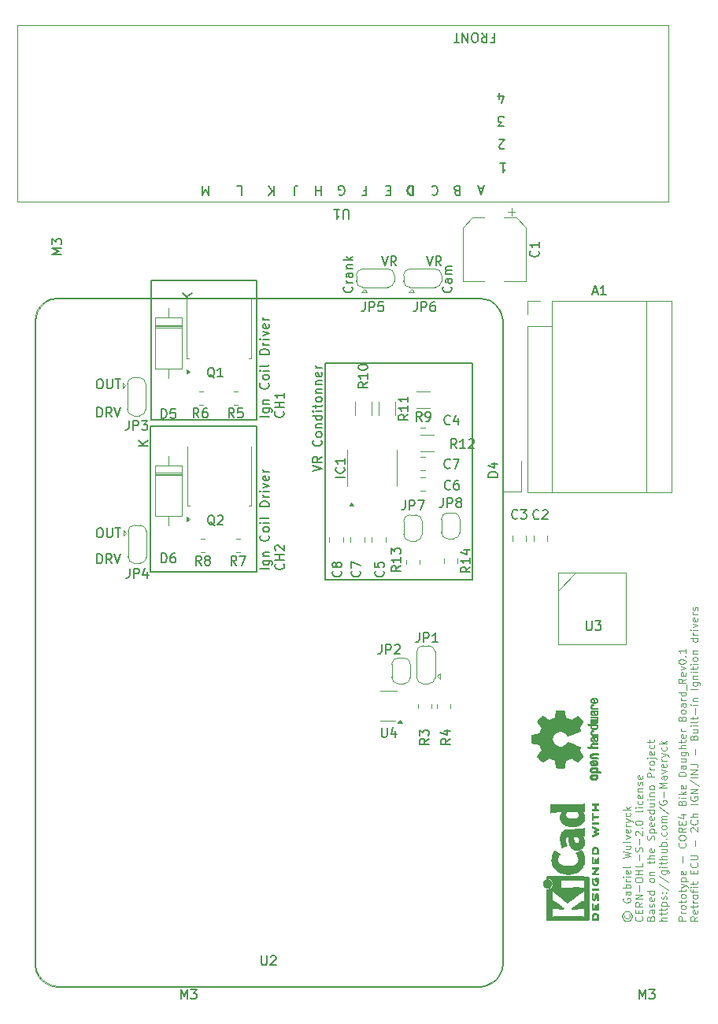
<source format=gbr>
%TF.GenerationSoftware,KiCad,Pcbnew,8.0.5*%
%TF.CreationDate,2024-12-02T15:09:44+01:00*%
%TF.ProjectId,Core4GPZ_rev0-1,436f7265-3447-4505-9a5f-726576302d31,rev?*%
%TF.SameCoordinates,Original*%
%TF.FileFunction,Legend,Top*%
%TF.FilePolarity,Positive*%
%FSLAX46Y46*%
G04 Gerber Fmt 4.6, Leading zero omitted, Abs format (unit mm)*
G04 Created by KiCad (PCBNEW 8.0.5) date 2024-12-02 15:09:44*
%MOMM*%
%LPD*%
G01*
G04 APERTURE LIST*
%ADD10C,0.150000*%
%ADD11C,0.120000*%
%ADD12C,0.100000*%
%ADD13C,0.010000*%
G04 APERTURE END LIST*
D10*
X115003500Y-74994000D02*
X130878500Y-74994000D01*
X130878500Y-98239000D01*
X115003500Y-98239000D01*
X115003500Y-74994000D01*
X96308500Y-66074000D02*
X107701000Y-66074000D01*
X107701000Y-81094000D01*
X96308500Y-81094000D01*
X96308500Y-66074000D01*
X96271000Y-81729000D02*
X107701000Y-81729000D01*
X107701000Y-97429000D01*
X96271000Y-97429000D01*
X96271000Y-81729000D01*
D11*
X153806900Y-134925576D02*
X153006900Y-134925576D01*
X153006900Y-134925576D02*
X153006900Y-134620814D01*
X153006900Y-134620814D02*
X153044995Y-134544624D01*
X153044995Y-134544624D02*
X153083090Y-134506529D01*
X153083090Y-134506529D02*
X153159281Y-134468433D01*
X153159281Y-134468433D02*
X153273566Y-134468433D01*
X153273566Y-134468433D02*
X153349757Y-134506529D01*
X153349757Y-134506529D02*
X153387852Y-134544624D01*
X153387852Y-134544624D02*
X153425947Y-134620814D01*
X153425947Y-134620814D02*
X153425947Y-134925576D01*
X153806900Y-134125576D02*
X153273566Y-134125576D01*
X153425947Y-134125576D02*
X153349757Y-134087481D01*
X153349757Y-134087481D02*
X153311662Y-134049386D01*
X153311662Y-134049386D02*
X153273566Y-133973195D01*
X153273566Y-133973195D02*
X153273566Y-133897005D01*
X153806900Y-133516053D02*
X153768805Y-133592243D01*
X153768805Y-133592243D02*
X153730709Y-133630338D01*
X153730709Y-133630338D02*
X153654519Y-133668434D01*
X153654519Y-133668434D02*
X153425947Y-133668434D01*
X153425947Y-133668434D02*
X153349757Y-133630338D01*
X153349757Y-133630338D02*
X153311662Y-133592243D01*
X153311662Y-133592243D02*
X153273566Y-133516053D01*
X153273566Y-133516053D02*
X153273566Y-133401767D01*
X153273566Y-133401767D02*
X153311662Y-133325576D01*
X153311662Y-133325576D02*
X153349757Y-133287481D01*
X153349757Y-133287481D02*
X153425947Y-133249386D01*
X153425947Y-133249386D02*
X153654519Y-133249386D01*
X153654519Y-133249386D02*
X153730709Y-133287481D01*
X153730709Y-133287481D02*
X153768805Y-133325576D01*
X153768805Y-133325576D02*
X153806900Y-133401767D01*
X153806900Y-133401767D02*
X153806900Y-133516053D01*
X153273566Y-133020814D02*
X153273566Y-132716052D01*
X153006900Y-132906528D02*
X153692614Y-132906528D01*
X153692614Y-132906528D02*
X153768805Y-132868433D01*
X153768805Y-132868433D02*
X153806900Y-132792243D01*
X153806900Y-132792243D02*
X153806900Y-132716052D01*
X153806900Y-132335100D02*
X153768805Y-132411290D01*
X153768805Y-132411290D02*
X153730709Y-132449385D01*
X153730709Y-132449385D02*
X153654519Y-132487481D01*
X153654519Y-132487481D02*
X153425947Y-132487481D01*
X153425947Y-132487481D02*
X153349757Y-132449385D01*
X153349757Y-132449385D02*
X153311662Y-132411290D01*
X153311662Y-132411290D02*
X153273566Y-132335100D01*
X153273566Y-132335100D02*
X153273566Y-132220814D01*
X153273566Y-132220814D02*
X153311662Y-132144623D01*
X153311662Y-132144623D02*
X153349757Y-132106528D01*
X153349757Y-132106528D02*
X153425947Y-132068433D01*
X153425947Y-132068433D02*
X153654519Y-132068433D01*
X153654519Y-132068433D02*
X153730709Y-132106528D01*
X153730709Y-132106528D02*
X153768805Y-132144623D01*
X153768805Y-132144623D02*
X153806900Y-132220814D01*
X153806900Y-132220814D02*
X153806900Y-132335100D01*
X153273566Y-131839861D02*
X153273566Y-131535099D01*
X153006900Y-131725575D02*
X153692614Y-131725575D01*
X153692614Y-131725575D02*
X153768805Y-131687480D01*
X153768805Y-131687480D02*
X153806900Y-131611290D01*
X153806900Y-131611290D02*
X153806900Y-131535099D01*
X153273566Y-131344623D02*
X153806900Y-131154147D01*
X153273566Y-130963670D02*
X153806900Y-131154147D01*
X153806900Y-131154147D02*
X153997376Y-131230337D01*
X153997376Y-131230337D02*
X154035471Y-131268432D01*
X154035471Y-131268432D02*
X154073566Y-131344623D01*
X153273566Y-130658908D02*
X154073566Y-130658908D01*
X153311662Y-130658908D02*
X153273566Y-130582718D01*
X153273566Y-130582718D02*
X153273566Y-130430337D01*
X153273566Y-130430337D02*
X153311662Y-130354146D01*
X153311662Y-130354146D02*
X153349757Y-130316051D01*
X153349757Y-130316051D02*
X153425947Y-130277956D01*
X153425947Y-130277956D02*
X153654519Y-130277956D01*
X153654519Y-130277956D02*
X153730709Y-130316051D01*
X153730709Y-130316051D02*
X153768805Y-130354146D01*
X153768805Y-130354146D02*
X153806900Y-130430337D01*
X153806900Y-130430337D02*
X153806900Y-130582718D01*
X153806900Y-130582718D02*
X153768805Y-130658908D01*
X153768805Y-129630336D02*
X153806900Y-129706527D01*
X153806900Y-129706527D02*
X153806900Y-129858908D01*
X153806900Y-129858908D02*
X153768805Y-129935098D01*
X153768805Y-129935098D02*
X153692614Y-129973194D01*
X153692614Y-129973194D02*
X153387852Y-129973194D01*
X153387852Y-129973194D02*
X153311662Y-129935098D01*
X153311662Y-129935098D02*
X153273566Y-129858908D01*
X153273566Y-129858908D02*
X153273566Y-129706527D01*
X153273566Y-129706527D02*
X153311662Y-129630336D01*
X153311662Y-129630336D02*
X153387852Y-129592241D01*
X153387852Y-129592241D02*
X153464043Y-129592241D01*
X153464043Y-129592241D02*
X153540233Y-129973194D01*
X153502138Y-128639860D02*
X153502138Y-128030337D01*
X153730709Y-126582717D02*
X153768805Y-126620813D01*
X153768805Y-126620813D02*
X153806900Y-126735098D01*
X153806900Y-126735098D02*
X153806900Y-126811289D01*
X153806900Y-126811289D02*
X153768805Y-126925575D01*
X153768805Y-126925575D02*
X153692614Y-127001765D01*
X153692614Y-127001765D02*
X153616424Y-127039860D01*
X153616424Y-127039860D02*
X153464043Y-127077956D01*
X153464043Y-127077956D02*
X153349757Y-127077956D01*
X153349757Y-127077956D02*
X153197376Y-127039860D01*
X153197376Y-127039860D02*
X153121185Y-127001765D01*
X153121185Y-127001765D02*
X153044995Y-126925575D01*
X153044995Y-126925575D02*
X153006900Y-126811289D01*
X153006900Y-126811289D02*
X153006900Y-126735098D01*
X153006900Y-126735098D02*
X153044995Y-126620813D01*
X153044995Y-126620813D02*
X153083090Y-126582717D01*
X153006900Y-126087479D02*
X153006900Y-125935098D01*
X153006900Y-125935098D02*
X153044995Y-125858908D01*
X153044995Y-125858908D02*
X153121185Y-125782717D01*
X153121185Y-125782717D02*
X153273566Y-125744622D01*
X153273566Y-125744622D02*
X153540233Y-125744622D01*
X153540233Y-125744622D02*
X153692614Y-125782717D01*
X153692614Y-125782717D02*
X153768805Y-125858908D01*
X153768805Y-125858908D02*
X153806900Y-125935098D01*
X153806900Y-125935098D02*
X153806900Y-126087479D01*
X153806900Y-126087479D02*
X153768805Y-126163670D01*
X153768805Y-126163670D02*
X153692614Y-126239860D01*
X153692614Y-126239860D02*
X153540233Y-126277956D01*
X153540233Y-126277956D02*
X153273566Y-126277956D01*
X153273566Y-126277956D02*
X153121185Y-126239860D01*
X153121185Y-126239860D02*
X153044995Y-126163670D01*
X153044995Y-126163670D02*
X153006900Y-126087479D01*
X153806900Y-124944622D02*
X153425947Y-125211289D01*
X153806900Y-125401765D02*
X153006900Y-125401765D01*
X153006900Y-125401765D02*
X153006900Y-125097003D01*
X153006900Y-125097003D02*
X153044995Y-125020813D01*
X153044995Y-125020813D02*
X153083090Y-124982718D01*
X153083090Y-124982718D02*
X153159281Y-124944622D01*
X153159281Y-124944622D02*
X153273566Y-124944622D01*
X153273566Y-124944622D02*
X153349757Y-124982718D01*
X153349757Y-124982718D02*
X153387852Y-125020813D01*
X153387852Y-125020813D02*
X153425947Y-125097003D01*
X153425947Y-125097003D02*
X153425947Y-125401765D01*
X153387852Y-124601765D02*
X153387852Y-124335099D01*
X153806900Y-124220813D02*
X153806900Y-124601765D01*
X153806900Y-124601765D02*
X153006900Y-124601765D01*
X153006900Y-124601765D02*
X153006900Y-124220813D01*
X153273566Y-123535098D02*
X153806900Y-123535098D01*
X152968805Y-123725574D02*
X153540233Y-123916051D01*
X153540233Y-123916051D02*
X153540233Y-123420812D01*
X153387852Y-122239860D02*
X153425947Y-122125574D01*
X153425947Y-122125574D02*
X153464043Y-122087479D01*
X153464043Y-122087479D02*
X153540233Y-122049383D01*
X153540233Y-122049383D02*
X153654519Y-122049383D01*
X153654519Y-122049383D02*
X153730709Y-122087479D01*
X153730709Y-122087479D02*
X153768805Y-122125574D01*
X153768805Y-122125574D02*
X153806900Y-122201764D01*
X153806900Y-122201764D02*
X153806900Y-122506526D01*
X153806900Y-122506526D02*
X153006900Y-122506526D01*
X153006900Y-122506526D02*
X153006900Y-122239860D01*
X153006900Y-122239860D02*
X153044995Y-122163669D01*
X153044995Y-122163669D02*
X153083090Y-122125574D01*
X153083090Y-122125574D02*
X153159281Y-122087479D01*
X153159281Y-122087479D02*
X153235471Y-122087479D01*
X153235471Y-122087479D02*
X153311662Y-122125574D01*
X153311662Y-122125574D02*
X153349757Y-122163669D01*
X153349757Y-122163669D02*
X153387852Y-122239860D01*
X153387852Y-122239860D02*
X153387852Y-122506526D01*
X153806900Y-121706526D02*
X153273566Y-121706526D01*
X153006900Y-121706526D02*
X153044995Y-121744622D01*
X153044995Y-121744622D02*
X153083090Y-121706526D01*
X153083090Y-121706526D02*
X153044995Y-121668431D01*
X153044995Y-121668431D02*
X153006900Y-121706526D01*
X153006900Y-121706526D02*
X153083090Y-121706526D01*
X153806900Y-121325574D02*
X153006900Y-121325574D01*
X153502138Y-121249384D02*
X153806900Y-121020812D01*
X153273566Y-121020812D02*
X153578328Y-121325574D01*
X153768805Y-120373193D02*
X153806900Y-120449384D01*
X153806900Y-120449384D02*
X153806900Y-120601765D01*
X153806900Y-120601765D02*
X153768805Y-120677955D01*
X153768805Y-120677955D02*
X153692614Y-120716051D01*
X153692614Y-120716051D02*
X153387852Y-120716051D01*
X153387852Y-120716051D02*
X153311662Y-120677955D01*
X153311662Y-120677955D02*
X153273566Y-120601765D01*
X153273566Y-120601765D02*
X153273566Y-120449384D01*
X153273566Y-120449384D02*
X153311662Y-120373193D01*
X153311662Y-120373193D02*
X153387852Y-120335098D01*
X153387852Y-120335098D02*
X153464043Y-120335098D01*
X153464043Y-120335098D02*
X153540233Y-120716051D01*
X153806900Y-119382717D02*
X153006900Y-119382717D01*
X153006900Y-119382717D02*
X153006900Y-119192241D01*
X153006900Y-119192241D02*
X153044995Y-119077955D01*
X153044995Y-119077955D02*
X153121185Y-119001765D01*
X153121185Y-119001765D02*
X153197376Y-118963670D01*
X153197376Y-118963670D02*
X153349757Y-118925574D01*
X153349757Y-118925574D02*
X153464043Y-118925574D01*
X153464043Y-118925574D02*
X153616424Y-118963670D01*
X153616424Y-118963670D02*
X153692614Y-119001765D01*
X153692614Y-119001765D02*
X153768805Y-119077955D01*
X153768805Y-119077955D02*
X153806900Y-119192241D01*
X153806900Y-119192241D02*
X153806900Y-119382717D01*
X153806900Y-118239860D02*
X153387852Y-118239860D01*
X153387852Y-118239860D02*
X153311662Y-118277955D01*
X153311662Y-118277955D02*
X153273566Y-118354146D01*
X153273566Y-118354146D02*
X153273566Y-118506527D01*
X153273566Y-118506527D02*
X153311662Y-118582717D01*
X153768805Y-118239860D02*
X153806900Y-118316051D01*
X153806900Y-118316051D02*
X153806900Y-118506527D01*
X153806900Y-118506527D02*
X153768805Y-118582717D01*
X153768805Y-118582717D02*
X153692614Y-118620813D01*
X153692614Y-118620813D02*
X153616424Y-118620813D01*
X153616424Y-118620813D02*
X153540233Y-118582717D01*
X153540233Y-118582717D02*
X153502138Y-118506527D01*
X153502138Y-118506527D02*
X153502138Y-118316051D01*
X153502138Y-118316051D02*
X153464043Y-118239860D01*
X153273566Y-117516050D02*
X153806900Y-117516050D01*
X153273566Y-117858907D02*
X153692614Y-117858907D01*
X153692614Y-117858907D02*
X153768805Y-117820812D01*
X153768805Y-117820812D02*
X153806900Y-117744622D01*
X153806900Y-117744622D02*
X153806900Y-117630336D01*
X153806900Y-117630336D02*
X153768805Y-117554145D01*
X153768805Y-117554145D02*
X153730709Y-117516050D01*
X153273566Y-116792240D02*
X153921185Y-116792240D01*
X153921185Y-116792240D02*
X153997376Y-116830335D01*
X153997376Y-116830335D02*
X154035471Y-116868431D01*
X154035471Y-116868431D02*
X154073566Y-116944621D01*
X154073566Y-116944621D02*
X154073566Y-117058907D01*
X154073566Y-117058907D02*
X154035471Y-117135097D01*
X153768805Y-116792240D02*
X153806900Y-116868431D01*
X153806900Y-116868431D02*
X153806900Y-117020812D01*
X153806900Y-117020812D02*
X153768805Y-117097002D01*
X153768805Y-117097002D02*
X153730709Y-117135097D01*
X153730709Y-117135097D02*
X153654519Y-117173193D01*
X153654519Y-117173193D02*
X153425947Y-117173193D01*
X153425947Y-117173193D02*
X153349757Y-117135097D01*
X153349757Y-117135097D02*
X153311662Y-117097002D01*
X153311662Y-117097002D02*
X153273566Y-117020812D01*
X153273566Y-117020812D02*
X153273566Y-116868431D01*
X153273566Y-116868431D02*
X153311662Y-116792240D01*
X153806900Y-116411287D02*
X153006900Y-116411287D01*
X153806900Y-116068430D02*
X153387852Y-116068430D01*
X153387852Y-116068430D02*
X153311662Y-116106525D01*
X153311662Y-116106525D02*
X153273566Y-116182716D01*
X153273566Y-116182716D02*
X153273566Y-116297002D01*
X153273566Y-116297002D02*
X153311662Y-116373192D01*
X153311662Y-116373192D02*
X153349757Y-116411287D01*
X153273566Y-115801763D02*
X153273566Y-115497001D01*
X153006900Y-115687477D02*
X153692614Y-115687477D01*
X153692614Y-115687477D02*
X153768805Y-115649382D01*
X153768805Y-115649382D02*
X153806900Y-115573192D01*
X153806900Y-115573192D02*
X153806900Y-115497001D01*
X153768805Y-114925572D02*
X153806900Y-115001763D01*
X153806900Y-115001763D02*
X153806900Y-115154144D01*
X153806900Y-115154144D02*
X153768805Y-115230334D01*
X153768805Y-115230334D02*
X153692614Y-115268430D01*
X153692614Y-115268430D02*
X153387852Y-115268430D01*
X153387852Y-115268430D02*
X153311662Y-115230334D01*
X153311662Y-115230334D02*
X153273566Y-115154144D01*
X153273566Y-115154144D02*
X153273566Y-115001763D01*
X153273566Y-115001763D02*
X153311662Y-114925572D01*
X153311662Y-114925572D02*
X153387852Y-114887477D01*
X153387852Y-114887477D02*
X153464043Y-114887477D01*
X153464043Y-114887477D02*
X153540233Y-115268430D01*
X153806900Y-114544620D02*
X153273566Y-114544620D01*
X153425947Y-114544620D02*
X153349757Y-114506525D01*
X153349757Y-114506525D02*
X153311662Y-114468430D01*
X153311662Y-114468430D02*
X153273566Y-114392239D01*
X153273566Y-114392239D02*
X153273566Y-114316049D01*
X153387852Y-113173192D02*
X153425947Y-113058906D01*
X153425947Y-113058906D02*
X153464043Y-113020811D01*
X153464043Y-113020811D02*
X153540233Y-112982715D01*
X153540233Y-112982715D02*
X153654519Y-112982715D01*
X153654519Y-112982715D02*
X153730709Y-113020811D01*
X153730709Y-113020811D02*
X153768805Y-113058906D01*
X153768805Y-113058906D02*
X153806900Y-113135096D01*
X153806900Y-113135096D02*
X153806900Y-113439858D01*
X153806900Y-113439858D02*
X153006900Y-113439858D01*
X153006900Y-113439858D02*
X153006900Y-113173192D01*
X153006900Y-113173192D02*
X153044995Y-113097001D01*
X153044995Y-113097001D02*
X153083090Y-113058906D01*
X153083090Y-113058906D02*
X153159281Y-113020811D01*
X153159281Y-113020811D02*
X153235471Y-113020811D01*
X153235471Y-113020811D02*
X153311662Y-113058906D01*
X153311662Y-113058906D02*
X153349757Y-113097001D01*
X153349757Y-113097001D02*
X153387852Y-113173192D01*
X153387852Y-113173192D02*
X153387852Y-113439858D01*
X153806900Y-112525573D02*
X153768805Y-112601763D01*
X153768805Y-112601763D02*
X153730709Y-112639858D01*
X153730709Y-112639858D02*
X153654519Y-112677954D01*
X153654519Y-112677954D02*
X153425947Y-112677954D01*
X153425947Y-112677954D02*
X153349757Y-112639858D01*
X153349757Y-112639858D02*
X153311662Y-112601763D01*
X153311662Y-112601763D02*
X153273566Y-112525573D01*
X153273566Y-112525573D02*
X153273566Y-112411287D01*
X153273566Y-112411287D02*
X153311662Y-112335096D01*
X153311662Y-112335096D02*
X153349757Y-112297001D01*
X153349757Y-112297001D02*
X153425947Y-112258906D01*
X153425947Y-112258906D02*
X153654519Y-112258906D01*
X153654519Y-112258906D02*
X153730709Y-112297001D01*
X153730709Y-112297001D02*
X153768805Y-112335096D01*
X153768805Y-112335096D02*
X153806900Y-112411287D01*
X153806900Y-112411287D02*
X153806900Y-112525573D01*
X153806900Y-111573191D02*
X153387852Y-111573191D01*
X153387852Y-111573191D02*
X153311662Y-111611286D01*
X153311662Y-111611286D02*
X153273566Y-111687477D01*
X153273566Y-111687477D02*
X153273566Y-111839858D01*
X153273566Y-111839858D02*
X153311662Y-111916048D01*
X153768805Y-111573191D02*
X153806900Y-111649382D01*
X153806900Y-111649382D02*
X153806900Y-111839858D01*
X153806900Y-111839858D02*
X153768805Y-111916048D01*
X153768805Y-111916048D02*
X153692614Y-111954144D01*
X153692614Y-111954144D02*
X153616424Y-111954144D01*
X153616424Y-111954144D02*
X153540233Y-111916048D01*
X153540233Y-111916048D02*
X153502138Y-111839858D01*
X153502138Y-111839858D02*
X153502138Y-111649382D01*
X153502138Y-111649382D02*
X153464043Y-111573191D01*
X153806900Y-111192238D02*
X153273566Y-111192238D01*
X153425947Y-111192238D02*
X153349757Y-111154143D01*
X153349757Y-111154143D02*
X153311662Y-111116048D01*
X153311662Y-111116048D02*
X153273566Y-111039857D01*
X153273566Y-111039857D02*
X153273566Y-110963667D01*
X153806900Y-110354143D02*
X153006900Y-110354143D01*
X153768805Y-110354143D02*
X153806900Y-110430334D01*
X153806900Y-110430334D02*
X153806900Y-110582715D01*
X153806900Y-110582715D02*
X153768805Y-110658905D01*
X153768805Y-110658905D02*
X153730709Y-110697000D01*
X153730709Y-110697000D02*
X153654519Y-110735096D01*
X153654519Y-110735096D02*
X153425947Y-110735096D01*
X153425947Y-110735096D02*
X153349757Y-110697000D01*
X153349757Y-110697000D02*
X153311662Y-110658905D01*
X153311662Y-110658905D02*
X153273566Y-110582715D01*
X153273566Y-110582715D02*
X153273566Y-110430334D01*
X153273566Y-110430334D02*
X153311662Y-110354143D01*
X153883090Y-110163667D02*
X153883090Y-109554143D01*
X153806900Y-108906523D02*
X153425947Y-109173190D01*
X153806900Y-109363666D02*
X153006900Y-109363666D01*
X153006900Y-109363666D02*
X153006900Y-109058904D01*
X153006900Y-109058904D02*
X153044995Y-108982714D01*
X153044995Y-108982714D02*
X153083090Y-108944619D01*
X153083090Y-108944619D02*
X153159281Y-108906523D01*
X153159281Y-108906523D02*
X153273566Y-108906523D01*
X153273566Y-108906523D02*
X153349757Y-108944619D01*
X153349757Y-108944619D02*
X153387852Y-108982714D01*
X153387852Y-108982714D02*
X153425947Y-109058904D01*
X153425947Y-109058904D02*
X153425947Y-109363666D01*
X153768805Y-108258904D02*
X153806900Y-108335095D01*
X153806900Y-108335095D02*
X153806900Y-108487476D01*
X153806900Y-108487476D02*
X153768805Y-108563666D01*
X153768805Y-108563666D02*
X153692614Y-108601762D01*
X153692614Y-108601762D02*
X153387852Y-108601762D01*
X153387852Y-108601762D02*
X153311662Y-108563666D01*
X153311662Y-108563666D02*
X153273566Y-108487476D01*
X153273566Y-108487476D02*
X153273566Y-108335095D01*
X153273566Y-108335095D02*
X153311662Y-108258904D01*
X153311662Y-108258904D02*
X153387852Y-108220809D01*
X153387852Y-108220809D02*
X153464043Y-108220809D01*
X153464043Y-108220809D02*
X153540233Y-108601762D01*
X153273566Y-107954143D02*
X153806900Y-107763667D01*
X153806900Y-107763667D02*
X153273566Y-107573190D01*
X153006900Y-107116047D02*
X153006900Y-107039857D01*
X153006900Y-107039857D02*
X153044995Y-106963666D01*
X153044995Y-106963666D02*
X153083090Y-106925571D01*
X153083090Y-106925571D02*
X153159281Y-106887476D01*
X153159281Y-106887476D02*
X153311662Y-106849381D01*
X153311662Y-106849381D02*
X153502138Y-106849381D01*
X153502138Y-106849381D02*
X153654519Y-106887476D01*
X153654519Y-106887476D02*
X153730709Y-106925571D01*
X153730709Y-106925571D02*
X153768805Y-106963666D01*
X153768805Y-106963666D02*
X153806900Y-107039857D01*
X153806900Y-107039857D02*
X153806900Y-107116047D01*
X153806900Y-107116047D02*
X153768805Y-107192238D01*
X153768805Y-107192238D02*
X153730709Y-107230333D01*
X153730709Y-107230333D02*
X153654519Y-107268428D01*
X153654519Y-107268428D02*
X153502138Y-107306524D01*
X153502138Y-107306524D02*
X153311662Y-107306524D01*
X153311662Y-107306524D02*
X153159281Y-107268428D01*
X153159281Y-107268428D02*
X153083090Y-107230333D01*
X153083090Y-107230333D02*
X153044995Y-107192238D01*
X153044995Y-107192238D02*
X153006900Y-107116047D01*
X153730709Y-106506523D02*
X153768805Y-106468428D01*
X153768805Y-106468428D02*
X153806900Y-106506523D01*
X153806900Y-106506523D02*
X153768805Y-106544619D01*
X153768805Y-106544619D02*
X153730709Y-106506523D01*
X153730709Y-106506523D02*
X153806900Y-106506523D01*
X153806900Y-105706524D02*
X153806900Y-106163667D01*
X153806900Y-105935095D02*
X153006900Y-105935095D01*
X153006900Y-105935095D02*
X153121185Y-106011286D01*
X153121185Y-106011286D02*
X153197376Y-106087476D01*
X153197376Y-106087476D02*
X153235471Y-106163667D01*
X155094855Y-134468433D02*
X154713902Y-134735100D01*
X155094855Y-134925576D02*
X154294855Y-134925576D01*
X154294855Y-134925576D02*
X154294855Y-134620814D01*
X154294855Y-134620814D02*
X154332950Y-134544624D01*
X154332950Y-134544624D02*
X154371045Y-134506529D01*
X154371045Y-134506529D02*
X154447236Y-134468433D01*
X154447236Y-134468433D02*
X154561521Y-134468433D01*
X154561521Y-134468433D02*
X154637712Y-134506529D01*
X154637712Y-134506529D02*
X154675807Y-134544624D01*
X154675807Y-134544624D02*
X154713902Y-134620814D01*
X154713902Y-134620814D02*
X154713902Y-134925576D01*
X155056760Y-133820814D02*
X155094855Y-133897005D01*
X155094855Y-133897005D02*
X155094855Y-134049386D01*
X155094855Y-134049386D02*
X155056760Y-134125576D01*
X155056760Y-134125576D02*
X154980569Y-134163672D01*
X154980569Y-134163672D02*
X154675807Y-134163672D01*
X154675807Y-134163672D02*
X154599617Y-134125576D01*
X154599617Y-134125576D02*
X154561521Y-134049386D01*
X154561521Y-134049386D02*
X154561521Y-133897005D01*
X154561521Y-133897005D02*
X154599617Y-133820814D01*
X154599617Y-133820814D02*
X154675807Y-133782719D01*
X154675807Y-133782719D02*
X154751998Y-133782719D01*
X154751998Y-133782719D02*
X154828188Y-134163672D01*
X154561521Y-133554148D02*
X154561521Y-133249386D01*
X154294855Y-133439862D02*
X154980569Y-133439862D01*
X154980569Y-133439862D02*
X155056760Y-133401767D01*
X155056760Y-133401767D02*
X155094855Y-133325577D01*
X155094855Y-133325577D02*
X155094855Y-133249386D01*
X155094855Y-132982719D02*
X154561521Y-132982719D01*
X154713902Y-132982719D02*
X154637712Y-132944624D01*
X154637712Y-132944624D02*
X154599617Y-132906529D01*
X154599617Y-132906529D02*
X154561521Y-132830338D01*
X154561521Y-132830338D02*
X154561521Y-132754148D01*
X155094855Y-132373196D02*
X155056760Y-132449386D01*
X155056760Y-132449386D02*
X155018664Y-132487481D01*
X155018664Y-132487481D02*
X154942474Y-132525577D01*
X154942474Y-132525577D02*
X154713902Y-132525577D01*
X154713902Y-132525577D02*
X154637712Y-132487481D01*
X154637712Y-132487481D02*
X154599617Y-132449386D01*
X154599617Y-132449386D02*
X154561521Y-132373196D01*
X154561521Y-132373196D02*
X154561521Y-132258910D01*
X154561521Y-132258910D02*
X154599617Y-132182719D01*
X154599617Y-132182719D02*
X154637712Y-132144624D01*
X154637712Y-132144624D02*
X154713902Y-132106529D01*
X154713902Y-132106529D02*
X154942474Y-132106529D01*
X154942474Y-132106529D02*
X155018664Y-132144624D01*
X155018664Y-132144624D02*
X155056760Y-132182719D01*
X155056760Y-132182719D02*
X155094855Y-132258910D01*
X155094855Y-132258910D02*
X155094855Y-132373196D01*
X154561521Y-131877957D02*
X154561521Y-131573195D01*
X155094855Y-131763671D02*
X154409140Y-131763671D01*
X154409140Y-131763671D02*
X154332950Y-131725576D01*
X154332950Y-131725576D02*
X154294855Y-131649386D01*
X154294855Y-131649386D02*
X154294855Y-131573195D01*
X155094855Y-131306528D02*
X154561521Y-131306528D01*
X154294855Y-131306528D02*
X154332950Y-131344624D01*
X154332950Y-131344624D02*
X154371045Y-131306528D01*
X154371045Y-131306528D02*
X154332950Y-131268433D01*
X154332950Y-131268433D02*
X154294855Y-131306528D01*
X154294855Y-131306528D02*
X154371045Y-131306528D01*
X154561521Y-131039862D02*
X154561521Y-130735100D01*
X154294855Y-130925576D02*
X154980569Y-130925576D01*
X154980569Y-130925576D02*
X155056760Y-130887481D01*
X155056760Y-130887481D02*
X155094855Y-130811291D01*
X155094855Y-130811291D02*
X155094855Y-130735100D01*
X154675807Y-129858909D02*
X154675807Y-129592243D01*
X155094855Y-129477957D02*
X155094855Y-129858909D01*
X155094855Y-129858909D02*
X154294855Y-129858909D01*
X154294855Y-129858909D02*
X154294855Y-129477957D01*
X155018664Y-128677956D02*
X155056760Y-128716052D01*
X155056760Y-128716052D02*
X155094855Y-128830337D01*
X155094855Y-128830337D02*
X155094855Y-128906528D01*
X155094855Y-128906528D02*
X155056760Y-129020814D01*
X155056760Y-129020814D02*
X154980569Y-129097004D01*
X154980569Y-129097004D02*
X154904379Y-129135099D01*
X154904379Y-129135099D02*
X154751998Y-129173195D01*
X154751998Y-129173195D02*
X154637712Y-129173195D01*
X154637712Y-129173195D02*
X154485331Y-129135099D01*
X154485331Y-129135099D02*
X154409140Y-129097004D01*
X154409140Y-129097004D02*
X154332950Y-129020814D01*
X154332950Y-129020814D02*
X154294855Y-128906528D01*
X154294855Y-128906528D02*
X154294855Y-128830337D01*
X154294855Y-128830337D02*
X154332950Y-128716052D01*
X154332950Y-128716052D02*
X154371045Y-128677956D01*
X154294855Y-128335099D02*
X154942474Y-128335099D01*
X154942474Y-128335099D02*
X155018664Y-128297004D01*
X155018664Y-128297004D02*
X155056760Y-128258909D01*
X155056760Y-128258909D02*
X155094855Y-128182718D01*
X155094855Y-128182718D02*
X155094855Y-128030337D01*
X155094855Y-128030337D02*
X155056760Y-127954147D01*
X155056760Y-127954147D02*
X155018664Y-127916052D01*
X155018664Y-127916052D02*
X154942474Y-127877956D01*
X154942474Y-127877956D02*
X154294855Y-127877956D01*
X154790093Y-126887480D02*
X154790093Y-126277957D01*
X154371045Y-125325576D02*
X154332950Y-125287480D01*
X154332950Y-125287480D02*
X154294855Y-125211290D01*
X154294855Y-125211290D02*
X154294855Y-125020814D01*
X154294855Y-125020814D02*
X154332950Y-124944623D01*
X154332950Y-124944623D02*
X154371045Y-124906528D01*
X154371045Y-124906528D02*
X154447236Y-124868433D01*
X154447236Y-124868433D02*
X154523426Y-124868433D01*
X154523426Y-124868433D02*
X154637712Y-124906528D01*
X154637712Y-124906528D02*
X155094855Y-125363671D01*
X155094855Y-125363671D02*
X155094855Y-124868433D01*
X155018664Y-124068432D02*
X155056760Y-124106528D01*
X155056760Y-124106528D02*
X155094855Y-124220813D01*
X155094855Y-124220813D02*
X155094855Y-124297004D01*
X155094855Y-124297004D02*
X155056760Y-124411290D01*
X155056760Y-124411290D02*
X154980569Y-124487480D01*
X154980569Y-124487480D02*
X154904379Y-124525575D01*
X154904379Y-124525575D02*
X154751998Y-124563671D01*
X154751998Y-124563671D02*
X154637712Y-124563671D01*
X154637712Y-124563671D02*
X154485331Y-124525575D01*
X154485331Y-124525575D02*
X154409140Y-124487480D01*
X154409140Y-124487480D02*
X154332950Y-124411290D01*
X154332950Y-124411290D02*
X154294855Y-124297004D01*
X154294855Y-124297004D02*
X154294855Y-124220813D01*
X154294855Y-124220813D02*
X154332950Y-124106528D01*
X154332950Y-124106528D02*
X154371045Y-124068432D01*
X155094855Y-123725575D02*
X154294855Y-123725575D01*
X155094855Y-123382718D02*
X154675807Y-123382718D01*
X154675807Y-123382718D02*
X154599617Y-123420813D01*
X154599617Y-123420813D02*
X154561521Y-123497004D01*
X154561521Y-123497004D02*
X154561521Y-123611290D01*
X154561521Y-123611290D02*
X154599617Y-123687480D01*
X154599617Y-123687480D02*
X154637712Y-123725575D01*
X155094855Y-122392241D02*
X154294855Y-122392241D01*
X154332950Y-121592242D02*
X154294855Y-121668432D01*
X154294855Y-121668432D02*
X154294855Y-121782718D01*
X154294855Y-121782718D02*
X154332950Y-121897004D01*
X154332950Y-121897004D02*
X154409140Y-121973194D01*
X154409140Y-121973194D02*
X154485331Y-122011289D01*
X154485331Y-122011289D02*
X154637712Y-122049385D01*
X154637712Y-122049385D02*
X154751998Y-122049385D01*
X154751998Y-122049385D02*
X154904379Y-122011289D01*
X154904379Y-122011289D02*
X154980569Y-121973194D01*
X154980569Y-121973194D02*
X155056760Y-121897004D01*
X155056760Y-121897004D02*
X155094855Y-121782718D01*
X155094855Y-121782718D02*
X155094855Y-121706527D01*
X155094855Y-121706527D02*
X155056760Y-121592242D01*
X155056760Y-121592242D02*
X155018664Y-121554146D01*
X155018664Y-121554146D02*
X154751998Y-121554146D01*
X154751998Y-121554146D02*
X154751998Y-121706527D01*
X155094855Y-121211289D02*
X154294855Y-121211289D01*
X154294855Y-121211289D02*
X155094855Y-120754146D01*
X155094855Y-120754146D02*
X154294855Y-120754146D01*
X154256760Y-119801766D02*
X155285331Y-120487480D01*
X155094855Y-119535099D02*
X154294855Y-119535099D01*
X155094855Y-119154147D02*
X154294855Y-119154147D01*
X154294855Y-119154147D02*
X155094855Y-118697004D01*
X155094855Y-118697004D02*
X154294855Y-118697004D01*
X154294855Y-118087481D02*
X154866283Y-118087481D01*
X154866283Y-118087481D02*
X154980569Y-118125576D01*
X154980569Y-118125576D02*
X155056760Y-118201767D01*
X155056760Y-118201767D02*
X155094855Y-118316052D01*
X155094855Y-118316052D02*
X155094855Y-118392243D01*
X154790093Y-117097004D02*
X154790093Y-116487481D01*
X154675807Y-115230338D02*
X154713902Y-115116052D01*
X154713902Y-115116052D02*
X154751998Y-115077957D01*
X154751998Y-115077957D02*
X154828188Y-115039861D01*
X154828188Y-115039861D02*
X154942474Y-115039861D01*
X154942474Y-115039861D02*
X155018664Y-115077957D01*
X155018664Y-115077957D02*
X155056760Y-115116052D01*
X155056760Y-115116052D02*
X155094855Y-115192242D01*
X155094855Y-115192242D02*
X155094855Y-115497004D01*
X155094855Y-115497004D02*
X154294855Y-115497004D01*
X154294855Y-115497004D02*
X154294855Y-115230338D01*
X154294855Y-115230338D02*
X154332950Y-115154147D01*
X154332950Y-115154147D02*
X154371045Y-115116052D01*
X154371045Y-115116052D02*
X154447236Y-115077957D01*
X154447236Y-115077957D02*
X154523426Y-115077957D01*
X154523426Y-115077957D02*
X154599617Y-115116052D01*
X154599617Y-115116052D02*
X154637712Y-115154147D01*
X154637712Y-115154147D02*
X154675807Y-115230338D01*
X154675807Y-115230338D02*
X154675807Y-115497004D01*
X154561521Y-114354147D02*
X155094855Y-114354147D01*
X154561521Y-114697004D02*
X154980569Y-114697004D01*
X154980569Y-114697004D02*
X155056760Y-114658909D01*
X155056760Y-114658909D02*
X155094855Y-114582719D01*
X155094855Y-114582719D02*
X155094855Y-114468433D01*
X155094855Y-114468433D02*
X155056760Y-114392242D01*
X155056760Y-114392242D02*
X155018664Y-114354147D01*
X155094855Y-113973194D02*
X154561521Y-113973194D01*
X154294855Y-113973194D02*
X154332950Y-114011290D01*
X154332950Y-114011290D02*
X154371045Y-113973194D01*
X154371045Y-113973194D02*
X154332950Y-113935099D01*
X154332950Y-113935099D02*
X154294855Y-113973194D01*
X154294855Y-113973194D02*
X154371045Y-113973194D01*
X155094855Y-113477957D02*
X155056760Y-113554147D01*
X155056760Y-113554147D02*
X154980569Y-113592242D01*
X154980569Y-113592242D02*
X154294855Y-113592242D01*
X154561521Y-113287480D02*
X154561521Y-112982718D01*
X154294855Y-113173194D02*
X154980569Y-113173194D01*
X154980569Y-113173194D02*
X155056760Y-113135099D01*
X155056760Y-113135099D02*
X155094855Y-113058909D01*
X155094855Y-113058909D02*
X155094855Y-112982718D01*
X154790093Y-112716051D02*
X154790093Y-112106528D01*
X155094855Y-111725575D02*
X154561521Y-111725575D01*
X154294855Y-111725575D02*
X154332950Y-111763671D01*
X154332950Y-111763671D02*
X154371045Y-111725575D01*
X154371045Y-111725575D02*
X154332950Y-111687480D01*
X154332950Y-111687480D02*
X154294855Y-111725575D01*
X154294855Y-111725575D02*
X154371045Y-111725575D01*
X154561521Y-111344623D02*
X155094855Y-111344623D01*
X154637712Y-111344623D02*
X154599617Y-111306528D01*
X154599617Y-111306528D02*
X154561521Y-111230338D01*
X154561521Y-111230338D02*
X154561521Y-111116052D01*
X154561521Y-111116052D02*
X154599617Y-111039861D01*
X154599617Y-111039861D02*
X154675807Y-111001766D01*
X154675807Y-111001766D02*
X155094855Y-111001766D01*
X155094855Y-110011289D02*
X154294855Y-110011289D01*
X154561521Y-109287480D02*
X155209140Y-109287480D01*
X155209140Y-109287480D02*
X155285331Y-109325575D01*
X155285331Y-109325575D02*
X155323426Y-109363671D01*
X155323426Y-109363671D02*
X155361521Y-109439861D01*
X155361521Y-109439861D02*
X155361521Y-109554147D01*
X155361521Y-109554147D02*
X155323426Y-109630337D01*
X155056760Y-109287480D02*
X155094855Y-109363671D01*
X155094855Y-109363671D02*
X155094855Y-109516052D01*
X155094855Y-109516052D02*
X155056760Y-109592242D01*
X155056760Y-109592242D02*
X155018664Y-109630337D01*
X155018664Y-109630337D02*
X154942474Y-109668433D01*
X154942474Y-109668433D02*
X154713902Y-109668433D01*
X154713902Y-109668433D02*
X154637712Y-109630337D01*
X154637712Y-109630337D02*
X154599617Y-109592242D01*
X154599617Y-109592242D02*
X154561521Y-109516052D01*
X154561521Y-109516052D02*
X154561521Y-109363671D01*
X154561521Y-109363671D02*
X154599617Y-109287480D01*
X154561521Y-108906527D02*
X155094855Y-108906527D01*
X154637712Y-108906527D02*
X154599617Y-108868432D01*
X154599617Y-108868432D02*
X154561521Y-108792242D01*
X154561521Y-108792242D02*
X154561521Y-108677956D01*
X154561521Y-108677956D02*
X154599617Y-108601765D01*
X154599617Y-108601765D02*
X154675807Y-108563670D01*
X154675807Y-108563670D02*
X155094855Y-108563670D01*
X155094855Y-108182717D02*
X154561521Y-108182717D01*
X154294855Y-108182717D02*
X154332950Y-108220813D01*
X154332950Y-108220813D02*
X154371045Y-108182717D01*
X154371045Y-108182717D02*
X154332950Y-108144622D01*
X154332950Y-108144622D02*
X154294855Y-108182717D01*
X154294855Y-108182717D02*
X154371045Y-108182717D01*
X154561521Y-107916051D02*
X154561521Y-107611289D01*
X154294855Y-107801765D02*
X154980569Y-107801765D01*
X154980569Y-107801765D02*
X155056760Y-107763670D01*
X155056760Y-107763670D02*
X155094855Y-107687480D01*
X155094855Y-107687480D02*
X155094855Y-107611289D01*
X155094855Y-107344622D02*
X154561521Y-107344622D01*
X154294855Y-107344622D02*
X154332950Y-107382718D01*
X154332950Y-107382718D02*
X154371045Y-107344622D01*
X154371045Y-107344622D02*
X154332950Y-107306527D01*
X154332950Y-107306527D02*
X154294855Y-107344622D01*
X154294855Y-107344622D02*
X154371045Y-107344622D01*
X155094855Y-106849385D02*
X155056760Y-106925575D01*
X155056760Y-106925575D02*
X155018664Y-106963670D01*
X155018664Y-106963670D02*
X154942474Y-107001766D01*
X154942474Y-107001766D02*
X154713902Y-107001766D01*
X154713902Y-107001766D02*
X154637712Y-106963670D01*
X154637712Y-106963670D02*
X154599617Y-106925575D01*
X154599617Y-106925575D02*
X154561521Y-106849385D01*
X154561521Y-106849385D02*
X154561521Y-106735099D01*
X154561521Y-106735099D02*
X154599617Y-106658908D01*
X154599617Y-106658908D02*
X154637712Y-106620813D01*
X154637712Y-106620813D02*
X154713902Y-106582718D01*
X154713902Y-106582718D02*
X154942474Y-106582718D01*
X154942474Y-106582718D02*
X155018664Y-106620813D01*
X155018664Y-106620813D02*
X155056760Y-106658908D01*
X155056760Y-106658908D02*
X155094855Y-106735099D01*
X155094855Y-106735099D02*
X155094855Y-106849385D01*
X154561521Y-106239860D02*
X155094855Y-106239860D01*
X154637712Y-106239860D02*
X154599617Y-106201765D01*
X154599617Y-106201765D02*
X154561521Y-106125575D01*
X154561521Y-106125575D02*
X154561521Y-106011289D01*
X154561521Y-106011289D02*
X154599617Y-105935098D01*
X154599617Y-105935098D02*
X154675807Y-105897003D01*
X154675807Y-105897003D02*
X155094855Y-105897003D01*
X155094855Y-104563669D02*
X154294855Y-104563669D01*
X155056760Y-104563669D02*
X155094855Y-104639860D01*
X155094855Y-104639860D02*
X155094855Y-104792241D01*
X155094855Y-104792241D02*
X155056760Y-104868431D01*
X155056760Y-104868431D02*
X155018664Y-104906526D01*
X155018664Y-104906526D02*
X154942474Y-104944622D01*
X154942474Y-104944622D02*
X154713902Y-104944622D01*
X154713902Y-104944622D02*
X154637712Y-104906526D01*
X154637712Y-104906526D02*
X154599617Y-104868431D01*
X154599617Y-104868431D02*
X154561521Y-104792241D01*
X154561521Y-104792241D02*
X154561521Y-104639860D01*
X154561521Y-104639860D02*
X154599617Y-104563669D01*
X155094855Y-104182716D02*
X154561521Y-104182716D01*
X154713902Y-104182716D02*
X154637712Y-104144621D01*
X154637712Y-104144621D02*
X154599617Y-104106526D01*
X154599617Y-104106526D02*
X154561521Y-104030335D01*
X154561521Y-104030335D02*
X154561521Y-103954145D01*
X155094855Y-103687478D02*
X154561521Y-103687478D01*
X154294855Y-103687478D02*
X154332950Y-103725574D01*
X154332950Y-103725574D02*
X154371045Y-103687478D01*
X154371045Y-103687478D02*
X154332950Y-103649383D01*
X154332950Y-103649383D02*
X154294855Y-103687478D01*
X154294855Y-103687478D02*
X154371045Y-103687478D01*
X154561521Y-103382717D02*
X155094855Y-103192241D01*
X155094855Y-103192241D02*
X154561521Y-103001764D01*
X155056760Y-102392240D02*
X155094855Y-102468431D01*
X155094855Y-102468431D02*
X155094855Y-102620812D01*
X155094855Y-102620812D02*
X155056760Y-102697002D01*
X155056760Y-102697002D02*
X154980569Y-102735098D01*
X154980569Y-102735098D02*
X154675807Y-102735098D01*
X154675807Y-102735098D02*
X154599617Y-102697002D01*
X154599617Y-102697002D02*
X154561521Y-102620812D01*
X154561521Y-102620812D02*
X154561521Y-102468431D01*
X154561521Y-102468431D02*
X154599617Y-102392240D01*
X154599617Y-102392240D02*
X154675807Y-102354145D01*
X154675807Y-102354145D02*
X154751998Y-102354145D01*
X154751998Y-102354145D02*
X154828188Y-102735098D01*
X155094855Y-102011288D02*
X154561521Y-102011288D01*
X154713902Y-102011288D02*
X154637712Y-101973193D01*
X154637712Y-101973193D02*
X154599617Y-101935098D01*
X154599617Y-101935098D02*
X154561521Y-101858907D01*
X154561521Y-101858907D02*
X154561521Y-101782717D01*
X155056760Y-101554146D02*
X155094855Y-101477955D01*
X155094855Y-101477955D02*
X155094855Y-101325574D01*
X155094855Y-101325574D02*
X155056760Y-101249384D01*
X155056760Y-101249384D02*
X154980569Y-101211288D01*
X154980569Y-101211288D02*
X154942474Y-101211288D01*
X154942474Y-101211288D02*
X154866283Y-101249384D01*
X154866283Y-101249384D02*
X154828188Y-101325574D01*
X154828188Y-101325574D02*
X154828188Y-101439860D01*
X154828188Y-101439860D02*
X154790093Y-101516050D01*
X154790093Y-101516050D02*
X154713902Y-101554146D01*
X154713902Y-101554146D02*
X154675807Y-101554146D01*
X154675807Y-101554146D02*
X154599617Y-101516050D01*
X154599617Y-101516050D02*
X154561521Y-101439860D01*
X154561521Y-101439860D02*
X154561521Y-101325574D01*
X154561521Y-101325574D02*
X154599617Y-101249384D01*
D10*
X90511779Y-96516819D02*
X90511779Y-95516819D01*
X90511779Y-95516819D02*
X90749874Y-95516819D01*
X90749874Y-95516819D02*
X90892731Y-95564438D01*
X90892731Y-95564438D02*
X90987969Y-95659676D01*
X90987969Y-95659676D02*
X91035588Y-95754914D01*
X91035588Y-95754914D02*
X91083207Y-95945390D01*
X91083207Y-95945390D02*
X91083207Y-96088247D01*
X91083207Y-96088247D02*
X91035588Y-96278723D01*
X91035588Y-96278723D02*
X90987969Y-96373961D01*
X90987969Y-96373961D02*
X90892731Y-96469200D01*
X90892731Y-96469200D02*
X90749874Y-96516819D01*
X90749874Y-96516819D02*
X90511779Y-96516819D01*
X92083207Y-96516819D02*
X91749874Y-96040628D01*
X91511779Y-96516819D02*
X91511779Y-95516819D01*
X91511779Y-95516819D02*
X91892731Y-95516819D01*
X91892731Y-95516819D02*
X91987969Y-95564438D01*
X91987969Y-95564438D02*
X92035588Y-95612057D01*
X92035588Y-95612057D02*
X92083207Y-95707295D01*
X92083207Y-95707295D02*
X92083207Y-95850152D01*
X92083207Y-95850152D02*
X92035588Y-95945390D01*
X92035588Y-95945390D02*
X91987969Y-95993009D01*
X91987969Y-95993009D02*
X91892731Y-96040628D01*
X91892731Y-96040628D02*
X91511779Y-96040628D01*
X92368922Y-95516819D02*
X92702255Y-96516819D01*
X92702255Y-96516819D02*
X93035588Y-95516819D01*
X109024483Y-97115705D02*
X108024483Y-97115705D01*
X108357816Y-96210944D02*
X109167340Y-96210944D01*
X109167340Y-96210944D02*
X109262578Y-96258563D01*
X109262578Y-96258563D02*
X109310197Y-96306182D01*
X109310197Y-96306182D02*
X109357816Y-96401420D01*
X109357816Y-96401420D02*
X109357816Y-96544277D01*
X109357816Y-96544277D02*
X109310197Y-96639515D01*
X108976864Y-96210944D02*
X109024483Y-96306182D01*
X109024483Y-96306182D02*
X109024483Y-96496658D01*
X109024483Y-96496658D02*
X108976864Y-96591896D01*
X108976864Y-96591896D02*
X108929244Y-96639515D01*
X108929244Y-96639515D02*
X108834006Y-96687134D01*
X108834006Y-96687134D02*
X108548292Y-96687134D01*
X108548292Y-96687134D02*
X108453054Y-96639515D01*
X108453054Y-96639515D02*
X108405435Y-96591896D01*
X108405435Y-96591896D02*
X108357816Y-96496658D01*
X108357816Y-96496658D02*
X108357816Y-96306182D01*
X108357816Y-96306182D02*
X108405435Y-96210944D01*
X108357816Y-95734753D02*
X109024483Y-95734753D01*
X108453054Y-95734753D02*
X108405435Y-95687134D01*
X108405435Y-95687134D02*
X108357816Y-95591896D01*
X108357816Y-95591896D02*
X108357816Y-95449039D01*
X108357816Y-95449039D02*
X108405435Y-95353801D01*
X108405435Y-95353801D02*
X108500673Y-95306182D01*
X108500673Y-95306182D02*
X109024483Y-95306182D01*
X108929244Y-93496658D02*
X108976864Y-93544277D01*
X108976864Y-93544277D02*
X109024483Y-93687134D01*
X109024483Y-93687134D02*
X109024483Y-93782372D01*
X109024483Y-93782372D02*
X108976864Y-93925229D01*
X108976864Y-93925229D02*
X108881625Y-94020467D01*
X108881625Y-94020467D02*
X108786387Y-94068086D01*
X108786387Y-94068086D02*
X108595911Y-94115705D01*
X108595911Y-94115705D02*
X108453054Y-94115705D01*
X108453054Y-94115705D02*
X108262578Y-94068086D01*
X108262578Y-94068086D02*
X108167340Y-94020467D01*
X108167340Y-94020467D02*
X108072102Y-93925229D01*
X108072102Y-93925229D02*
X108024483Y-93782372D01*
X108024483Y-93782372D02*
X108024483Y-93687134D01*
X108024483Y-93687134D02*
X108072102Y-93544277D01*
X108072102Y-93544277D02*
X108119721Y-93496658D01*
X109024483Y-92925229D02*
X108976864Y-93020467D01*
X108976864Y-93020467D02*
X108929244Y-93068086D01*
X108929244Y-93068086D02*
X108834006Y-93115705D01*
X108834006Y-93115705D02*
X108548292Y-93115705D01*
X108548292Y-93115705D02*
X108453054Y-93068086D01*
X108453054Y-93068086D02*
X108405435Y-93020467D01*
X108405435Y-93020467D02*
X108357816Y-92925229D01*
X108357816Y-92925229D02*
X108357816Y-92782372D01*
X108357816Y-92782372D02*
X108405435Y-92687134D01*
X108405435Y-92687134D02*
X108453054Y-92639515D01*
X108453054Y-92639515D02*
X108548292Y-92591896D01*
X108548292Y-92591896D02*
X108834006Y-92591896D01*
X108834006Y-92591896D02*
X108929244Y-92639515D01*
X108929244Y-92639515D02*
X108976864Y-92687134D01*
X108976864Y-92687134D02*
X109024483Y-92782372D01*
X109024483Y-92782372D02*
X109024483Y-92925229D01*
X109024483Y-92163324D02*
X108357816Y-92163324D01*
X108024483Y-92163324D02*
X108072102Y-92210943D01*
X108072102Y-92210943D02*
X108119721Y-92163324D01*
X108119721Y-92163324D02*
X108072102Y-92115705D01*
X108072102Y-92115705D02*
X108024483Y-92163324D01*
X108024483Y-92163324D02*
X108119721Y-92163324D01*
X109024483Y-91544277D02*
X108976864Y-91639515D01*
X108976864Y-91639515D02*
X108881625Y-91687134D01*
X108881625Y-91687134D02*
X108024483Y-91687134D01*
X109024483Y-90401419D02*
X108024483Y-90401419D01*
X108024483Y-90401419D02*
X108024483Y-90163324D01*
X108024483Y-90163324D02*
X108072102Y-90020467D01*
X108072102Y-90020467D02*
X108167340Y-89925229D01*
X108167340Y-89925229D02*
X108262578Y-89877610D01*
X108262578Y-89877610D02*
X108453054Y-89829991D01*
X108453054Y-89829991D02*
X108595911Y-89829991D01*
X108595911Y-89829991D02*
X108786387Y-89877610D01*
X108786387Y-89877610D02*
X108881625Y-89925229D01*
X108881625Y-89925229D02*
X108976864Y-90020467D01*
X108976864Y-90020467D02*
X109024483Y-90163324D01*
X109024483Y-90163324D02*
X109024483Y-90401419D01*
X109024483Y-89401419D02*
X108357816Y-89401419D01*
X108548292Y-89401419D02*
X108453054Y-89353800D01*
X108453054Y-89353800D02*
X108405435Y-89306181D01*
X108405435Y-89306181D02*
X108357816Y-89210943D01*
X108357816Y-89210943D02*
X108357816Y-89115705D01*
X109024483Y-88782371D02*
X108357816Y-88782371D01*
X108024483Y-88782371D02*
X108072102Y-88829990D01*
X108072102Y-88829990D02*
X108119721Y-88782371D01*
X108119721Y-88782371D02*
X108072102Y-88734752D01*
X108072102Y-88734752D02*
X108024483Y-88782371D01*
X108024483Y-88782371D02*
X108119721Y-88782371D01*
X108357816Y-88401419D02*
X109024483Y-88163324D01*
X109024483Y-88163324D02*
X108357816Y-87925229D01*
X108976864Y-87163324D02*
X109024483Y-87258562D01*
X109024483Y-87258562D02*
X109024483Y-87449038D01*
X109024483Y-87449038D02*
X108976864Y-87544276D01*
X108976864Y-87544276D02*
X108881625Y-87591895D01*
X108881625Y-87591895D02*
X108500673Y-87591895D01*
X108500673Y-87591895D02*
X108405435Y-87544276D01*
X108405435Y-87544276D02*
X108357816Y-87449038D01*
X108357816Y-87449038D02*
X108357816Y-87258562D01*
X108357816Y-87258562D02*
X108405435Y-87163324D01*
X108405435Y-87163324D02*
X108500673Y-87115705D01*
X108500673Y-87115705D02*
X108595911Y-87115705D01*
X108595911Y-87115705D02*
X108691149Y-87591895D01*
X109024483Y-86687133D02*
X108357816Y-86687133D01*
X108548292Y-86687133D02*
X108453054Y-86639514D01*
X108453054Y-86639514D02*
X108405435Y-86591895D01*
X108405435Y-86591895D02*
X108357816Y-86496657D01*
X108357816Y-86496657D02*
X108357816Y-86401419D01*
X110539188Y-96544277D02*
X110586808Y-96591896D01*
X110586808Y-96591896D02*
X110634427Y-96734753D01*
X110634427Y-96734753D02*
X110634427Y-96829991D01*
X110634427Y-96829991D02*
X110586808Y-96972848D01*
X110586808Y-96972848D02*
X110491569Y-97068086D01*
X110491569Y-97068086D02*
X110396331Y-97115705D01*
X110396331Y-97115705D02*
X110205855Y-97163324D01*
X110205855Y-97163324D02*
X110062998Y-97163324D01*
X110062998Y-97163324D02*
X109872522Y-97115705D01*
X109872522Y-97115705D02*
X109777284Y-97068086D01*
X109777284Y-97068086D02*
X109682046Y-96972848D01*
X109682046Y-96972848D02*
X109634427Y-96829991D01*
X109634427Y-96829991D02*
X109634427Y-96734753D01*
X109634427Y-96734753D02*
X109682046Y-96591896D01*
X109682046Y-96591896D02*
X109729665Y-96544277D01*
X110634427Y-96115705D02*
X109634427Y-96115705D01*
X110110617Y-96115705D02*
X110110617Y-95544277D01*
X110634427Y-95544277D02*
X109634427Y-95544277D01*
X109729665Y-95115705D02*
X109682046Y-95068086D01*
X109682046Y-95068086D02*
X109634427Y-94972848D01*
X109634427Y-94972848D02*
X109634427Y-94734753D01*
X109634427Y-94734753D02*
X109682046Y-94639515D01*
X109682046Y-94639515D02*
X109729665Y-94591896D01*
X109729665Y-94591896D02*
X109824903Y-94544277D01*
X109824903Y-94544277D02*
X109920141Y-94544277D01*
X109920141Y-94544277D02*
X110062998Y-94591896D01*
X110062998Y-94591896D02*
X110634427Y-95163324D01*
X110634427Y-95163324D02*
X110634427Y-94544277D01*
X113682819Y-86631875D02*
X114682819Y-86298542D01*
X114682819Y-86298542D02*
X113682819Y-85965209D01*
X114682819Y-85060447D02*
X114206628Y-85393780D01*
X114682819Y-85631875D02*
X113682819Y-85631875D01*
X113682819Y-85631875D02*
X113682819Y-85250923D01*
X113682819Y-85250923D02*
X113730438Y-85155685D01*
X113730438Y-85155685D02*
X113778057Y-85108066D01*
X113778057Y-85108066D02*
X113873295Y-85060447D01*
X113873295Y-85060447D02*
X114016152Y-85060447D01*
X114016152Y-85060447D02*
X114111390Y-85108066D01*
X114111390Y-85108066D02*
X114159009Y-85155685D01*
X114159009Y-85155685D02*
X114206628Y-85250923D01*
X114206628Y-85250923D02*
X114206628Y-85631875D01*
X114587580Y-83298542D02*
X114635200Y-83346161D01*
X114635200Y-83346161D02*
X114682819Y-83489018D01*
X114682819Y-83489018D02*
X114682819Y-83584256D01*
X114682819Y-83584256D02*
X114635200Y-83727113D01*
X114635200Y-83727113D02*
X114539961Y-83822351D01*
X114539961Y-83822351D02*
X114444723Y-83869970D01*
X114444723Y-83869970D02*
X114254247Y-83917589D01*
X114254247Y-83917589D02*
X114111390Y-83917589D01*
X114111390Y-83917589D02*
X113920914Y-83869970D01*
X113920914Y-83869970D02*
X113825676Y-83822351D01*
X113825676Y-83822351D02*
X113730438Y-83727113D01*
X113730438Y-83727113D02*
X113682819Y-83584256D01*
X113682819Y-83584256D02*
X113682819Y-83489018D01*
X113682819Y-83489018D02*
X113730438Y-83346161D01*
X113730438Y-83346161D02*
X113778057Y-83298542D01*
X114682819Y-82727113D02*
X114635200Y-82822351D01*
X114635200Y-82822351D02*
X114587580Y-82869970D01*
X114587580Y-82869970D02*
X114492342Y-82917589D01*
X114492342Y-82917589D02*
X114206628Y-82917589D01*
X114206628Y-82917589D02*
X114111390Y-82869970D01*
X114111390Y-82869970D02*
X114063771Y-82822351D01*
X114063771Y-82822351D02*
X114016152Y-82727113D01*
X114016152Y-82727113D02*
X114016152Y-82584256D01*
X114016152Y-82584256D02*
X114063771Y-82489018D01*
X114063771Y-82489018D02*
X114111390Y-82441399D01*
X114111390Y-82441399D02*
X114206628Y-82393780D01*
X114206628Y-82393780D02*
X114492342Y-82393780D01*
X114492342Y-82393780D02*
X114587580Y-82441399D01*
X114587580Y-82441399D02*
X114635200Y-82489018D01*
X114635200Y-82489018D02*
X114682819Y-82584256D01*
X114682819Y-82584256D02*
X114682819Y-82727113D01*
X114016152Y-81965208D02*
X114682819Y-81965208D01*
X114111390Y-81965208D02*
X114063771Y-81917589D01*
X114063771Y-81917589D02*
X114016152Y-81822351D01*
X114016152Y-81822351D02*
X114016152Y-81679494D01*
X114016152Y-81679494D02*
X114063771Y-81584256D01*
X114063771Y-81584256D02*
X114159009Y-81536637D01*
X114159009Y-81536637D02*
X114682819Y-81536637D01*
X114682819Y-80631875D02*
X113682819Y-80631875D01*
X114635200Y-80631875D02*
X114682819Y-80727113D01*
X114682819Y-80727113D02*
X114682819Y-80917589D01*
X114682819Y-80917589D02*
X114635200Y-81012827D01*
X114635200Y-81012827D02*
X114587580Y-81060446D01*
X114587580Y-81060446D02*
X114492342Y-81108065D01*
X114492342Y-81108065D02*
X114206628Y-81108065D01*
X114206628Y-81108065D02*
X114111390Y-81060446D01*
X114111390Y-81060446D02*
X114063771Y-81012827D01*
X114063771Y-81012827D02*
X114016152Y-80917589D01*
X114016152Y-80917589D02*
X114016152Y-80727113D01*
X114016152Y-80727113D02*
X114063771Y-80631875D01*
X114682819Y-80155684D02*
X114016152Y-80155684D01*
X113682819Y-80155684D02*
X113730438Y-80203303D01*
X113730438Y-80203303D02*
X113778057Y-80155684D01*
X113778057Y-80155684D02*
X113730438Y-80108065D01*
X113730438Y-80108065D02*
X113682819Y-80155684D01*
X113682819Y-80155684D02*
X113778057Y-80155684D01*
X114016152Y-79822351D02*
X114016152Y-79441399D01*
X113682819Y-79679494D02*
X114539961Y-79679494D01*
X114539961Y-79679494D02*
X114635200Y-79631875D01*
X114635200Y-79631875D02*
X114682819Y-79536637D01*
X114682819Y-79536637D02*
X114682819Y-79441399D01*
X114682819Y-78965208D02*
X114635200Y-79060446D01*
X114635200Y-79060446D02*
X114587580Y-79108065D01*
X114587580Y-79108065D02*
X114492342Y-79155684D01*
X114492342Y-79155684D02*
X114206628Y-79155684D01*
X114206628Y-79155684D02*
X114111390Y-79108065D01*
X114111390Y-79108065D02*
X114063771Y-79060446D01*
X114063771Y-79060446D02*
X114016152Y-78965208D01*
X114016152Y-78965208D02*
X114016152Y-78822351D01*
X114016152Y-78822351D02*
X114063771Y-78727113D01*
X114063771Y-78727113D02*
X114111390Y-78679494D01*
X114111390Y-78679494D02*
X114206628Y-78631875D01*
X114206628Y-78631875D02*
X114492342Y-78631875D01*
X114492342Y-78631875D02*
X114587580Y-78679494D01*
X114587580Y-78679494D02*
X114635200Y-78727113D01*
X114635200Y-78727113D02*
X114682819Y-78822351D01*
X114682819Y-78822351D02*
X114682819Y-78965208D01*
X114016152Y-78203303D02*
X114682819Y-78203303D01*
X114111390Y-78203303D02*
X114063771Y-78155684D01*
X114063771Y-78155684D02*
X114016152Y-78060446D01*
X114016152Y-78060446D02*
X114016152Y-77917589D01*
X114016152Y-77917589D02*
X114063771Y-77822351D01*
X114063771Y-77822351D02*
X114159009Y-77774732D01*
X114159009Y-77774732D02*
X114682819Y-77774732D01*
X114016152Y-77298541D02*
X114682819Y-77298541D01*
X114111390Y-77298541D02*
X114063771Y-77250922D01*
X114063771Y-77250922D02*
X114016152Y-77155684D01*
X114016152Y-77155684D02*
X114016152Y-77012827D01*
X114016152Y-77012827D02*
X114063771Y-76917589D01*
X114063771Y-76917589D02*
X114159009Y-76869970D01*
X114159009Y-76869970D02*
X114682819Y-76869970D01*
X114635200Y-76012827D02*
X114682819Y-76108065D01*
X114682819Y-76108065D02*
X114682819Y-76298541D01*
X114682819Y-76298541D02*
X114635200Y-76393779D01*
X114635200Y-76393779D02*
X114539961Y-76441398D01*
X114539961Y-76441398D02*
X114159009Y-76441398D01*
X114159009Y-76441398D02*
X114063771Y-76393779D01*
X114063771Y-76393779D02*
X114016152Y-76298541D01*
X114016152Y-76298541D02*
X114016152Y-76108065D01*
X114016152Y-76108065D02*
X114063771Y-76012827D01*
X114063771Y-76012827D02*
X114159009Y-75965208D01*
X114159009Y-75965208D02*
X114254247Y-75965208D01*
X114254247Y-75965208D02*
X114349485Y-76441398D01*
X114682819Y-75536636D02*
X114016152Y-75536636D01*
X114206628Y-75536636D02*
X114111390Y-75489017D01*
X114111390Y-75489017D02*
X114063771Y-75441398D01*
X114063771Y-75441398D02*
X114016152Y-75346160D01*
X114016152Y-75346160D02*
X114016152Y-75250922D01*
X90511779Y-80768819D02*
X90511779Y-79768819D01*
X90511779Y-79768819D02*
X90749874Y-79768819D01*
X90749874Y-79768819D02*
X90892731Y-79816438D01*
X90892731Y-79816438D02*
X90987969Y-79911676D01*
X90987969Y-79911676D02*
X91035588Y-80006914D01*
X91035588Y-80006914D02*
X91083207Y-80197390D01*
X91083207Y-80197390D02*
X91083207Y-80340247D01*
X91083207Y-80340247D02*
X91035588Y-80530723D01*
X91035588Y-80530723D02*
X90987969Y-80625961D01*
X90987969Y-80625961D02*
X90892731Y-80721200D01*
X90892731Y-80721200D02*
X90749874Y-80768819D01*
X90749874Y-80768819D02*
X90511779Y-80768819D01*
X92083207Y-80768819D02*
X91749874Y-80292628D01*
X91511779Y-80768819D02*
X91511779Y-79768819D01*
X91511779Y-79768819D02*
X91892731Y-79768819D01*
X91892731Y-79768819D02*
X91987969Y-79816438D01*
X91987969Y-79816438D02*
X92035588Y-79864057D01*
X92035588Y-79864057D02*
X92083207Y-79959295D01*
X92083207Y-79959295D02*
X92083207Y-80102152D01*
X92083207Y-80102152D02*
X92035588Y-80197390D01*
X92035588Y-80197390D02*
X91987969Y-80245009D01*
X91987969Y-80245009D02*
X91892731Y-80292628D01*
X91892731Y-80292628D02*
X91511779Y-80292628D01*
X92368922Y-79768819D02*
X92702255Y-80768819D01*
X92702255Y-80768819D02*
X93035588Y-79768819D01*
X90702255Y-76720819D02*
X90892731Y-76720819D01*
X90892731Y-76720819D02*
X90987969Y-76768438D01*
X90987969Y-76768438D02*
X91083207Y-76863676D01*
X91083207Y-76863676D02*
X91130826Y-77054152D01*
X91130826Y-77054152D02*
X91130826Y-77387485D01*
X91130826Y-77387485D02*
X91083207Y-77577961D01*
X91083207Y-77577961D02*
X90987969Y-77673200D01*
X90987969Y-77673200D02*
X90892731Y-77720819D01*
X90892731Y-77720819D02*
X90702255Y-77720819D01*
X90702255Y-77720819D02*
X90607017Y-77673200D01*
X90607017Y-77673200D02*
X90511779Y-77577961D01*
X90511779Y-77577961D02*
X90464160Y-77387485D01*
X90464160Y-77387485D02*
X90464160Y-77054152D01*
X90464160Y-77054152D02*
X90511779Y-76863676D01*
X90511779Y-76863676D02*
X90607017Y-76768438D01*
X90607017Y-76768438D02*
X90702255Y-76720819D01*
X91559398Y-76720819D02*
X91559398Y-77530342D01*
X91559398Y-77530342D02*
X91607017Y-77625580D01*
X91607017Y-77625580D02*
X91654636Y-77673200D01*
X91654636Y-77673200D02*
X91749874Y-77720819D01*
X91749874Y-77720819D02*
X91940350Y-77720819D01*
X91940350Y-77720819D02*
X92035588Y-77673200D01*
X92035588Y-77673200D02*
X92083207Y-77625580D01*
X92083207Y-77625580D02*
X92130826Y-77530342D01*
X92130826Y-77530342D02*
X92130826Y-76720819D01*
X92464160Y-76720819D02*
X93035588Y-76720819D01*
X92749874Y-77720819D02*
X92749874Y-76720819D01*
X128557580Y-66782792D02*
X128605200Y-66830411D01*
X128605200Y-66830411D02*
X128652819Y-66973268D01*
X128652819Y-66973268D02*
X128652819Y-67068506D01*
X128652819Y-67068506D02*
X128605200Y-67211363D01*
X128605200Y-67211363D02*
X128509961Y-67306601D01*
X128509961Y-67306601D02*
X128414723Y-67354220D01*
X128414723Y-67354220D02*
X128224247Y-67401839D01*
X128224247Y-67401839D02*
X128081390Y-67401839D01*
X128081390Y-67401839D02*
X127890914Y-67354220D01*
X127890914Y-67354220D02*
X127795676Y-67306601D01*
X127795676Y-67306601D02*
X127700438Y-67211363D01*
X127700438Y-67211363D02*
X127652819Y-67068506D01*
X127652819Y-67068506D02*
X127652819Y-66973268D01*
X127652819Y-66973268D02*
X127700438Y-66830411D01*
X127700438Y-66830411D02*
X127748057Y-66782792D01*
X128652819Y-65925649D02*
X128129009Y-65925649D01*
X128129009Y-65925649D02*
X128033771Y-65973268D01*
X128033771Y-65973268D02*
X127986152Y-66068506D01*
X127986152Y-66068506D02*
X127986152Y-66258982D01*
X127986152Y-66258982D02*
X128033771Y-66354220D01*
X128605200Y-65925649D02*
X128652819Y-66020887D01*
X128652819Y-66020887D02*
X128652819Y-66258982D01*
X128652819Y-66258982D02*
X128605200Y-66354220D01*
X128605200Y-66354220D02*
X128509961Y-66401839D01*
X128509961Y-66401839D02*
X128414723Y-66401839D01*
X128414723Y-66401839D02*
X128319485Y-66354220D01*
X128319485Y-66354220D02*
X128271866Y-66258982D01*
X128271866Y-66258982D02*
X128271866Y-66020887D01*
X128271866Y-66020887D02*
X128224247Y-65925649D01*
X128652819Y-65449458D02*
X127986152Y-65449458D01*
X128081390Y-65449458D02*
X128033771Y-65401839D01*
X128033771Y-65401839D02*
X127986152Y-65306601D01*
X127986152Y-65306601D02*
X127986152Y-65163744D01*
X127986152Y-65163744D02*
X128033771Y-65068506D01*
X128033771Y-65068506D02*
X128129009Y-65020887D01*
X128129009Y-65020887D02*
X128652819Y-65020887D01*
X128129009Y-65020887D02*
X128033771Y-64973268D01*
X128033771Y-64973268D02*
X127986152Y-64878030D01*
X127986152Y-64878030D02*
X127986152Y-64735173D01*
X127986152Y-64735173D02*
X128033771Y-64639934D01*
X128033771Y-64639934D02*
X128129009Y-64592315D01*
X128129009Y-64592315D02*
X128652819Y-64592315D01*
X125928922Y-63512819D02*
X126262255Y-64512819D01*
X126262255Y-64512819D02*
X126595588Y-63512819D01*
X127500350Y-64512819D02*
X127167017Y-64036628D01*
X126928922Y-64512819D02*
X126928922Y-63512819D01*
X126928922Y-63512819D02*
X127309874Y-63512819D01*
X127309874Y-63512819D02*
X127405112Y-63560438D01*
X127405112Y-63560438D02*
X127452731Y-63608057D01*
X127452731Y-63608057D02*
X127500350Y-63703295D01*
X127500350Y-63703295D02*
X127500350Y-63846152D01*
X127500350Y-63846152D02*
X127452731Y-63941390D01*
X127452731Y-63941390D02*
X127405112Y-63989009D01*
X127405112Y-63989009D02*
X127309874Y-64036628D01*
X127309874Y-64036628D02*
X126928922Y-64036628D01*
D11*
X147262466Y-134277957D02*
X147224371Y-134354148D01*
X147224371Y-134354148D02*
X147224371Y-134506529D01*
X147224371Y-134506529D02*
X147262466Y-134582719D01*
X147262466Y-134582719D02*
X147338656Y-134658910D01*
X147338656Y-134658910D02*
X147414847Y-134697005D01*
X147414847Y-134697005D02*
X147567228Y-134697005D01*
X147567228Y-134697005D02*
X147643418Y-134658910D01*
X147643418Y-134658910D02*
X147719609Y-134582719D01*
X147719609Y-134582719D02*
X147757704Y-134506529D01*
X147757704Y-134506529D02*
X147757704Y-134354148D01*
X147757704Y-134354148D02*
X147719609Y-134277957D01*
X146957704Y-134430338D02*
X146995799Y-134620814D01*
X146995799Y-134620814D02*
X147110085Y-134811291D01*
X147110085Y-134811291D02*
X147300561Y-134925576D01*
X147300561Y-134925576D02*
X147491037Y-134963672D01*
X147491037Y-134963672D02*
X147681514Y-134925576D01*
X147681514Y-134925576D02*
X147871990Y-134811291D01*
X147871990Y-134811291D02*
X147986275Y-134620814D01*
X147986275Y-134620814D02*
X148024371Y-134430338D01*
X148024371Y-134430338D02*
X147986275Y-134239862D01*
X147986275Y-134239862D02*
X147871990Y-134049386D01*
X147871990Y-134049386D02*
X147681514Y-133935100D01*
X147681514Y-133935100D02*
X147491037Y-133897005D01*
X147491037Y-133897005D02*
X147300561Y-133935100D01*
X147300561Y-133935100D02*
X147110085Y-134049386D01*
X147110085Y-134049386D02*
X146995799Y-134239862D01*
X146995799Y-134239862D02*
X146957704Y-134430338D01*
X147110085Y-132525576D02*
X147071990Y-132601766D01*
X147071990Y-132601766D02*
X147071990Y-132716052D01*
X147071990Y-132716052D02*
X147110085Y-132830338D01*
X147110085Y-132830338D02*
X147186275Y-132906528D01*
X147186275Y-132906528D02*
X147262466Y-132944623D01*
X147262466Y-132944623D02*
X147414847Y-132982719D01*
X147414847Y-132982719D02*
X147529133Y-132982719D01*
X147529133Y-132982719D02*
X147681514Y-132944623D01*
X147681514Y-132944623D02*
X147757704Y-132906528D01*
X147757704Y-132906528D02*
X147833895Y-132830338D01*
X147833895Y-132830338D02*
X147871990Y-132716052D01*
X147871990Y-132716052D02*
X147871990Y-132639861D01*
X147871990Y-132639861D02*
X147833895Y-132525576D01*
X147833895Y-132525576D02*
X147795799Y-132487480D01*
X147795799Y-132487480D02*
X147529133Y-132487480D01*
X147529133Y-132487480D02*
X147529133Y-132639861D01*
X147871990Y-131801766D02*
X147452942Y-131801766D01*
X147452942Y-131801766D02*
X147376752Y-131839861D01*
X147376752Y-131839861D02*
X147338656Y-131916052D01*
X147338656Y-131916052D02*
X147338656Y-132068433D01*
X147338656Y-132068433D02*
X147376752Y-132144623D01*
X147833895Y-131801766D02*
X147871990Y-131877957D01*
X147871990Y-131877957D02*
X147871990Y-132068433D01*
X147871990Y-132068433D02*
X147833895Y-132144623D01*
X147833895Y-132144623D02*
X147757704Y-132182719D01*
X147757704Y-132182719D02*
X147681514Y-132182719D01*
X147681514Y-132182719D02*
X147605323Y-132144623D01*
X147605323Y-132144623D02*
X147567228Y-132068433D01*
X147567228Y-132068433D02*
X147567228Y-131877957D01*
X147567228Y-131877957D02*
X147529133Y-131801766D01*
X147871990Y-131420813D02*
X147071990Y-131420813D01*
X147376752Y-131420813D02*
X147338656Y-131344623D01*
X147338656Y-131344623D02*
X147338656Y-131192242D01*
X147338656Y-131192242D02*
X147376752Y-131116051D01*
X147376752Y-131116051D02*
X147414847Y-131077956D01*
X147414847Y-131077956D02*
X147491037Y-131039861D01*
X147491037Y-131039861D02*
X147719609Y-131039861D01*
X147719609Y-131039861D02*
X147795799Y-131077956D01*
X147795799Y-131077956D02*
X147833895Y-131116051D01*
X147833895Y-131116051D02*
X147871990Y-131192242D01*
X147871990Y-131192242D02*
X147871990Y-131344623D01*
X147871990Y-131344623D02*
X147833895Y-131420813D01*
X147871990Y-130697003D02*
X147338656Y-130697003D01*
X147491037Y-130697003D02*
X147414847Y-130658908D01*
X147414847Y-130658908D02*
X147376752Y-130620813D01*
X147376752Y-130620813D02*
X147338656Y-130544622D01*
X147338656Y-130544622D02*
X147338656Y-130468432D01*
X147871990Y-130201765D02*
X147338656Y-130201765D01*
X147071990Y-130201765D02*
X147110085Y-130239861D01*
X147110085Y-130239861D02*
X147148180Y-130201765D01*
X147148180Y-130201765D02*
X147110085Y-130163670D01*
X147110085Y-130163670D02*
X147071990Y-130201765D01*
X147071990Y-130201765D02*
X147148180Y-130201765D01*
X147833895Y-129516051D02*
X147871990Y-129592242D01*
X147871990Y-129592242D02*
X147871990Y-129744623D01*
X147871990Y-129744623D02*
X147833895Y-129820813D01*
X147833895Y-129820813D02*
X147757704Y-129858909D01*
X147757704Y-129858909D02*
X147452942Y-129858909D01*
X147452942Y-129858909D02*
X147376752Y-129820813D01*
X147376752Y-129820813D02*
X147338656Y-129744623D01*
X147338656Y-129744623D02*
X147338656Y-129592242D01*
X147338656Y-129592242D02*
X147376752Y-129516051D01*
X147376752Y-129516051D02*
X147452942Y-129477956D01*
X147452942Y-129477956D02*
X147529133Y-129477956D01*
X147529133Y-129477956D02*
X147605323Y-129858909D01*
X147871990Y-129020814D02*
X147833895Y-129097004D01*
X147833895Y-129097004D02*
X147757704Y-129135099D01*
X147757704Y-129135099D02*
X147071990Y-129135099D01*
X147071990Y-128182718D02*
X147871990Y-127992242D01*
X147871990Y-127992242D02*
X147300561Y-127839861D01*
X147300561Y-127839861D02*
X147871990Y-127687480D01*
X147871990Y-127687480D02*
X147071990Y-127497004D01*
X147338656Y-126849384D02*
X147871990Y-126849384D01*
X147338656Y-127192241D02*
X147757704Y-127192241D01*
X147757704Y-127192241D02*
X147833895Y-127154146D01*
X147833895Y-127154146D02*
X147871990Y-127077956D01*
X147871990Y-127077956D02*
X147871990Y-126963670D01*
X147871990Y-126963670D02*
X147833895Y-126887479D01*
X147833895Y-126887479D02*
X147795799Y-126849384D01*
X147871990Y-126354146D02*
X147833895Y-126430336D01*
X147833895Y-126430336D02*
X147757704Y-126468431D01*
X147757704Y-126468431D02*
X147071990Y-126468431D01*
X147338656Y-126125574D02*
X147871990Y-125935098D01*
X147871990Y-125935098D02*
X147338656Y-125744621D01*
X147833895Y-125135097D02*
X147871990Y-125211288D01*
X147871990Y-125211288D02*
X147871990Y-125363669D01*
X147871990Y-125363669D02*
X147833895Y-125439859D01*
X147833895Y-125439859D02*
X147757704Y-125477955D01*
X147757704Y-125477955D02*
X147452942Y-125477955D01*
X147452942Y-125477955D02*
X147376752Y-125439859D01*
X147376752Y-125439859D02*
X147338656Y-125363669D01*
X147338656Y-125363669D02*
X147338656Y-125211288D01*
X147338656Y-125211288D02*
X147376752Y-125135097D01*
X147376752Y-125135097D02*
X147452942Y-125097002D01*
X147452942Y-125097002D02*
X147529133Y-125097002D01*
X147529133Y-125097002D02*
X147605323Y-125477955D01*
X147871990Y-124754145D02*
X147338656Y-124754145D01*
X147491037Y-124754145D02*
X147414847Y-124716050D01*
X147414847Y-124716050D02*
X147376752Y-124677955D01*
X147376752Y-124677955D02*
X147338656Y-124601764D01*
X147338656Y-124601764D02*
X147338656Y-124525574D01*
X147338656Y-124335098D02*
X147871990Y-124144622D01*
X147338656Y-123954145D02*
X147871990Y-124144622D01*
X147871990Y-124144622D02*
X148062466Y-124220812D01*
X148062466Y-124220812D02*
X148100561Y-124258907D01*
X148100561Y-124258907D02*
X148138656Y-124335098D01*
X147833895Y-123306526D02*
X147871990Y-123382717D01*
X147871990Y-123382717D02*
X147871990Y-123535098D01*
X147871990Y-123535098D02*
X147833895Y-123611288D01*
X147833895Y-123611288D02*
X147795799Y-123649383D01*
X147795799Y-123649383D02*
X147719609Y-123687479D01*
X147719609Y-123687479D02*
X147491037Y-123687479D01*
X147491037Y-123687479D02*
X147414847Y-123649383D01*
X147414847Y-123649383D02*
X147376752Y-123611288D01*
X147376752Y-123611288D02*
X147338656Y-123535098D01*
X147338656Y-123535098D02*
X147338656Y-123382717D01*
X147338656Y-123382717D02*
X147376752Y-123306526D01*
X147871990Y-122963669D02*
X147071990Y-122963669D01*
X147567228Y-122887479D02*
X147871990Y-122658907D01*
X147338656Y-122658907D02*
X147643418Y-122963669D01*
X149083754Y-134468433D02*
X149121850Y-134506529D01*
X149121850Y-134506529D02*
X149159945Y-134620814D01*
X149159945Y-134620814D02*
X149159945Y-134697005D01*
X149159945Y-134697005D02*
X149121850Y-134811291D01*
X149121850Y-134811291D02*
X149045659Y-134887481D01*
X149045659Y-134887481D02*
X148969469Y-134925576D01*
X148969469Y-134925576D02*
X148817088Y-134963672D01*
X148817088Y-134963672D02*
X148702802Y-134963672D01*
X148702802Y-134963672D02*
X148550421Y-134925576D01*
X148550421Y-134925576D02*
X148474230Y-134887481D01*
X148474230Y-134887481D02*
X148398040Y-134811291D01*
X148398040Y-134811291D02*
X148359945Y-134697005D01*
X148359945Y-134697005D02*
X148359945Y-134620814D01*
X148359945Y-134620814D02*
X148398040Y-134506529D01*
X148398040Y-134506529D02*
X148436135Y-134468433D01*
X148740897Y-134125576D02*
X148740897Y-133858910D01*
X149159945Y-133744624D02*
X149159945Y-134125576D01*
X149159945Y-134125576D02*
X148359945Y-134125576D01*
X148359945Y-134125576D02*
X148359945Y-133744624D01*
X149159945Y-132944623D02*
X148778992Y-133211290D01*
X149159945Y-133401766D02*
X148359945Y-133401766D01*
X148359945Y-133401766D02*
X148359945Y-133097004D01*
X148359945Y-133097004D02*
X148398040Y-133020814D01*
X148398040Y-133020814D02*
X148436135Y-132982719D01*
X148436135Y-132982719D02*
X148512326Y-132944623D01*
X148512326Y-132944623D02*
X148626611Y-132944623D01*
X148626611Y-132944623D02*
X148702802Y-132982719D01*
X148702802Y-132982719D02*
X148740897Y-133020814D01*
X148740897Y-133020814D02*
X148778992Y-133097004D01*
X148778992Y-133097004D02*
X148778992Y-133401766D01*
X149159945Y-132601766D02*
X148359945Y-132601766D01*
X148359945Y-132601766D02*
X149159945Y-132144623D01*
X149159945Y-132144623D02*
X148359945Y-132144623D01*
X148855183Y-131763671D02*
X148855183Y-131154148D01*
X148359945Y-130620814D02*
X148359945Y-130468433D01*
X148359945Y-130468433D02*
X148398040Y-130392243D01*
X148398040Y-130392243D02*
X148474230Y-130316052D01*
X148474230Y-130316052D02*
X148626611Y-130277957D01*
X148626611Y-130277957D02*
X148893278Y-130277957D01*
X148893278Y-130277957D02*
X149045659Y-130316052D01*
X149045659Y-130316052D02*
X149121850Y-130392243D01*
X149121850Y-130392243D02*
X149159945Y-130468433D01*
X149159945Y-130468433D02*
X149159945Y-130620814D01*
X149159945Y-130620814D02*
X149121850Y-130697005D01*
X149121850Y-130697005D02*
X149045659Y-130773195D01*
X149045659Y-130773195D02*
X148893278Y-130811291D01*
X148893278Y-130811291D02*
X148626611Y-130811291D01*
X148626611Y-130811291D02*
X148474230Y-130773195D01*
X148474230Y-130773195D02*
X148398040Y-130697005D01*
X148398040Y-130697005D02*
X148359945Y-130620814D01*
X149159945Y-129935100D02*
X148359945Y-129935100D01*
X148740897Y-129935100D02*
X148740897Y-129477957D01*
X149159945Y-129477957D02*
X148359945Y-129477957D01*
X149159945Y-128716053D02*
X149159945Y-129097005D01*
X149159945Y-129097005D02*
X148359945Y-129097005D01*
X148855183Y-128449386D02*
X148855183Y-127839863D01*
X149121850Y-127497006D02*
X149159945Y-127382720D01*
X149159945Y-127382720D02*
X149159945Y-127192244D01*
X149159945Y-127192244D02*
X149121850Y-127116053D01*
X149121850Y-127116053D02*
X149083754Y-127077958D01*
X149083754Y-127077958D02*
X149007564Y-127039863D01*
X149007564Y-127039863D02*
X148931373Y-127039863D01*
X148931373Y-127039863D02*
X148855183Y-127077958D01*
X148855183Y-127077958D02*
X148817088Y-127116053D01*
X148817088Y-127116053D02*
X148778992Y-127192244D01*
X148778992Y-127192244D02*
X148740897Y-127344625D01*
X148740897Y-127344625D02*
X148702802Y-127420815D01*
X148702802Y-127420815D02*
X148664707Y-127458910D01*
X148664707Y-127458910D02*
X148588516Y-127497006D01*
X148588516Y-127497006D02*
X148512326Y-127497006D01*
X148512326Y-127497006D02*
X148436135Y-127458910D01*
X148436135Y-127458910D02*
X148398040Y-127420815D01*
X148398040Y-127420815D02*
X148359945Y-127344625D01*
X148359945Y-127344625D02*
X148359945Y-127154148D01*
X148359945Y-127154148D02*
X148398040Y-127039863D01*
X148855183Y-126697005D02*
X148855183Y-126087482D01*
X148436135Y-125744625D02*
X148398040Y-125706529D01*
X148398040Y-125706529D02*
X148359945Y-125630339D01*
X148359945Y-125630339D02*
X148359945Y-125439863D01*
X148359945Y-125439863D02*
X148398040Y-125363672D01*
X148398040Y-125363672D02*
X148436135Y-125325577D01*
X148436135Y-125325577D02*
X148512326Y-125287482D01*
X148512326Y-125287482D02*
X148588516Y-125287482D01*
X148588516Y-125287482D02*
X148702802Y-125325577D01*
X148702802Y-125325577D02*
X149159945Y-125782720D01*
X149159945Y-125782720D02*
X149159945Y-125287482D01*
X149083754Y-124944624D02*
X149121850Y-124906529D01*
X149121850Y-124906529D02*
X149159945Y-124944624D01*
X149159945Y-124944624D02*
X149121850Y-124982720D01*
X149121850Y-124982720D02*
X149083754Y-124944624D01*
X149083754Y-124944624D02*
X149159945Y-124944624D01*
X148359945Y-124411291D02*
X148359945Y-124335101D01*
X148359945Y-124335101D02*
X148398040Y-124258910D01*
X148398040Y-124258910D02*
X148436135Y-124220815D01*
X148436135Y-124220815D02*
X148512326Y-124182720D01*
X148512326Y-124182720D02*
X148664707Y-124144625D01*
X148664707Y-124144625D02*
X148855183Y-124144625D01*
X148855183Y-124144625D02*
X149007564Y-124182720D01*
X149007564Y-124182720D02*
X149083754Y-124220815D01*
X149083754Y-124220815D02*
X149121850Y-124258910D01*
X149121850Y-124258910D02*
X149159945Y-124335101D01*
X149159945Y-124335101D02*
X149159945Y-124411291D01*
X149159945Y-124411291D02*
X149121850Y-124487482D01*
X149121850Y-124487482D02*
X149083754Y-124525577D01*
X149083754Y-124525577D02*
X149007564Y-124563672D01*
X149007564Y-124563672D02*
X148855183Y-124601768D01*
X148855183Y-124601768D02*
X148664707Y-124601768D01*
X148664707Y-124601768D02*
X148512326Y-124563672D01*
X148512326Y-124563672D02*
X148436135Y-124525577D01*
X148436135Y-124525577D02*
X148398040Y-124487482D01*
X148398040Y-124487482D02*
X148359945Y-124411291D01*
X149159945Y-123077958D02*
X149121850Y-123154148D01*
X149121850Y-123154148D02*
X149045659Y-123192243D01*
X149045659Y-123192243D02*
X148359945Y-123192243D01*
X149159945Y-122773195D02*
X148626611Y-122773195D01*
X148359945Y-122773195D02*
X148398040Y-122811291D01*
X148398040Y-122811291D02*
X148436135Y-122773195D01*
X148436135Y-122773195D02*
X148398040Y-122735100D01*
X148398040Y-122735100D02*
X148359945Y-122773195D01*
X148359945Y-122773195D02*
X148436135Y-122773195D01*
X149121850Y-122049386D02*
X149159945Y-122125577D01*
X149159945Y-122125577D02*
X149159945Y-122277958D01*
X149159945Y-122277958D02*
X149121850Y-122354148D01*
X149121850Y-122354148D02*
X149083754Y-122392243D01*
X149083754Y-122392243D02*
X149007564Y-122430339D01*
X149007564Y-122430339D02*
X148778992Y-122430339D01*
X148778992Y-122430339D02*
X148702802Y-122392243D01*
X148702802Y-122392243D02*
X148664707Y-122354148D01*
X148664707Y-122354148D02*
X148626611Y-122277958D01*
X148626611Y-122277958D02*
X148626611Y-122125577D01*
X148626611Y-122125577D02*
X148664707Y-122049386D01*
X149121850Y-121401767D02*
X149159945Y-121477958D01*
X149159945Y-121477958D02*
X149159945Y-121630339D01*
X149159945Y-121630339D02*
X149121850Y-121706529D01*
X149121850Y-121706529D02*
X149045659Y-121744625D01*
X149045659Y-121744625D02*
X148740897Y-121744625D01*
X148740897Y-121744625D02*
X148664707Y-121706529D01*
X148664707Y-121706529D02*
X148626611Y-121630339D01*
X148626611Y-121630339D02*
X148626611Y-121477958D01*
X148626611Y-121477958D02*
X148664707Y-121401767D01*
X148664707Y-121401767D02*
X148740897Y-121363672D01*
X148740897Y-121363672D02*
X148817088Y-121363672D01*
X148817088Y-121363672D02*
X148893278Y-121744625D01*
X148626611Y-121020815D02*
X149159945Y-121020815D01*
X148702802Y-121020815D02*
X148664707Y-120982720D01*
X148664707Y-120982720D02*
X148626611Y-120906530D01*
X148626611Y-120906530D02*
X148626611Y-120792244D01*
X148626611Y-120792244D02*
X148664707Y-120716053D01*
X148664707Y-120716053D02*
X148740897Y-120677958D01*
X148740897Y-120677958D02*
X149159945Y-120677958D01*
X149121850Y-120335101D02*
X149159945Y-120258910D01*
X149159945Y-120258910D02*
X149159945Y-120106529D01*
X149159945Y-120106529D02*
X149121850Y-120030339D01*
X149121850Y-120030339D02*
X149045659Y-119992243D01*
X149045659Y-119992243D02*
X149007564Y-119992243D01*
X149007564Y-119992243D02*
X148931373Y-120030339D01*
X148931373Y-120030339D02*
X148893278Y-120106529D01*
X148893278Y-120106529D02*
X148893278Y-120220815D01*
X148893278Y-120220815D02*
X148855183Y-120297005D01*
X148855183Y-120297005D02*
X148778992Y-120335101D01*
X148778992Y-120335101D02*
X148740897Y-120335101D01*
X148740897Y-120335101D02*
X148664707Y-120297005D01*
X148664707Y-120297005D02*
X148626611Y-120220815D01*
X148626611Y-120220815D02*
X148626611Y-120106529D01*
X148626611Y-120106529D02*
X148664707Y-120030339D01*
X149121850Y-119344624D02*
X149159945Y-119420815D01*
X149159945Y-119420815D02*
X149159945Y-119573196D01*
X149159945Y-119573196D02*
X149121850Y-119649386D01*
X149121850Y-119649386D02*
X149045659Y-119687482D01*
X149045659Y-119687482D02*
X148740897Y-119687482D01*
X148740897Y-119687482D02*
X148664707Y-119649386D01*
X148664707Y-119649386D02*
X148626611Y-119573196D01*
X148626611Y-119573196D02*
X148626611Y-119420815D01*
X148626611Y-119420815D02*
X148664707Y-119344624D01*
X148664707Y-119344624D02*
X148740897Y-119306529D01*
X148740897Y-119306529D02*
X148817088Y-119306529D01*
X148817088Y-119306529D02*
X148893278Y-119687482D01*
X150028852Y-134658910D02*
X150066947Y-134544624D01*
X150066947Y-134544624D02*
X150105043Y-134506529D01*
X150105043Y-134506529D02*
X150181233Y-134468433D01*
X150181233Y-134468433D02*
X150295519Y-134468433D01*
X150295519Y-134468433D02*
X150371709Y-134506529D01*
X150371709Y-134506529D02*
X150409805Y-134544624D01*
X150409805Y-134544624D02*
X150447900Y-134620814D01*
X150447900Y-134620814D02*
X150447900Y-134925576D01*
X150447900Y-134925576D02*
X149647900Y-134925576D01*
X149647900Y-134925576D02*
X149647900Y-134658910D01*
X149647900Y-134658910D02*
X149685995Y-134582719D01*
X149685995Y-134582719D02*
X149724090Y-134544624D01*
X149724090Y-134544624D02*
X149800281Y-134506529D01*
X149800281Y-134506529D02*
X149876471Y-134506529D01*
X149876471Y-134506529D02*
X149952662Y-134544624D01*
X149952662Y-134544624D02*
X149990757Y-134582719D01*
X149990757Y-134582719D02*
X150028852Y-134658910D01*
X150028852Y-134658910D02*
X150028852Y-134925576D01*
X150447900Y-133782719D02*
X150028852Y-133782719D01*
X150028852Y-133782719D02*
X149952662Y-133820814D01*
X149952662Y-133820814D02*
X149914566Y-133897005D01*
X149914566Y-133897005D02*
X149914566Y-134049386D01*
X149914566Y-134049386D02*
X149952662Y-134125576D01*
X150409805Y-133782719D02*
X150447900Y-133858910D01*
X150447900Y-133858910D02*
X150447900Y-134049386D01*
X150447900Y-134049386D02*
X150409805Y-134125576D01*
X150409805Y-134125576D02*
X150333614Y-134163672D01*
X150333614Y-134163672D02*
X150257424Y-134163672D01*
X150257424Y-134163672D02*
X150181233Y-134125576D01*
X150181233Y-134125576D02*
X150143138Y-134049386D01*
X150143138Y-134049386D02*
X150143138Y-133858910D01*
X150143138Y-133858910D02*
X150105043Y-133782719D01*
X150409805Y-133439862D02*
X150447900Y-133363671D01*
X150447900Y-133363671D02*
X150447900Y-133211290D01*
X150447900Y-133211290D02*
X150409805Y-133135100D01*
X150409805Y-133135100D02*
X150333614Y-133097004D01*
X150333614Y-133097004D02*
X150295519Y-133097004D01*
X150295519Y-133097004D02*
X150219328Y-133135100D01*
X150219328Y-133135100D02*
X150181233Y-133211290D01*
X150181233Y-133211290D02*
X150181233Y-133325576D01*
X150181233Y-133325576D02*
X150143138Y-133401766D01*
X150143138Y-133401766D02*
X150066947Y-133439862D01*
X150066947Y-133439862D02*
X150028852Y-133439862D01*
X150028852Y-133439862D02*
X149952662Y-133401766D01*
X149952662Y-133401766D02*
X149914566Y-133325576D01*
X149914566Y-133325576D02*
X149914566Y-133211290D01*
X149914566Y-133211290D02*
X149952662Y-133135100D01*
X150409805Y-132449385D02*
X150447900Y-132525576D01*
X150447900Y-132525576D02*
X150447900Y-132677957D01*
X150447900Y-132677957D02*
X150409805Y-132754147D01*
X150409805Y-132754147D02*
X150333614Y-132792243D01*
X150333614Y-132792243D02*
X150028852Y-132792243D01*
X150028852Y-132792243D02*
X149952662Y-132754147D01*
X149952662Y-132754147D02*
X149914566Y-132677957D01*
X149914566Y-132677957D02*
X149914566Y-132525576D01*
X149914566Y-132525576D02*
X149952662Y-132449385D01*
X149952662Y-132449385D02*
X150028852Y-132411290D01*
X150028852Y-132411290D02*
X150105043Y-132411290D01*
X150105043Y-132411290D02*
X150181233Y-132792243D01*
X150447900Y-131725576D02*
X149647900Y-131725576D01*
X150409805Y-131725576D02*
X150447900Y-131801767D01*
X150447900Y-131801767D02*
X150447900Y-131954148D01*
X150447900Y-131954148D02*
X150409805Y-132030338D01*
X150409805Y-132030338D02*
X150371709Y-132068433D01*
X150371709Y-132068433D02*
X150295519Y-132106529D01*
X150295519Y-132106529D02*
X150066947Y-132106529D01*
X150066947Y-132106529D02*
X149990757Y-132068433D01*
X149990757Y-132068433D02*
X149952662Y-132030338D01*
X149952662Y-132030338D02*
X149914566Y-131954148D01*
X149914566Y-131954148D02*
X149914566Y-131801767D01*
X149914566Y-131801767D02*
X149952662Y-131725576D01*
X150447900Y-130620814D02*
X150409805Y-130697004D01*
X150409805Y-130697004D02*
X150371709Y-130735099D01*
X150371709Y-130735099D02*
X150295519Y-130773195D01*
X150295519Y-130773195D02*
X150066947Y-130773195D01*
X150066947Y-130773195D02*
X149990757Y-130735099D01*
X149990757Y-130735099D02*
X149952662Y-130697004D01*
X149952662Y-130697004D02*
X149914566Y-130620814D01*
X149914566Y-130620814D02*
X149914566Y-130506528D01*
X149914566Y-130506528D02*
X149952662Y-130430337D01*
X149952662Y-130430337D02*
X149990757Y-130392242D01*
X149990757Y-130392242D02*
X150066947Y-130354147D01*
X150066947Y-130354147D02*
X150295519Y-130354147D01*
X150295519Y-130354147D02*
X150371709Y-130392242D01*
X150371709Y-130392242D02*
X150409805Y-130430337D01*
X150409805Y-130430337D02*
X150447900Y-130506528D01*
X150447900Y-130506528D02*
X150447900Y-130620814D01*
X149914566Y-130011289D02*
X150447900Y-130011289D01*
X149990757Y-130011289D02*
X149952662Y-129973194D01*
X149952662Y-129973194D02*
X149914566Y-129897004D01*
X149914566Y-129897004D02*
X149914566Y-129782718D01*
X149914566Y-129782718D02*
X149952662Y-129706527D01*
X149952662Y-129706527D02*
X150028852Y-129668432D01*
X150028852Y-129668432D02*
X150447900Y-129668432D01*
X149914566Y-128792241D02*
X149914566Y-128487479D01*
X149647900Y-128677955D02*
X150333614Y-128677955D01*
X150333614Y-128677955D02*
X150409805Y-128639860D01*
X150409805Y-128639860D02*
X150447900Y-128563670D01*
X150447900Y-128563670D02*
X150447900Y-128487479D01*
X150447900Y-128220812D02*
X149647900Y-128220812D01*
X150447900Y-127877955D02*
X150028852Y-127877955D01*
X150028852Y-127877955D02*
X149952662Y-127916050D01*
X149952662Y-127916050D02*
X149914566Y-127992241D01*
X149914566Y-127992241D02*
X149914566Y-128106527D01*
X149914566Y-128106527D02*
X149952662Y-128182717D01*
X149952662Y-128182717D02*
X149990757Y-128220812D01*
X150409805Y-127192240D02*
X150447900Y-127268431D01*
X150447900Y-127268431D02*
X150447900Y-127420812D01*
X150447900Y-127420812D02*
X150409805Y-127497002D01*
X150409805Y-127497002D02*
X150333614Y-127535098D01*
X150333614Y-127535098D02*
X150028852Y-127535098D01*
X150028852Y-127535098D02*
X149952662Y-127497002D01*
X149952662Y-127497002D02*
X149914566Y-127420812D01*
X149914566Y-127420812D02*
X149914566Y-127268431D01*
X149914566Y-127268431D02*
X149952662Y-127192240D01*
X149952662Y-127192240D02*
X150028852Y-127154145D01*
X150028852Y-127154145D02*
X150105043Y-127154145D01*
X150105043Y-127154145D02*
X150181233Y-127535098D01*
X150409805Y-126239860D02*
X150447900Y-126125574D01*
X150447900Y-126125574D02*
X150447900Y-125935098D01*
X150447900Y-125935098D02*
X150409805Y-125858907D01*
X150409805Y-125858907D02*
X150371709Y-125820812D01*
X150371709Y-125820812D02*
X150295519Y-125782717D01*
X150295519Y-125782717D02*
X150219328Y-125782717D01*
X150219328Y-125782717D02*
X150143138Y-125820812D01*
X150143138Y-125820812D02*
X150105043Y-125858907D01*
X150105043Y-125858907D02*
X150066947Y-125935098D01*
X150066947Y-125935098D02*
X150028852Y-126087479D01*
X150028852Y-126087479D02*
X149990757Y-126163669D01*
X149990757Y-126163669D02*
X149952662Y-126201764D01*
X149952662Y-126201764D02*
X149876471Y-126239860D01*
X149876471Y-126239860D02*
X149800281Y-126239860D01*
X149800281Y-126239860D02*
X149724090Y-126201764D01*
X149724090Y-126201764D02*
X149685995Y-126163669D01*
X149685995Y-126163669D02*
X149647900Y-126087479D01*
X149647900Y-126087479D02*
X149647900Y-125897002D01*
X149647900Y-125897002D02*
X149685995Y-125782717D01*
X149914566Y-125439859D02*
X150714566Y-125439859D01*
X149952662Y-125439859D02*
X149914566Y-125363669D01*
X149914566Y-125363669D02*
X149914566Y-125211288D01*
X149914566Y-125211288D02*
X149952662Y-125135097D01*
X149952662Y-125135097D02*
X149990757Y-125097002D01*
X149990757Y-125097002D02*
X150066947Y-125058907D01*
X150066947Y-125058907D02*
X150295519Y-125058907D01*
X150295519Y-125058907D02*
X150371709Y-125097002D01*
X150371709Y-125097002D02*
X150409805Y-125135097D01*
X150409805Y-125135097D02*
X150447900Y-125211288D01*
X150447900Y-125211288D02*
X150447900Y-125363669D01*
X150447900Y-125363669D02*
X150409805Y-125439859D01*
X150409805Y-124411287D02*
X150447900Y-124487478D01*
X150447900Y-124487478D02*
X150447900Y-124639859D01*
X150447900Y-124639859D02*
X150409805Y-124716049D01*
X150409805Y-124716049D02*
X150333614Y-124754145D01*
X150333614Y-124754145D02*
X150028852Y-124754145D01*
X150028852Y-124754145D02*
X149952662Y-124716049D01*
X149952662Y-124716049D02*
X149914566Y-124639859D01*
X149914566Y-124639859D02*
X149914566Y-124487478D01*
X149914566Y-124487478D02*
X149952662Y-124411287D01*
X149952662Y-124411287D02*
X150028852Y-124373192D01*
X150028852Y-124373192D02*
X150105043Y-124373192D01*
X150105043Y-124373192D02*
X150181233Y-124754145D01*
X150409805Y-123725573D02*
X150447900Y-123801764D01*
X150447900Y-123801764D02*
X150447900Y-123954145D01*
X150447900Y-123954145D02*
X150409805Y-124030335D01*
X150409805Y-124030335D02*
X150333614Y-124068431D01*
X150333614Y-124068431D02*
X150028852Y-124068431D01*
X150028852Y-124068431D02*
X149952662Y-124030335D01*
X149952662Y-124030335D02*
X149914566Y-123954145D01*
X149914566Y-123954145D02*
X149914566Y-123801764D01*
X149914566Y-123801764D02*
X149952662Y-123725573D01*
X149952662Y-123725573D02*
X150028852Y-123687478D01*
X150028852Y-123687478D02*
X150105043Y-123687478D01*
X150105043Y-123687478D02*
X150181233Y-124068431D01*
X150447900Y-123001764D02*
X149647900Y-123001764D01*
X150409805Y-123001764D02*
X150447900Y-123077955D01*
X150447900Y-123077955D02*
X150447900Y-123230336D01*
X150447900Y-123230336D02*
X150409805Y-123306526D01*
X150409805Y-123306526D02*
X150371709Y-123344621D01*
X150371709Y-123344621D02*
X150295519Y-123382717D01*
X150295519Y-123382717D02*
X150066947Y-123382717D01*
X150066947Y-123382717D02*
X149990757Y-123344621D01*
X149990757Y-123344621D02*
X149952662Y-123306526D01*
X149952662Y-123306526D02*
X149914566Y-123230336D01*
X149914566Y-123230336D02*
X149914566Y-123077955D01*
X149914566Y-123077955D02*
X149952662Y-123001764D01*
X149914566Y-122277954D02*
X150447900Y-122277954D01*
X149914566Y-122620811D02*
X150333614Y-122620811D01*
X150333614Y-122620811D02*
X150409805Y-122582716D01*
X150409805Y-122582716D02*
X150447900Y-122506526D01*
X150447900Y-122506526D02*
X150447900Y-122392240D01*
X150447900Y-122392240D02*
X150409805Y-122316049D01*
X150409805Y-122316049D02*
X150371709Y-122277954D01*
X150447900Y-121897001D02*
X149914566Y-121897001D01*
X149647900Y-121897001D02*
X149685995Y-121935097D01*
X149685995Y-121935097D02*
X149724090Y-121897001D01*
X149724090Y-121897001D02*
X149685995Y-121858906D01*
X149685995Y-121858906D02*
X149647900Y-121897001D01*
X149647900Y-121897001D02*
X149724090Y-121897001D01*
X149914566Y-121516049D02*
X150447900Y-121516049D01*
X149990757Y-121516049D02*
X149952662Y-121477954D01*
X149952662Y-121477954D02*
X149914566Y-121401764D01*
X149914566Y-121401764D02*
X149914566Y-121287478D01*
X149914566Y-121287478D02*
X149952662Y-121211287D01*
X149952662Y-121211287D02*
X150028852Y-121173192D01*
X150028852Y-121173192D02*
X150447900Y-121173192D01*
X150447900Y-120677954D02*
X150409805Y-120754144D01*
X150409805Y-120754144D02*
X150371709Y-120792239D01*
X150371709Y-120792239D02*
X150295519Y-120830335D01*
X150295519Y-120830335D02*
X150066947Y-120830335D01*
X150066947Y-120830335D02*
X149990757Y-120792239D01*
X149990757Y-120792239D02*
X149952662Y-120754144D01*
X149952662Y-120754144D02*
X149914566Y-120677954D01*
X149914566Y-120677954D02*
X149914566Y-120563668D01*
X149914566Y-120563668D02*
X149952662Y-120487477D01*
X149952662Y-120487477D02*
X149990757Y-120449382D01*
X149990757Y-120449382D02*
X150066947Y-120411287D01*
X150066947Y-120411287D02*
X150295519Y-120411287D01*
X150295519Y-120411287D02*
X150371709Y-120449382D01*
X150371709Y-120449382D02*
X150409805Y-120487477D01*
X150409805Y-120487477D02*
X150447900Y-120563668D01*
X150447900Y-120563668D02*
X150447900Y-120677954D01*
X150447900Y-119458905D02*
X149647900Y-119458905D01*
X149647900Y-119458905D02*
X149647900Y-119154143D01*
X149647900Y-119154143D02*
X149685995Y-119077953D01*
X149685995Y-119077953D02*
X149724090Y-119039858D01*
X149724090Y-119039858D02*
X149800281Y-119001762D01*
X149800281Y-119001762D02*
X149914566Y-119001762D01*
X149914566Y-119001762D02*
X149990757Y-119039858D01*
X149990757Y-119039858D02*
X150028852Y-119077953D01*
X150028852Y-119077953D02*
X150066947Y-119154143D01*
X150066947Y-119154143D02*
X150066947Y-119458905D01*
X150447900Y-118658905D02*
X149914566Y-118658905D01*
X150066947Y-118658905D02*
X149990757Y-118620810D01*
X149990757Y-118620810D02*
X149952662Y-118582715D01*
X149952662Y-118582715D02*
X149914566Y-118506524D01*
X149914566Y-118506524D02*
X149914566Y-118430334D01*
X150447900Y-118049382D02*
X150409805Y-118125572D01*
X150409805Y-118125572D02*
X150371709Y-118163667D01*
X150371709Y-118163667D02*
X150295519Y-118201763D01*
X150295519Y-118201763D02*
X150066947Y-118201763D01*
X150066947Y-118201763D02*
X149990757Y-118163667D01*
X149990757Y-118163667D02*
X149952662Y-118125572D01*
X149952662Y-118125572D02*
X149914566Y-118049382D01*
X149914566Y-118049382D02*
X149914566Y-117935096D01*
X149914566Y-117935096D02*
X149952662Y-117858905D01*
X149952662Y-117858905D02*
X149990757Y-117820810D01*
X149990757Y-117820810D02*
X150066947Y-117782715D01*
X150066947Y-117782715D02*
X150295519Y-117782715D01*
X150295519Y-117782715D02*
X150371709Y-117820810D01*
X150371709Y-117820810D02*
X150409805Y-117858905D01*
X150409805Y-117858905D02*
X150447900Y-117935096D01*
X150447900Y-117935096D02*
X150447900Y-118049382D01*
X149914566Y-117439857D02*
X150600281Y-117439857D01*
X150600281Y-117439857D02*
X150676471Y-117477953D01*
X150676471Y-117477953D02*
X150714566Y-117554143D01*
X150714566Y-117554143D02*
X150714566Y-117592238D01*
X149647900Y-117439857D02*
X149685995Y-117477953D01*
X149685995Y-117477953D02*
X149724090Y-117439857D01*
X149724090Y-117439857D02*
X149685995Y-117401762D01*
X149685995Y-117401762D02*
X149647900Y-117439857D01*
X149647900Y-117439857D02*
X149724090Y-117439857D01*
X150409805Y-116754143D02*
X150447900Y-116830334D01*
X150447900Y-116830334D02*
X150447900Y-116982715D01*
X150447900Y-116982715D02*
X150409805Y-117058905D01*
X150409805Y-117058905D02*
X150333614Y-117097001D01*
X150333614Y-117097001D02*
X150028852Y-117097001D01*
X150028852Y-117097001D02*
X149952662Y-117058905D01*
X149952662Y-117058905D02*
X149914566Y-116982715D01*
X149914566Y-116982715D02*
X149914566Y-116830334D01*
X149914566Y-116830334D02*
X149952662Y-116754143D01*
X149952662Y-116754143D02*
X150028852Y-116716048D01*
X150028852Y-116716048D02*
X150105043Y-116716048D01*
X150105043Y-116716048D02*
X150181233Y-117097001D01*
X150409805Y-116030334D02*
X150447900Y-116106525D01*
X150447900Y-116106525D02*
X150447900Y-116258906D01*
X150447900Y-116258906D02*
X150409805Y-116335096D01*
X150409805Y-116335096D02*
X150371709Y-116373191D01*
X150371709Y-116373191D02*
X150295519Y-116411287D01*
X150295519Y-116411287D02*
X150066947Y-116411287D01*
X150066947Y-116411287D02*
X149990757Y-116373191D01*
X149990757Y-116373191D02*
X149952662Y-116335096D01*
X149952662Y-116335096D02*
X149914566Y-116258906D01*
X149914566Y-116258906D02*
X149914566Y-116106525D01*
X149914566Y-116106525D02*
X149952662Y-116030334D01*
X149914566Y-115801763D02*
X149914566Y-115497001D01*
X149647900Y-115687477D02*
X150333614Y-115687477D01*
X150333614Y-115687477D02*
X150409805Y-115649382D01*
X150409805Y-115649382D02*
X150447900Y-115573192D01*
X150447900Y-115573192D02*
X150447900Y-115497001D01*
X151735855Y-134925576D02*
X150935855Y-134925576D01*
X151735855Y-134582719D02*
X151316807Y-134582719D01*
X151316807Y-134582719D02*
X151240617Y-134620814D01*
X151240617Y-134620814D02*
X151202521Y-134697005D01*
X151202521Y-134697005D02*
X151202521Y-134811291D01*
X151202521Y-134811291D02*
X151240617Y-134887481D01*
X151240617Y-134887481D02*
X151278712Y-134925576D01*
X151202521Y-134316052D02*
X151202521Y-134011290D01*
X150935855Y-134201766D02*
X151621569Y-134201766D01*
X151621569Y-134201766D02*
X151697760Y-134163671D01*
X151697760Y-134163671D02*
X151735855Y-134087481D01*
X151735855Y-134087481D02*
X151735855Y-134011290D01*
X151202521Y-133858909D02*
X151202521Y-133554147D01*
X150935855Y-133744623D02*
X151621569Y-133744623D01*
X151621569Y-133744623D02*
X151697760Y-133706528D01*
X151697760Y-133706528D02*
X151735855Y-133630338D01*
X151735855Y-133630338D02*
X151735855Y-133554147D01*
X151202521Y-133287480D02*
X152002521Y-133287480D01*
X151240617Y-133287480D02*
X151202521Y-133211290D01*
X151202521Y-133211290D02*
X151202521Y-133058909D01*
X151202521Y-133058909D02*
X151240617Y-132982718D01*
X151240617Y-132982718D02*
X151278712Y-132944623D01*
X151278712Y-132944623D02*
X151354902Y-132906528D01*
X151354902Y-132906528D02*
X151583474Y-132906528D01*
X151583474Y-132906528D02*
X151659664Y-132944623D01*
X151659664Y-132944623D02*
X151697760Y-132982718D01*
X151697760Y-132982718D02*
X151735855Y-133058909D01*
X151735855Y-133058909D02*
X151735855Y-133211290D01*
X151735855Y-133211290D02*
X151697760Y-133287480D01*
X151697760Y-132601766D02*
X151735855Y-132525575D01*
X151735855Y-132525575D02*
X151735855Y-132373194D01*
X151735855Y-132373194D02*
X151697760Y-132297004D01*
X151697760Y-132297004D02*
X151621569Y-132258908D01*
X151621569Y-132258908D02*
X151583474Y-132258908D01*
X151583474Y-132258908D02*
X151507283Y-132297004D01*
X151507283Y-132297004D02*
X151469188Y-132373194D01*
X151469188Y-132373194D02*
X151469188Y-132487480D01*
X151469188Y-132487480D02*
X151431093Y-132563670D01*
X151431093Y-132563670D02*
X151354902Y-132601766D01*
X151354902Y-132601766D02*
X151316807Y-132601766D01*
X151316807Y-132601766D02*
X151240617Y-132563670D01*
X151240617Y-132563670D02*
X151202521Y-132487480D01*
X151202521Y-132487480D02*
X151202521Y-132373194D01*
X151202521Y-132373194D02*
X151240617Y-132297004D01*
X151659664Y-131916051D02*
X151697760Y-131877956D01*
X151697760Y-131877956D02*
X151735855Y-131916051D01*
X151735855Y-131916051D02*
X151697760Y-131954147D01*
X151697760Y-131954147D02*
X151659664Y-131916051D01*
X151659664Y-131916051D02*
X151735855Y-131916051D01*
X151240617Y-131916051D02*
X151278712Y-131877956D01*
X151278712Y-131877956D02*
X151316807Y-131916051D01*
X151316807Y-131916051D02*
X151278712Y-131954147D01*
X151278712Y-131954147D02*
X151240617Y-131916051D01*
X151240617Y-131916051D02*
X151316807Y-131916051D01*
X150897760Y-130963671D02*
X151926331Y-131649385D01*
X150897760Y-130125576D02*
X151926331Y-130811290D01*
X151202521Y-129516052D02*
X151850140Y-129516052D01*
X151850140Y-129516052D02*
X151926331Y-129554147D01*
X151926331Y-129554147D02*
X151964426Y-129592243D01*
X151964426Y-129592243D02*
X152002521Y-129668433D01*
X152002521Y-129668433D02*
X152002521Y-129782719D01*
X152002521Y-129782719D02*
X151964426Y-129858909D01*
X151697760Y-129516052D02*
X151735855Y-129592243D01*
X151735855Y-129592243D02*
X151735855Y-129744624D01*
X151735855Y-129744624D02*
X151697760Y-129820814D01*
X151697760Y-129820814D02*
X151659664Y-129858909D01*
X151659664Y-129858909D02*
X151583474Y-129897005D01*
X151583474Y-129897005D02*
X151354902Y-129897005D01*
X151354902Y-129897005D02*
X151278712Y-129858909D01*
X151278712Y-129858909D02*
X151240617Y-129820814D01*
X151240617Y-129820814D02*
X151202521Y-129744624D01*
X151202521Y-129744624D02*
X151202521Y-129592243D01*
X151202521Y-129592243D02*
X151240617Y-129516052D01*
X151735855Y-129135099D02*
X151202521Y-129135099D01*
X150935855Y-129135099D02*
X150973950Y-129173195D01*
X150973950Y-129173195D02*
X151012045Y-129135099D01*
X151012045Y-129135099D02*
X150973950Y-129097004D01*
X150973950Y-129097004D02*
X150935855Y-129135099D01*
X150935855Y-129135099D02*
X151012045Y-129135099D01*
X151202521Y-128868433D02*
X151202521Y-128563671D01*
X150935855Y-128754147D02*
X151621569Y-128754147D01*
X151621569Y-128754147D02*
X151697760Y-128716052D01*
X151697760Y-128716052D02*
X151735855Y-128639862D01*
X151735855Y-128639862D02*
X151735855Y-128563671D01*
X151735855Y-128297004D02*
X150935855Y-128297004D01*
X151735855Y-127954147D02*
X151316807Y-127954147D01*
X151316807Y-127954147D02*
X151240617Y-127992242D01*
X151240617Y-127992242D02*
X151202521Y-128068433D01*
X151202521Y-128068433D02*
X151202521Y-128182719D01*
X151202521Y-128182719D02*
X151240617Y-128258909D01*
X151240617Y-128258909D02*
X151278712Y-128297004D01*
X151202521Y-127230337D02*
X151735855Y-127230337D01*
X151202521Y-127573194D02*
X151621569Y-127573194D01*
X151621569Y-127573194D02*
X151697760Y-127535099D01*
X151697760Y-127535099D02*
X151735855Y-127458909D01*
X151735855Y-127458909D02*
X151735855Y-127344623D01*
X151735855Y-127344623D02*
X151697760Y-127268432D01*
X151697760Y-127268432D02*
X151659664Y-127230337D01*
X151735855Y-126849384D02*
X150935855Y-126849384D01*
X151240617Y-126849384D02*
X151202521Y-126773194D01*
X151202521Y-126773194D02*
X151202521Y-126620813D01*
X151202521Y-126620813D02*
X151240617Y-126544622D01*
X151240617Y-126544622D02*
X151278712Y-126506527D01*
X151278712Y-126506527D02*
X151354902Y-126468432D01*
X151354902Y-126468432D02*
X151583474Y-126468432D01*
X151583474Y-126468432D02*
X151659664Y-126506527D01*
X151659664Y-126506527D02*
X151697760Y-126544622D01*
X151697760Y-126544622D02*
X151735855Y-126620813D01*
X151735855Y-126620813D02*
X151735855Y-126773194D01*
X151735855Y-126773194D02*
X151697760Y-126849384D01*
X151659664Y-126125574D02*
X151697760Y-126087479D01*
X151697760Y-126087479D02*
X151735855Y-126125574D01*
X151735855Y-126125574D02*
X151697760Y-126163670D01*
X151697760Y-126163670D02*
X151659664Y-126125574D01*
X151659664Y-126125574D02*
X151735855Y-126125574D01*
X151697760Y-125401765D02*
X151735855Y-125477956D01*
X151735855Y-125477956D02*
X151735855Y-125630337D01*
X151735855Y-125630337D02*
X151697760Y-125706527D01*
X151697760Y-125706527D02*
X151659664Y-125744622D01*
X151659664Y-125744622D02*
X151583474Y-125782718D01*
X151583474Y-125782718D02*
X151354902Y-125782718D01*
X151354902Y-125782718D02*
X151278712Y-125744622D01*
X151278712Y-125744622D02*
X151240617Y-125706527D01*
X151240617Y-125706527D02*
X151202521Y-125630337D01*
X151202521Y-125630337D02*
X151202521Y-125477956D01*
X151202521Y-125477956D02*
X151240617Y-125401765D01*
X151735855Y-124944623D02*
X151697760Y-125020813D01*
X151697760Y-125020813D02*
X151659664Y-125058908D01*
X151659664Y-125058908D02*
X151583474Y-125097004D01*
X151583474Y-125097004D02*
X151354902Y-125097004D01*
X151354902Y-125097004D02*
X151278712Y-125058908D01*
X151278712Y-125058908D02*
X151240617Y-125020813D01*
X151240617Y-125020813D02*
X151202521Y-124944623D01*
X151202521Y-124944623D02*
X151202521Y-124830337D01*
X151202521Y-124830337D02*
X151240617Y-124754146D01*
X151240617Y-124754146D02*
X151278712Y-124716051D01*
X151278712Y-124716051D02*
X151354902Y-124677956D01*
X151354902Y-124677956D02*
X151583474Y-124677956D01*
X151583474Y-124677956D02*
X151659664Y-124716051D01*
X151659664Y-124716051D02*
X151697760Y-124754146D01*
X151697760Y-124754146D02*
X151735855Y-124830337D01*
X151735855Y-124830337D02*
X151735855Y-124944623D01*
X151735855Y-124335098D02*
X151202521Y-124335098D01*
X151278712Y-124335098D02*
X151240617Y-124297003D01*
X151240617Y-124297003D02*
X151202521Y-124220813D01*
X151202521Y-124220813D02*
X151202521Y-124106527D01*
X151202521Y-124106527D02*
X151240617Y-124030336D01*
X151240617Y-124030336D02*
X151316807Y-123992241D01*
X151316807Y-123992241D02*
X151735855Y-123992241D01*
X151316807Y-123992241D02*
X151240617Y-123954146D01*
X151240617Y-123954146D02*
X151202521Y-123877955D01*
X151202521Y-123877955D02*
X151202521Y-123763670D01*
X151202521Y-123763670D02*
X151240617Y-123687479D01*
X151240617Y-123687479D02*
X151316807Y-123649384D01*
X151316807Y-123649384D02*
X151735855Y-123649384D01*
X150897760Y-122697003D02*
X151926331Y-123382717D01*
X150973950Y-122011289D02*
X150935855Y-122087479D01*
X150935855Y-122087479D02*
X150935855Y-122201765D01*
X150935855Y-122201765D02*
X150973950Y-122316051D01*
X150973950Y-122316051D02*
X151050140Y-122392241D01*
X151050140Y-122392241D02*
X151126331Y-122430336D01*
X151126331Y-122430336D02*
X151278712Y-122468432D01*
X151278712Y-122468432D02*
X151392998Y-122468432D01*
X151392998Y-122468432D02*
X151545379Y-122430336D01*
X151545379Y-122430336D02*
X151621569Y-122392241D01*
X151621569Y-122392241D02*
X151697760Y-122316051D01*
X151697760Y-122316051D02*
X151735855Y-122201765D01*
X151735855Y-122201765D02*
X151735855Y-122125574D01*
X151735855Y-122125574D02*
X151697760Y-122011289D01*
X151697760Y-122011289D02*
X151659664Y-121973193D01*
X151659664Y-121973193D02*
X151392998Y-121973193D01*
X151392998Y-121973193D02*
X151392998Y-122125574D01*
X151431093Y-121630336D02*
X151431093Y-121020813D01*
X151735855Y-120639860D02*
X150935855Y-120639860D01*
X150935855Y-120639860D02*
X151507283Y-120373194D01*
X151507283Y-120373194D02*
X150935855Y-120106527D01*
X150935855Y-120106527D02*
X151735855Y-120106527D01*
X151735855Y-119382717D02*
X151316807Y-119382717D01*
X151316807Y-119382717D02*
X151240617Y-119420812D01*
X151240617Y-119420812D02*
X151202521Y-119497003D01*
X151202521Y-119497003D02*
X151202521Y-119649384D01*
X151202521Y-119649384D02*
X151240617Y-119725574D01*
X151697760Y-119382717D02*
X151735855Y-119458908D01*
X151735855Y-119458908D02*
X151735855Y-119649384D01*
X151735855Y-119649384D02*
X151697760Y-119725574D01*
X151697760Y-119725574D02*
X151621569Y-119763670D01*
X151621569Y-119763670D02*
X151545379Y-119763670D01*
X151545379Y-119763670D02*
X151469188Y-119725574D01*
X151469188Y-119725574D02*
X151431093Y-119649384D01*
X151431093Y-119649384D02*
X151431093Y-119458908D01*
X151431093Y-119458908D02*
X151392998Y-119382717D01*
X151202521Y-119077955D02*
X151735855Y-118887479D01*
X151735855Y-118887479D02*
X151202521Y-118697002D01*
X151697760Y-118087478D02*
X151735855Y-118163669D01*
X151735855Y-118163669D02*
X151735855Y-118316050D01*
X151735855Y-118316050D02*
X151697760Y-118392240D01*
X151697760Y-118392240D02*
X151621569Y-118430336D01*
X151621569Y-118430336D02*
X151316807Y-118430336D01*
X151316807Y-118430336D02*
X151240617Y-118392240D01*
X151240617Y-118392240D02*
X151202521Y-118316050D01*
X151202521Y-118316050D02*
X151202521Y-118163669D01*
X151202521Y-118163669D02*
X151240617Y-118087478D01*
X151240617Y-118087478D02*
X151316807Y-118049383D01*
X151316807Y-118049383D02*
X151392998Y-118049383D01*
X151392998Y-118049383D02*
X151469188Y-118430336D01*
X151735855Y-117706526D02*
X151202521Y-117706526D01*
X151354902Y-117706526D02*
X151278712Y-117668431D01*
X151278712Y-117668431D02*
X151240617Y-117630336D01*
X151240617Y-117630336D02*
X151202521Y-117554145D01*
X151202521Y-117554145D02*
X151202521Y-117477955D01*
X151202521Y-117287479D02*
X151735855Y-117097003D01*
X151202521Y-116906526D02*
X151735855Y-117097003D01*
X151735855Y-117097003D02*
X151926331Y-117173193D01*
X151926331Y-117173193D02*
X151964426Y-117211288D01*
X151964426Y-117211288D02*
X152002521Y-117287479D01*
X151697760Y-116258907D02*
X151735855Y-116335098D01*
X151735855Y-116335098D02*
X151735855Y-116487479D01*
X151735855Y-116487479D02*
X151697760Y-116563669D01*
X151697760Y-116563669D02*
X151659664Y-116601764D01*
X151659664Y-116601764D02*
X151583474Y-116639860D01*
X151583474Y-116639860D02*
X151354902Y-116639860D01*
X151354902Y-116639860D02*
X151278712Y-116601764D01*
X151278712Y-116601764D02*
X151240617Y-116563669D01*
X151240617Y-116563669D02*
X151202521Y-116487479D01*
X151202521Y-116487479D02*
X151202521Y-116335098D01*
X151202521Y-116335098D02*
X151240617Y-116258907D01*
X151735855Y-115916050D02*
X150935855Y-115916050D01*
X151431093Y-115839860D02*
X151735855Y-115611288D01*
X151202521Y-115611288D02*
X151507283Y-115916050D01*
D10*
X90702255Y-92722819D02*
X90892731Y-92722819D01*
X90892731Y-92722819D02*
X90987969Y-92770438D01*
X90987969Y-92770438D02*
X91083207Y-92865676D01*
X91083207Y-92865676D02*
X91130826Y-93056152D01*
X91130826Y-93056152D02*
X91130826Y-93389485D01*
X91130826Y-93389485D02*
X91083207Y-93579961D01*
X91083207Y-93579961D02*
X90987969Y-93675200D01*
X90987969Y-93675200D02*
X90892731Y-93722819D01*
X90892731Y-93722819D02*
X90702255Y-93722819D01*
X90702255Y-93722819D02*
X90607017Y-93675200D01*
X90607017Y-93675200D02*
X90511779Y-93579961D01*
X90511779Y-93579961D02*
X90464160Y-93389485D01*
X90464160Y-93389485D02*
X90464160Y-93056152D01*
X90464160Y-93056152D02*
X90511779Y-92865676D01*
X90511779Y-92865676D02*
X90607017Y-92770438D01*
X90607017Y-92770438D02*
X90702255Y-92722819D01*
X91559398Y-92722819D02*
X91559398Y-93532342D01*
X91559398Y-93532342D02*
X91607017Y-93627580D01*
X91607017Y-93627580D02*
X91654636Y-93675200D01*
X91654636Y-93675200D02*
X91749874Y-93722819D01*
X91749874Y-93722819D02*
X91940350Y-93722819D01*
X91940350Y-93722819D02*
X92035588Y-93675200D01*
X92035588Y-93675200D02*
X92083207Y-93627580D01*
X92083207Y-93627580D02*
X92130826Y-93532342D01*
X92130826Y-93532342D02*
X92130826Y-92722819D01*
X92464160Y-92722819D02*
X93035588Y-92722819D01*
X92749874Y-93722819D02*
X92749874Y-92722819D01*
X117889580Y-66782792D02*
X117937200Y-66830411D01*
X117937200Y-66830411D02*
X117984819Y-66973268D01*
X117984819Y-66973268D02*
X117984819Y-67068506D01*
X117984819Y-67068506D02*
X117937200Y-67211363D01*
X117937200Y-67211363D02*
X117841961Y-67306601D01*
X117841961Y-67306601D02*
X117746723Y-67354220D01*
X117746723Y-67354220D02*
X117556247Y-67401839D01*
X117556247Y-67401839D02*
X117413390Y-67401839D01*
X117413390Y-67401839D02*
X117222914Y-67354220D01*
X117222914Y-67354220D02*
X117127676Y-67306601D01*
X117127676Y-67306601D02*
X117032438Y-67211363D01*
X117032438Y-67211363D02*
X116984819Y-67068506D01*
X116984819Y-67068506D02*
X116984819Y-66973268D01*
X116984819Y-66973268D02*
X117032438Y-66830411D01*
X117032438Y-66830411D02*
X117080057Y-66782792D01*
X117984819Y-66354220D02*
X117318152Y-66354220D01*
X117508628Y-66354220D02*
X117413390Y-66306601D01*
X117413390Y-66306601D02*
X117365771Y-66258982D01*
X117365771Y-66258982D02*
X117318152Y-66163744D01*
X117318152Y-66163744D02*
X117318152Y-66068506D01*
X117984819Y-65306601D02*
X117461009Y-65306601D01*
X117461009Y-65306601D02*
X117365771Y-65354220D01*
X117365771Y-65354220D02*
X117318152Y-65449458D01*
X117318152Y-65449458D02*
X117318152Y-65639934D01*
X117318152Y-65639934D02*
X117365771Y-65735172D01*
X117937200Y-65306601D02*
X117984819Y-65401839D01*
X117984819Y-65401839D02*
X117984819Y-65639934D01*
X117984819Y-65639934D02*
X117937200Y-65735172D01*
X117937200Y-65735172D02*
X117841961Y-65782791D01*
X117841961Y-65782791D02*
X117746723Y-65782791D01*
X117746723Y-65782791D02*
X117651485Y-65735172D01*
X117651485Y-65735172D02*
X117603866Y-65639934D01*
X117603866Y-65639934D02*
X117603866Y-65401839D01*
X117603866Y-65401839D02*
X117556247Y-65306601D01*
X117318152Y-64830410D02*
X117984819Y-64830410D01*
X117413390Y-64830410D02*
X117365771Y-64782791D01*
X117365771Y-64782791D02*
X117318152Y-64687553D01*
X117318152Y-64687553D02*
X117318152Y-64544696D01*
X117318152Y-64544696D02*
X117365771Y-64449458D01*
X117365771Y-64449458D02*
X117461009Y-64401839D01*
X117461009Y-64401839D02*
X117984819Y-64401839D01*
X117984819Y-63925648D02*
X116984819Y-63925648D01*
X117603866Y-63830410D02*
X117984819Y-63544696D01*
X117318152Y-63544696D02*
X117699104Y-63925648D01*
X108994819Y-80757220D02*
X107994819Y-80757220D01*
X108328152Y-79852459D02*
X109137676Y-79852459D01*
X109137676Y-79852459D02*
X109232914Y-79900078D01*
X109232914Y-79900078D02*
X109280533Y-79947697D01*
X109280533Y-79947697D02*
X109328152Y-80042935D01*
X109328152Y-80042935D02*
X109328152Y-80185792D01*
X109328152Y-80185792D02*
X109280533Y-80281030D01*
X108947200Y-79852459D02*
X108994819Y-79947697D01*
X108994819Y-79947697D02*
X108994819Y-80138173D01*
X108994819Y-80138173D02*
X108947200Y-80233411D01*
X108947200Y-80233411D02*
X108899580Y-80281030D01*
X108899580Y-80281030D02*
X108804342Y-80328649D01*
X108804342Y-80328649D02*
X108518628Y-80328649D01*
X108518628Y-80328649D02*
X108423390Y-80281030D01*
X108423390Y-80281030D02*
X108375771Y-80233411D01*
X108375771Y-80233411D02*
X108328152Y-80138173D01*
X108328152Y-80138173D02*
X108328152Y-79947697D01*
X108328152Y-79947697D02*
X108375771Y-79852459D01*
X108328152Y-79376268D02*
X108994819Y-79376268D01*
X108423390Y-79376268D02*
X108375771Y-79328649D01*
X108375771Y-79328649D02*
X108328152Y-79233411D01*
X108328152Y-79233411D02*
X108328152Y-79090554D01*
X108328152Y-79090554D02*
X108375771Y-78995316D01*
X108375771Y-78995316D02*
X108471009Y-78947697D01*
X108471009Y-78947697D02*
X108994819Y-78947697D01*
X108899580Y-77138173D02*
X108947200Y-77185792D01*
X108947200Y-77185792D02*
X108994819Y-77328649D01*
X108994819Y-77328649D02*
X108994819Y-77423887D01*
X108994819Y-77423887D02*
X108947200Y-77566744D01*
X108947200Y-77566744D02*
X108851961Y-77661982D01*
X108851961Y-77661982D02*
X108756723Y-77709601D01*
X108756723Y-77709601D02*
X108566247Y-77757220D01*
X108566247Y-77757220D02*
X108423390Y-77757220D01*
X108423390Y-77757220D02*
X108232914Y-77709601D01*
X108232914Y-77709601D02*
X108137676Y-77661982D01*
X108137676Y-77661982D02*
X108042438Y-77566744D01*
X108042438Y-77566744D02*
X107994819Y-77423887D01*
X107994819Y-77423887D02*
X107994819Y-77328649D01*
X107994819Y-77328649D02*
X108042438Y-77185792D01*
X108042438Y-77185792D02*
X108090057Y-77138173D01*
X108994819Y-76566744D02*
X108947200Y-76661982D01*
X108947200Y-76661982D02*
X108899580Y-76709601D01*
X108899580Y-76709601D02*
X108804342Y-76757220D01*
X108804342Y-76757220D02*
X108518628Y-76757220D01*
X108518628Y-76757220D02*
X108423390Y-76709601D01*
X108423390Y-76709601D02*
X108375771Y-76661982D01*
X108375771Y-76661982D02*
X108328152Y-76566744D01*
X108328152Y-76566744D02*
X108328152Y-76423887D01*
X108328152Y-76423887D02*
X108375771Y-76328649D01*
X108375771Y-76328649D02*
X108423390Y-76281030D01*
X108423390Y-76281030D02*
X108518628Y-76233411D01*
X108518628Y-76233411D02*
X108804342Y-76233411D01*
X108804342Y-76233411D02*
X108899580Y-76281030D01*
X108899580Y-76281030D02*
X108947200Y-76328649D01*
X108947200Y-76328649D02*
X108994819Y-76423887D01*
X108994819Y-76423887D02*
X108994819Y-76566744D01*
X108994819Y-75804839D02*
X108328152Y-75804839D01*
X107994819Y-75804839D02*
X108042438Y-75852458D01*
X108042438Y-75852458D02*
X108090057Y-75804839D01*
X108090057Y-75804839D02*
X108042438Y-75757220D01*
X108042438Y-75757220D02*
X107994819Y-75804839D01*
X107994819Y-75804839D02*
X108090057Y-75804839D01*
X108994819Y-75185792D02*
X108947200Y-75281030D01*
X108947200Y-75281030D02*
X108851961Y-75328649D01*
X108851961Y-75328649D02*
X107994819Y-75328649D01*
X108994819Y-74042934D02*
X107994819Y-74042934D01*
X107994819Y-74042934D02*
X107994819Y-73804839D01*
X107994819Y-73804839D02*
X108042438Y-73661982D01*
X108042438Y-73661982D02*
X108137676Y-73566744D01*
X108137676Y-73566744D02*
X108232914Y-73519125D01*
X108232914Y-73519125D02*
X108423390Y-73471506D01*
X108423390Y-73471506D02*
X108566247Y-73471506D01*
X108566247Y-73471506D02*
X108756723Y-73519125D01*
X108756723Y-73519125D02*
X108851961Y-73566744D01*
X108851961Y-73566744D02*
X108947200Y-73661982D01*
X108947200Y-73661982D02*
X108994819Y-73804839D01*
X108994819Y-73804839D02*
X108994819Y-74042934D01*
X108994819Y-73042934D02*
X108328152Y-73042934D01*
X108518628Y-73042934D02*
X108423390Y-72995315D01*
X108423390Y-72995315D02*
X108375771Y-72947696D01*
X108375771Y-72947696D02*
X108328152Y-72852458D01*
X108328152Y-72852458D02*
X108328152Y-72757220D01*
X108994819Y-72423886D02*
X108328152Y-72423886D01*
X107994819Y-72423886D02*
X108042438Y-72471505D01*
X108042438Y-72471505D02*
X108090057Y-72423886D01*
X108090057Y-72423886D02*
X108042438Y-72376267D01*
X108042438Y-72376267D02*
X107994819Y-72423886D01*
X107994819Y-72423886D02*
X108090057Y-72423886D01*
X108328152Y-72042934D02*
X108994819Y-71804839D01*
X108994819Y-71804839D02*
X108328152Y-71566744D01*
X108947200Y-70804839D02*
X108994819Y-70900077D01*
X108994819Y-70900077D02*
X108994819Y-71090553D01*
X108994819Y-71090553D02*
X108947200Y-71185791D01*
X108947200Y-71185791D02*
X108851961Y-71233410D01*
X108851961Y-71233410D02*
X108471009Y-71233410D01*
X108471009Y-71233410D02*
X108375771Y-71185791D01*
X108375771Y-71185791D02*
X108328152Y-71090553D01*
X108328152Y-71090553D02*
X108328152Y-70900077D01*
X108328152Y-70900077D02*
X108375771Y-70804839D01*
X108375771Y-70804839D02*
X108471009Y-70757220D01*
X108471009Y-70757220D02*
X108566247Y-70757220D01*
X108566247Y-70757220D02*
X108661485Y-71233410D01*
X108994819Y-70328648D02*
X108328152Y-70328648D01*
X108518628Y-70328648D02*
X108423390Y-70281029D01*
X108423390Y-70281029D02*
X108375771Y-70233410D01*
X108375771Y-70233410D02*
X108328152Y-70138172D01*
X108328152Y-70138172D02*
X108328152Y-70042934D01*
X110509524Y-80185792D02*
X110557144Y-80233411D01*
X110557144Y-80233411D02*
X110604763Y-80376268D01*
X110604763Y-80376268D02*
X110604763Y-80471506D01*
X110604763Y-80471506D02*
X110557144Y-80614363D01*
X110557144Y-80614363D02*
X110461905Y-80709601D01*
X110461905Y-80709601D02*
X110366667Y-80757220D01*
X110366667Y-80757220D02*
X110176191Y-80804839D01*
X110176191Y-80804839D02*
X110033334Y-80804839D01*
X110033334Y-80804839D02*
X109842858Y-80757220D01*
X109842858Y-80757220D02*
X109747620Y-80709601D01*
X109747620Y-80709601D02*
X109652382Y-80614363D01*
X109652382Y-80614363D02*
X109604763Y-80471506D01*
X109604763Y-80471506D02*
X109604763Y-80376268D01*
X109604763Y-80376268D02*
X109652382Y-80233411D01*
X109652382Y-80233411D02*
X109700001Y-80185792D01*
X110604763Y-79757220D02*
X109604763Y-79757220D01*
X110080953Y-79757220D02*
X110080953Y-79185792D01*
X110604763Y-79185792D02*
X109604763Y-79185792D01*
X110604763Y-78185792D02*
X110604763Y-78757220D01*
X110604763Y-78471506D02*
X109604763Y-78471506D01*
X109604763Y-78471506D02*
X109747620Y-78566744D01*
X109747620Y-78566744D02*
X109842858Y-78661982D01*
X109842858Y-78661982D02*
X109890477Y-78757220D01*
X124434973Y-55921767D02*
X124434973Y-56921767D01*
X124434973Y-56921767D02*
X124196878Y-56921767D01*
X124196878Y-56921767D02*
X124054021Y-56874148D01*
X124054021Y-56874148D02*
X123958783Y-56778910D01*
X123958783Y-56778910D02*
X123911164Y-56683672D01*
X123911164Y-56683672D02*
X123863545Y-56493196D01*
X123863545Y-56493196D02*
X123863545Y-56350339D01*
X123863545Y-56350339D02*
X123911164Y-56159863D01*
X123911164Y-56159863D02*
X123958783Y-56064625D01*
X123958783Y-56064625D02*
X124054021Y-55969387D01*
X124054021Y-55969387D02*
X124196878Y-55921767D01*
X124196878Y-55921767D02*
X124434973Y-55921767D01*
X121102922Y-63512819D02*
X121436255Y-64512819D01*
X121436255Y-64512819D02*
X121769588Y-63512819D01*
X122674350Y-64512819D02*
X122341017Y-64036628D01*
X122102922Y-64512819D02*
X122102922Y-63512819D01*
X122102922Y-63512819D02*
X122483874Y-63512819D01*
X122483874Y-63512819D02*
X122579112Y-63560438D01*
X122579112Y-63560438D02*
X122626731Y-63608057D01*
X122626731Y-63608057D02*
X122674350Y-63703295D01*
X122674350Y-63703295D02*
X122674350Y-63846152D01*
X122674350Y-63846152D02*
X122626731Y-63941390D01*
X122626731Y-63941390D02*
X122579112Y-63989009D01*
X122579112Y-63989009D02*
X122483874Y-64036628D01*
X122483874Y-64036628D02*
X122102922Y-64036628D01*
X130633819Y-96892857D02*
X130157628Y-97226190D01*
X130633819Y-97464285D02*
X129633819Y-97464285D01*
X129633819Y-97464285D02*
X129633819Y-97083333D01*
X129633819Y-97083333D02*
X129681438Y-96988095D01*
X129681438Y-96988095D02*
X129729057Y-96940476D01*
X129729057Y-96940476D02*
X129824295Y-96892857D01*
X129824295Y-96892857D02*
X129967152Y-96892857D01*
X129967152Y-96892857D02*
X130062390Y-96940476D01*
X130062390Y-96940476D02*
X130110009Y-96988095D01*
X130110009Y-96988095D02*
X130157628Y-97083333D01*
X130157628Y-97083333D02*
X130157628Y-97464285D01*
X130633819Y-95940476D02*
X130633819Y-96511904D01*
X130633819Y-96226190D02*
X129633819Y-96226190D01*
X129633819Y-96226190D02*
X129776676Y-96321428D01*
X129776676Y-96321428D02*
X129871914Y-96416666D01*
X129871914Y-96416666D02*
X129919533Y-96511904D01*
X129967152Y-95083333D02*
X130633819Y-95083333D01*
X129586200Y-95321428D02*
X130300485Y-95559523D01*
X130300485Y-95559523D02*
X130300485Y-94940476D01*
X129156142Y-84147819D02*
X128822809Y-83671628D01*
X128584714Y-84147819D02*
X128584714Y-83147819D01*
X128584714Y-83147819D02*
X128965666Y-83147819D01*
X128965666Y-83147819D02*
X129060904Y-83195438D01*
X129060904Y-83195438D02*
X129108523Y-83243057D01*
X129108523Y-83243057D02*
X129156142Y-83338295D01*
X129156142Y-83338295D02*
X129156142Y-83481152D01*
X129156142Y-83481152D02*
X129108523Y-83576390D01*
X129108523Y-83576390D02*
X129060904Y-83624009D01*
X129060904Y-83624009D02*
X128965666Y-83671628D01*
X128965666Y-83671628D02*
X128584714Y-83671628D01*
X130108523Y-84147819D02*
X129537095Y-84147819D01*
X129822809Y-84147819D02*
X129822809Y-83147819D01*
X129822809Y-83147819D02*
X129727571Y-83290676D01*
X129727571Y-83290676D02*
X129632333Y-83385914D01*
X129632333Y-83385914D02*
X129537095Y-83433533D01*
X130489476Y-83243057D02*
X130537095Y-83195438D01*
X130537095Y-83195438D02*
X130632333Y-83147819D01*
X130632333Y-83147819D02*
X130870428Y-83147819D01*
X130870428Y-83147819D02*
X130965666Y-83195438D01*
X130965666Y-83195438D02*
X131013285Y-83243057D01*
X131013285Y-83243057D02*
X131060904Y-83338295D01*
X131060904Y-83338295D02*
X131060904Y-83433533D01*
X131060904Y-83433533D02*
X131013285Y-83576390D01*
X131013285Y-83576390D02*
X130441857Y-84147819D01*
X130441857Y-84147819D02*
X131060904Y-84147819D01*
X123945819Y-80499857D02*
X123469628Y-80833190D01*
X123945819Y-81071285D02*
X122945819Y-81071285D01*
X122945819Y-81071285D02*
X122945819Y-80690333D01*
X122945819Y-80690333D02*
X122993438Y-80595095D01*
X122993438Y-80595095D02*
X123041057Y-80547476D01*
X123041057Y-80547476D02*
X123136295Y-80499857D01*
X123136295Y-80499857D02*
X123279152Y-80499857D01*
X123279152Y-80499857D02*
X123374390Y-80547476D01*
X123374390Y-80547476D02*
X123422009Y-80595095D01*
X123422009Y-80595095D02*
X123469628Y-80690333D01*
X123469628Y-80690333D02*
X123469628Y-81071285D01*
X123945819Y-79547476D02*
X123945819Y-80118904D01*
X123945819Y-79833190D02*
X122945819Y-79833190D01*
X122945819Y-79833190D02*
X123088676Y-79928428D01*
X123088676Y-79928428D02*
X123183914Y-80023666D01*
X123183914Y-80023666D02*
X123231533Y-80118904D01*
X123945819Y-78595095D02*
X123945819Y-79166523D01*
X123945819Y-78880809D02*
X122945819Y-78880809D01*
X122945819Y-78880809D02*
X123088676Y-78976047D01*
X123088676Y-78976047D02*
X123183914Y-79071285D01*
X123183914Y-79071285D02*
X123231533Y-79166523D01*
X119585819Y-77044857D02*
X119109628Y-77378190D01*
X119585819Y-77616285D02*
X118585819Y-77616285D01*
X118585819Y-77616285D02*
X118585819Y-77235333D01*
X118585819Y-77235333D02*
X118633438Y-77140095D01*
X118633438Y-77140095D02*
X118681057Y-77092476D01*
X118681057Y-77092476D02*
X118776295Y-77044857D01*
X118776295Y-77044857D02*
X118919152Y-77044857D01*
X118919152Y-77044857D02*
X119014390Y-77092476D01*
X119014390Y-77092476D02*
X119062009Y-77140095D01*
X119062009Y-77140095D02*
X119109628Y-77235333D01*
X119109628Y-77235333D02*
X119109628Y-77616285D01*
X119585819Y-76092476D02*
X119585819Y-76663904D01*
X119585819Y-76378190D02*
X118585819Y-76378190D01*
X118585819Y-76378190D02*
X118728676Y-76473428D01*
X118728676Y-76473428D02*
X118823914Y-76568666D01*
X118823914Y-76568666D02*
X118871533Y-76663904D01*
X118585819Y-75473428D02*
X118585819Y-75378190D01*
X118585819Y-75378190D02*
X118633438Y-75282952D01*
X118633438Y-75282952D02*
X118681057Y-75235333D01*
X118681057Y-75235333D02*
X118776295Y-75187714D01*
X118776295Y-75187714D02*
X118966771Y-75140095D01*
X118966771Y-75140095D02*
X119204866Y-75140095D01*
X119204866Y-75140095D02*
X119395342Y-75187714D01*
X119395342Y-75187714D02*
X119490580Y-75235333D01*
X119490580Y-75235333D02*
X119538200Y-75282952D01*
X119538200Y-75282952D02*
X119585819Y-75378190D01*
X119585819Y-75378190D02*
X119585819Y-75473428D01*
X119585819Y-75473428D02*
X119538200Y-75568666D01*
X119538200Y-75568666D02*
X119490580Y-75616285D01*
X119490580Y-75616285D02*
X119395342Y-75663904D01*
X119395342Y-75663904D02*
X119204866Y-75711523D01*
X119204866Y-75711523D02*
X118966771Y-75711523D01*
X118966771Y-75711523D02*
X118776295Y-75663904D01*
X118776295Y-75663904D02*
X118681057Y-75616285D01*
X118681057Y-75616285D02*
X118633438Y-75568666D01*
X118633438Y-75568666D02*
X118585819Y-75473428D01*
X125428583Y-81213819D02*
X125095250Y-80737628D01*
X124857155Y-81213819D02*
X124857155Y-80213819D01*
X124857155Y-80213819D02*
X125238107Y-80213819D01*
X125238107Y-80213819D02*
X125333345Y-80261438D01*
X125333345Y-80261438D02*
X125380964Y-80309057D01*
X125380964Y-80309057D02*
X125428583Y-80404295D01*
X125428583Y-80404295D02*
X125428583Y-80547152D01*
X125428583Y-80547152D02*
X125380964Y-80642390D01*
X125380964Y-80642390D02*
X125333345Y-80690009D01*
X125333345Y-80690009D02*
X125238107Y-80737628D01*
X125238107Y-80737628D02*
X124857155Y-80737628D01*
X125904774Y-81213819D02*
X126095250Y-81213819D01*
X126095250Y-81213819D02*
X126190488Y-81166200D01*
X126190488Y-81166200D02*
X126238107Y-81118580D01*
X126238107Y-81118580D02*
X126333345Y-80975723D01*
X126333345Y-80975723D02*
X126380964Y-80785247D01*
X126380964Y-80785247D02*
X126380964Y-80404295D01*
X126380964Y-80404295D02*
X126333345Y-80309057D01*
X126333345Y-80309057D02*
X126285726Y-80261438D01*
X126285726Y-80261438D02*
X126190488Y-80213819D01*
X126190488Y-80213819D02*
X126000012Y-80213819D01*
X126000012Y-80213819D02*
X125904774Y-80261438D01*
X125904774Y-80261438D02*
X125857155Y-80309057D01*
X125857155Y-80309057D02*
X125809536Y-80404295D01*
X125809536Y-80404295D02*
X125809536Y-80642390D01*
X125809536Y-80642390D02*
X125857155Y-80737628D01*
X125857155Y-80737628D02*
X125904774Y-80785247D01*
X125904774Y-80785247D02*
X126000012Y-80832866D01*
X126000012Y-80832866D02*
X126190488Y-80832866D01*
X126190488Y-80832866D02*
X126285726Y-80785247D01*
X126285726Y-80785247D02*
X126333345Y-80737628D01*
X126333345Y-80737628D02*
X126380964Y-80642390D01*
X101708333Y-96720819D02*
X101375000Y-96244628D01*
X101136905Y-96720819D02*
X101136905Y-95720819D01*
X101136905Y-95720819D02*
X101517857Y-95720819D01*
X101517857Y-95720819D02*
X101613095Y-95768438D01*
X101613095Y-95768438D02*
X101660714Y-95816057D01*
X101660714Y-95816057D02*
X101708333Y-95911295D01*
X101708333Y-95911295D02*
X101708333Y-96054152D01*
X101708333Y-96054152D02*
X101660714Y-96149390D01*
X101660714Y-96149390D02*
X101613095Y-96197009D01*
X101613095Y-96197009D02*
X101517857Y-96244628D01*
X101517857Y-96244628D02*
X101136905Y-96244628D01*
X102279762Y-96149390D02*
X102184524Y-96101771D01*
X102184524Y-96101771D02*
X102136905Y-96054152D01*
X102136905Y-96054152D02*
X102089286Y-95958914D01*
X102089286Y-95958914D02*
X102089286Y-95911295D01*
X102089286Y-95911295D02*
X102136905Y-95816057D01*
X102136905Y-95816057D02*
X102184524Y-95768438D01*
X102184524Y-95768438D02*
X102279762Y-95720819D01*
X102279762Y-95720819D02*
X102470238Y-95720819D01*
X102470238Y-95720819D02*
X102565476Y-95768438D01*
X102565476Y-95768438D02*
X102613095Y-95816057D01*
X102613095Y-95816057D02*
X102660714Y-95911295D01*
X102660714Y-95911295D02*
X102660714Y-95958914D01*
X102660714Y-95958914D02*
X102613095Y-96054152D01*
X102613095Y-96054152D02*
X102565476Y-96101771D01*
X102565476Y-96101771D02*
X102470238Y-96149390D01*
X102470238Y-96149390D02*
X102279762Y-96149390D01*
X102279762Y-96149390D02*
X102184524Y-96197009D01*
X102184524Y-96197009D02*
X102136905Y-96244628D01*
X102136905Y-96244628D02*
X102089286Y-96339866D01*
X102089286Y-96339866D02*
X102089286Y-96530342D01*
X102089286Y-96530342D02*
X102136905Y-96625580D01*
X102136905Y-96625580D02*
X102184524Y-96673200D01*
X102184524Y-96673200D02*
X102279762Y-96720819D01*
X102279762Y-96720819D02*
X102470238Y-96720819D01*
X102470238Y-96720819D02*
X102565476Y-96673200D01*
X102565476Y-96673200D02*
X102613095Y-96625580D01*
X102613095Y-96625580D02*
X102660714Y-96530342D01*
X102660714Y-96530342D02*
X102660714Y-96339866D01*
X102660714Y-96339866D02*
X102613095Y-96244628D01*
X102613095Y-96244628D02*
X102565476Y-96197009D01*
X102565476Y-96197009D02*
X102470238Y-96149390D01*
X105486333Y-96719819D02*
X105153000Y-96243628D01*
X104914905Y-96719819D02*
X104914905Y-95719819D01*
X104914905Y-95719819D02*
X105295857Y-95719819D01*
X105295857Y-95719819D02*
X105391095Y-95767438D01*
X105391095Y-95767438D02*
X105438714Y-95815057D01*
X105438714Y-95815057D02*
X105486333Y-95910295D01*
X105486333Y-95910295D02*
X105486333Y-96053152D01*
X105486333Y-96053152D02*
X105438714Y-96148390D01*
X105438714Y-96148390D02*
X105391095Y-96196009D01*
X105391095Y-96196009D02*
X105295857Y-96243628D01*
X105295857Y-96243628D02*
X104914905Y-96243628D01*
X105819667Y-95719819D02*
X106486333Y-95719819D01*
X106486333Y-95719819D02*
X106057762Y-96719819D01*
X128489333Y-88497580D02*
X128441714Y-88545200D01*
X128441714Y-88545200D02*
X128298857Y-88592819D01*
X128298857Y-88592819D02*
X128203619Y-88592819D01*
X128203619Y-88592819D02*
X128060762Y-88545200D01*
X128060762Y-88545200D02*
X127965524Y-88449961D01*
X127965524Y-88449961D02*
X127917905Y-88354723D01*
X127917905Y-88354723D02*
X127870286Y-88164247D01*
X127870286Y-88164247D02*
X127870286Y-88021390D01*
X127870286Y-88021390D02*
X127917905Y-87830914D01*
X127917905Y-87830914D02*
X127965524Y-87735676D01*
X127965524Y-87735676D02*
X128060762Y-87640438D01*
X128060762Y-87640438D02*
X128203619Y-87592819D01*
X128203619Y-87592819D02*
X128298857Y-87592819D01*
X128298857Y-87592819D02*
X128441714Y-87640438D01*
X128441714Y-87640438D02*
X128489333Y-87688057D01*
X129346476Y-87592819D02*
X129156000Y-87592819D01*
X129156000Y-87592819D02*
X129060762Y-87640438D01*
X129060762Y-87640438D02*
X129013143Y-87688057D01*
X129013143Y-87688057D02*
X128917905Y-87830914D01*
X128917905Y-87830914D02*
X128870286Y-88021390D01*
X128870286Y-88021390D02*
X128870286Y-88402342D01*
X128870286Y-88402342D02*
X128917905Y-88497580D01*
X128917905Y-88497580D02*
X128965524Y-88545200D01*
X128965524Y-88545200D02*
X129060762Y-88592819D01*
X129060762Y-88592819D02*
X129251238Y-88592819D01*
X129251238Y-88592819D02*
X129346476Y-88545200D01*
X129346476Y-88545200D02*
X129394095Y-88497580D01*
X129394095Y-88497580D02*
X129441714Y-88402342D01*
X129441714Y-88402342D02*
X129441714Y-88164247D01*
X129441714Y-88164247D02*
X129394095Y-88069009D01*
X129394095Y-88069009D02*
X129346476Y-88021390D01*
X129346476Y-88021390D02*
X129251238Y-87973771D01*
X129251238Y-87973771D02*
X129060762Y-87973771D01*
X129060762Y-87973771D02*
X128965524Y-88021390D01*
X128965524Y-88021390D02*
X128917905Y-88069009D01*
X128917905Y-88069009D02*
X128870286Y-88164247D01*
X97437905Y-80913819D02*
X97437905Y-79913819D01*
X97437905Y-79913819D02*
X97676000Y-79913819D01*
X97676000Y-79913819D02*
X97818857Y-79961438D01*
X97818857Y-79961438D02*
X97914095Y-80056676D01*
X97914095Y-80056676D02*
X97961714Y-80151914D01*
X97961714Y-80151914D02*
X98009333Y-80342390D01*
X98009333Y-80342390D02*
X98009333Y-80485247D01*
X98009333Y-80485247D02*
X97961714Y-80675723D01*
X97961714Y-80675723D02*
X97914095Y-80770961D01*
X97914095Y-80770961D02*
X97818857Y-80866200D01*
X97818857Y-80866200D02*
X97676000Y-80913819D01*
X97676000Y-80913819D02*
X97437905Y-80913819D01*
X98914095Y-79913819D02*
X98437905Y-79913819D01*
X98437905Y-79913819D02*
X98390286Y-80390009D01*
X98390286Y-80390009D02*
X98437905Y-80342390D01*
X98437905Y-80342390D02*
X98533143Y-80294771D01*
X98533143Y-80294771D02*
X98771238Y-80294771D01*
X98771238Y-80294771D02*
X98866476Y-80342390D01*
X98866476Y-80342390D02*
X98914095Y-80390009D01*
X98914095Y-80390009D02*
X98961714Y-80485247D01*
X98961714Y-80485247D02*
X98961714Y-80723342D01*
X98961714Y-80723342D02*
X98914095Y-80818580D01*
X98914095Y-80818580D02*
X98866476Y-80866200D01*
X98866476Y-80866200D02*
X98771238Y-80913819D01*
X98771238Y-80913819D02*
X98533143Y-80913819D01*
X98533143Y-80913819D02*
X98437905Y-80866200D01*
X98437905Y-80866200D02*
X98390286Y-80818580D01*
X100730819Y-68020904D02*
X99730819Y-68020904D01*
X100730819Y-67449476D02*
X100159390Y-67878047D01*
X99730819Y-67449476D02*
X100302247Y-68020904D01*
X105239333Y-80838819D02*
X104906000Y-80362628D01*
X104667905Y-80838819D02*
X104667905Y-79838819D01*
X104667905Y-79838819D02*
X105048857Y-79838819D01*
X105048857Y-79838819D02*
X105144095Y-79886438D01*
X105144095Y-79886438D02*
X105191714Y-79934057D01*
X105191714Y-79934057D02*
X105239333Y-80029295D01*
X105239333Y-80029295D02*
X105239333Y-80172152D01*
X105239333Y-80172152D02*
X105191714Y-80267390D01*
X105191714Y-80267390D02*
X105144095Y-80315009D01*
X105144095Y-80315009D02*
X105048857Y-80362628D01*
X105048857Y-80362628D02*
X104667905Y-80362628D01*
X106144095Y-79838819D02*
X105667905Y-79838819D01*
X105667905Y-79838819D02*
X105620286Y-80315009D01*
X105620286Y-80315009D02*
X105667905Y-80267390D01*
X105667905Y-80267390D02*
X105763143Y-80219771D01*
X105763143Y-80219771D02*
X106001238Y-80219771D01*
X106001238Y-80219771D02*
X106096476Y-80267390D01*
X106096476Y-80267390D02*
X106144095Y-80315009D01*
X106144095Y-80315009D02*
X106191714Y-80410247D01*
X106191714Y-80410247D02*
X106191714Y-80648342D01*
X106191714Y-80648342D02*
X106144095Y-80743580D01*
X106144095Y-80743580D02*
X106096476Y-80791200D01*
X106096476Y-80791200D02*
X106001238Y-80838819D01*
X106001238Y-80838819D02*
X105763143Y-80838819D01*
X105763143Y-80838819D02*
X105667905Y-80791200D01*
X105667905Y-80791200D02*
X105620286Y-80743580D01*
X133587819Y-87226094D02*
X132587819Y-87226094D01*
X132587819Y-87226094D02*
X132587819Y-86987999D01*
X132587819Y-86987999D02*
X132635438Y-86845142D01*
X132635438Y-86845142D02*
X132730676Y-86749904D01*
X132730676Y-86749904D02*
X132825914Y-86702285D01*
X132825914Y-86702285D02*
X133016390Y-86654666D01*
X133016390Y-86654666D02*
X133159247Y-86654666D01*
X133159247Y-86654666D02*
X133349723Y-86702285D01*
X133349723Y-86702285D02*
X133444961Y-86749904D01*
X133444961Y-86749904D02*
X133540200Y-86845142D01*
X133540200Y-86845142D02*
X133587819Y-86987999D01*
X133587819Y-86987999D02*
X133587819Y-87226094D01*
X132921152Y-85797523D02*
X133587819Y-85797523D01*
X132540200Y-86035618D02*
X133254485Y-86273713D01*
X133254485Y-86273713D02*
X133254485Y-85654666D01*
X93913666Y-81183819D02*
X93913666Y-81898104D01*
X93913666Y-81898104D02*
X93866047Y-82040961D01*
X93866047Y-82040961D02*
X93770809Y-82136200D01*
X93770809Y-82136200D02*
X93627952Y-82183819D01*
X93627952Y-82183819D02*
X93532714Y-82183819D01*
X94389857Y-82183819D02*
X94389857Y-81183819D01*
X94389857Y-81183819D02*
X94770809Y-81183819D01*
X94770809Y-81183819D02*
X94866047Y-81231438D01*
X94866047Y-81231438D02*
X94913666Y-81279057D01*
X94913666Y-81279057D02*
X94961285Y-81374295D01*
X94961285Y-81374295D02*
X94961285Y-81517152D01*
X94961285Y-81517152D02*
X94913666Y-81612390D01*
X94913666Y-81612390D02*
X94866047Y-81660009D01*
X94866047Y-81660009D02*
X94770809Y-81707628D01*
X94770809Y-81707628D02*
X94389857Y-81707628D01*
X95294619Y-81183819D02*
X95913666Y-81183819D01*
X95913666Y-81183819D02*
X95580333Y-81564771D01*
X95580333Y-81564771D02*
X95723190Y-81564771D01*
X95723190Y-81564771D02*
X95818428Y-81612390D01*
X95818428Y-81612390D02*
X95866047Y-81660009D01*
X95866047Y-81660009D02*
X95913666Y-81755247D01*
X95913666Y-81755247D02*
X95913666Y-81993342D01*
X95913666Y-81993342D02*
X95866047Y-82088580D01*
X95866047Y-82088580D02*
X95818428Y-82136200D01*
X95818428Y-82136200D02*
X95723190Y-82183819D01*
X95723190Y-82183819D02*
X95437476Y-82183819D01*
X95437476Y-82183819D02*
X95342238Y-82136200D01*
X95342238Y-82136200D02*
X95294619Y-82088580D01*
X116696580Y-97321666D02*
X116744200Y-97369285D01*
X116744200Y-97369285D02*
X116791819Y-97512142D01*
X116791819Y-97512142D02*
X116791819Y-97607380D01*
X116791819Y-97607380D02*
X116744200Y-97750237D01*
X116744200Y-97750237D02*
X116648961Y-97845475D01*
X116648961Y-97845475D02*
X116553723Y-97893094D01*
X116553723Y-97893094D02*
X116363247Y-97940713D01*
X116363247Y-97940713D02*
X116220390Y-97940713D01*
X116220390Y-97940713D02*
X116029914Y-97893094D01*
X116029914Y-97893094D02*
X115934676Y-97845475D01*
X115934676Y-97845475D02*
X115839438Y-97750237D01*
X115839438Y-97750237D02*
X115791819Y-97607380D01*
X115791819Y-97607380D02*
X115791819Y-97512142D01*
X115791819Y-97512142D02*
X115839438Y-97369285D01*
X115839438Y-97369285D02*
X115887057Y-97321666D01*
X116220390Y-96750237D02*
X116172771Y-96845475D01*
X116172771Y-96845475D02*
X116125152Y-96893094D01*
X116125152Y-96893094D02*
X116029914Y-96940713D01*
X116029914Y-96940713D02*
X115982295Y-96940713D01*
X115982295Y-96940713D02*
X115887057Y-96893094D01*
X115887057Y-96893094D02*
X115839438Y-96845475D01*
X115839438Y-96845475D02*
X115791819Y-96750237D01*
X115791819Y-96750237D02*
X115791819Y-96559761D01*
X115791819Y-96559761D02*
X115839438Y-96464523D01*
X115839438Y-96464523D02*
X115887057Y-96416904D01*
X115887057Y-96416904D02*
X115982295Y-96369285D01*
X115982295Y-96369285D02*
X116029914Y-96369285D01*
X116029914Y-96369285D02*
X116125152Y-96416904D01*
X116125152Y-96416904D02*
X116172771Y-96464523D01*
X116172771Y-96464523D02*
X116220390Y-96559761D01*
X116220390Y-96559761D02*
X116220390Y-96750237D01*
X116220390Y-96750237D02*
X116268009Y-96845475D01*
X116268009Y-96845475D02*
X116315628Y-96893094D01*
X116315628Y-96893094D02*
X116410866Y-96940713D01*
X116410866Y-96940713D02*
X116601342Y-96940713D01*
X116601342Y-96940713D02*
X116696580Y-96893094D01*
X116696580Y-96893094D02*
X116744200Y-96845475D01*
X116744200Y-96845475D02*
X116791819Y-96750237D01*
X116791819Y-96750237D02*
X116791819Y-96559761D01*
X116791819Y-96559761D02*
X116744200Y-96464523D01*
X116744200Y-96464523D02*
X116696580Y-96416904D01*
X116696580Y-96416904D02*
X116601342Y-96369285D01*
X116601342Y-96369285D02*
X116410866Y-96369285D01*
X116410866Y-96369285D02*
X116315628Y-96416904D01*
X116315628Y-96416904D02*
X116268009Y-96464523D01*
X116268009Y-96464523D02*
X116220390Y-96559761D01*
X137937580Y-62937666D02*
X137985200Y-62985285D01*
X137985200Y-62985285D02*
X138032819Y-63128142D01*
X138032819Y-63128142D02*
X138032819Y-63223380D01*
X138032819Y-63223380D02*
X137985200Y-63366237D01*
X137985200Y-63366237D02*
X137889961Y-63461475D01*
X137889961Y-63461475D02*
X137794723Y-63509094D01*
X137794723Y-63509094D02*
X137604247Y-63556713D01*
X137604247Y-63556713D02*
X137461390Y-63556713D01*
X137461390Y-63556713D02*
X137270914Y-63509094D01*
X137270914Y-63509094D02*
X137175676Y-63461475D01*
X137175676Y-63461475D02*
X137080438Y-63366237D01*
X137080438Y-63366237D02*
X137032819Y-63223380D01*
X137032819Y-63223380D02*
X137032819Y-63128142D01*
X137032819Y-63128142D02*
X137080438Y-62985285D01*
X137080438Y-62985285D02*
X137128057Y-62937666D01*
X138032819Y-61985285D02*
X138032819Y-62556713D01*
X138032819Y-62270999D02*
X137032819Y-62270999D01*
X137032819Y-62270999D02*
X137175676Y-62366237D01*
X137175676Y-62366237D02*
X137270914Y-62461475D01*
X137270914Y-62461475D02*
X137318533Y-62556713D01*
X135728333Y-91629580D02*
X135680714Y-91677200D01*
X135680714Y-91677200D02*
X135537857Y-91724819D01*
X135537857Y-91724819D02*
X135442619Y-91724819D01*
X135442619Y-91724819D02*
X135299762Y-91677200D01*
X135299762Y-91677200D02*
X135204524Y-91581961D01*
X135204524Y-91581961D02*
X135156905Y-91486723D01*
X135156905Y-91486723D02*
X135109286Y-91296247D01*
X135109286Y-91296247D02*
X135109286Y-91153390D01*
X135109286Y-91153390D02*
X135156905Y-90962914D01*
X135156905Y-90962914D02*
X135204524Y-90867676D01*
X135204524Y-90867676D02*
X135299762Y-90772438D01*
X135299762Y-90772438D02*
X135442619Y-90724819D01*
X135442619Y-90724819D02*
X135537857Y-90724819D01*
X135537857Y-90724819D02*
X135680714Y-90772438D01*
X135680714Y-90772438D02*
X135728333Y-90820057D01*
X136061667Y-90724819D02*
X136680714Y-90724819D01*
X136680714Y-90724819D02*
X136347381Y-91105771D01*
X136347381Y-91105771D02*
X136490238Y-91105771D01*
X136490238Y-91105771D02*
X136585476Y-91153390D01*
X136585476Y-91153390D02*
X136633095Y-91201009D01*
X136633095Y-91201009D02*
X136680714Y-91296247D01*
X136680714Y-91296247D02*
X136680714Y-91534342D01*
X136680714Y-91534342D02*
X136633095Y-91629580D01*
X136633095Y-91629580D02*
X136585476Y-91677200D01*
X136585476Y-91677200D02*
X136490238Y-91724819D01*
X136490238Y-91724819D02*
X136204524Y-91724819D01*
X136204524Y-91724819D02*
X136109286Y-91677200D01*
X136109286Y-91677200D02*
X136061667Y-91629580D01*
X123631666Y-89751819D02*
X123631666Y-90466104D01*
X123631666Y-90466104D02*
X123584047Y-90608961D01*
X123584047Y-90608961D02*
X123488809Y-90704200D01*
X123488809Y-90704200D02*
X123345952Y-90751819D01*
X123345952Y-90751819D02*
X123250714Y-90751819D01*
X124107857Y-90751819D02*
X124107857Y-89751819D01*
X124107857Y-89751819D02*
X124488809Y-89751819D01*
X124488809Y-89751819D02*
X124584047Y-89799438D01*
X124584047Y-89799438D02*
X124631666Y-89847057D01*
X124631666Y-89847057D02*
X124679285Y-89942295D01*
X124679285Y-89942295D02*
X124679285Y-90085152D01*
X124679285Y-90085152D02*
X124631666Y-90180390D01*
X124631666Y-90180390D02*
X124584047Y-90228009D01*
X124584047Y-90228009D02*
X124488809Y-90275628D01*
X124488809Y-90275628D02*
X124107857Y-90275628D01*
X125012619Y-89751819D02*
X125679285Y-89751819D01*
X125679285Y-89751819D02*
X125250714Y-90751819D01*
X117138319Y-87238689D02*
X116138319Y-87238689D01*
X117043080Y-86191071D02*
X117090700Y-86238690D01*
X117090700Y-86238690D02*
X117138319Y-86381547D01*
X117138319Y-86381547D02*
X117138319Y-86476785D01*
X117138319Y-86476785D02*
X117090700Y-86619642D01*
X117090700Y-86619642D02*
X116995461Y-86714880D01*
X116995461Y-86714880D02*
X116900223Y-86762499D01*
X116900223Y-86762499D02*
X116709747Y-86810118D01*
X116709747Y-86810118D02*
X116566890Y-86810118D01*
X116566890Y-86810118D02*
X116376414Y-86762499D01*
X116376414Y-86762499D02*
X116281176Y-86714880D01*
X116281176Y-86714880D02*
X116185938Y-86619642D01*
X116185938Y-86619642D02*
X116138319Y-86476785D01*
X116138319Y-86476785D02*
X116138319Y-86381547D01*
X116138319Y-86381547D02*
X116185938Y-86238690D01*
X116185938Y-86238690D02*
X116233557Y-86191071D01*
X117138319Y-85238690D02*
X117138319Y-85810118D01*
X117138319Y-85524404D02*
X116138319Y-85524404D01*
X116138319Y-85524404D02*
X116281176Y-85619642D01*
X116281176Y-85619642D02*
X116376414Y-85714880D01*
X116376414Y-85714880D02*
X116424033Y-85810118D01*
X127695666Y-89497819D02*
X127695666Y-90212104D01*
X127695666Y-90212104D02*
X127648047Y-90354961D01*
X127648047Y-90354961D02*
X127552809Y-90450200D01*
X127552809Y-90450200D02*
X127409952Y-90497819D01*
X127409952Y-90497819D02*
X127314714Y-90497819D01*
X128171857Y-90497819D02*
X128171857Y-89497819D01*
X128171857Y-89497819D02*
X128552809Y-89497819D01*
X128552809Y-89497819D02*
X128648047Y-89545438D01*
X128648047Y-89545438D02*
X128695666Y-89593057D01*
X128695666Y-89593057D02*
X128743285Y-89688295D01*
X128743285Y-89688295D02*
X128743285Y-89831152D01*
X128743285Y-89831152D02*
X128695666Y-89926390D01*
X128695666Y-89926390D02*
X128648047Y-89974009D01*
X128648047Y-89974009D02*
X128552809Y-90021628D01*
X128552809Y-90021628D02*
X128171857Y-90021628D01*
X129314714Y-89926390D02*
X129219476Y-89878771D01*
X129219476Y-89878771D02*
X129171857Y-89831152D01*
X129171857Y-89831152D02*
X129124238Y-89735914D01*
X129124238Y-89735914D02*
X129124238Y-89688295D01*
X129124238Y-89688295D02*
X129171857Y-89593057D01*
X129171857Y-89593057D02*
X129219476Y-89545438D01*
X129219476Y-89545438D02*
X129314714Y-89497819D01*
X129314714Y-89497819D02*
X129505190Y-89497819D01*
X129505190Y-89497819D02*
X129600428Y-89545438D01*
X129600428Y-89545438D02*
X129648047Y-89593057D01*
X129648047Y-89593057D02*
X129695666Y-89688295D01*
X129695666Y-89688295D02*
X129695666Y-89735914D01*
X129695666Y-89735914D02*
X129648047Y-89831152D01*
X129648047Y-89831152D02*
X129600428Y-89878771D01*
X129600428Y-89878771D02*
X129505190Y-89926390D01*
X129505190Y-89926390D02*
X129314714Y-89926390D01*
X129314714Y-89926390D02*
X129219476Y-89974009D01*
X129219476Y-89974009D02*
X129171857Y-90021628D01*
X129171857Y-90021628D02*
X129124238Y-90116866D01*
X129124238Y-90116866D02*
X129124238Y-90307342D01*
X129124238Y-90307342D02*
X129171857Y-90402580D01*
X129171857Y-90402580D02*
X129219476Y-90450200D01*
X129219476Y-90450200D02*
X129314714Y-90497819D01*
X129314714Y-90497819D02*
X129505190Y-90497819D01*
X129505190Y-90497819D02*
X129600428Y-90450200D01*
X129600428Y-90450200D02*
X129648047Y-90402580D01*
X129648047Y-90402580D02*
X129695666Y-90307342D01*
X129695666Y-90307342D02*
X129695666Y-90116866D01*
X129695666Y-90116866D02*
X129648047Y-90021628D01*
X129648047Y-90021628D02*
X129600428Y-89974009D01*
X129600428Y-89974009D02*
X129505190Y-89926390D01*
X108181095Y-138693819D02*
X108181095Y-139503342D01*
X108181095Y-139503342D02*
X108228714Y-139598580D01*
X108228714Y-139598580D02*
X108276333Y-139646200D01*
X108276333Y-139646200D02*
X108371571Y-139693819D01*
X108371571Y-139693819D02*
X108562047Y-139693819D01*
X108562047Y-139693819D02*
X108657285Y-139646200D01*
X108657285Y-139646200D02*
X108704904Y-139598580D01*
X108704904Y-139598580D02*
X108752523Y-139503342D01*
X108752523Y-139503342D02*
X108752523Y-138693819D01*
X109181095Y-138789057D02*
X109228714Y-138741438D01*
X109228714Y-138741438D02*
X109323952Y-138693819D01*
X109323952Y-138693819D02*
X109562047Y-138693819D01*
X109562047Y-138693819D02*
X109657285Y-138741438D01*
X109657285Y-138741438D02*
X109704904Y-138789057D01*
X109704904Y-138789057D02*
X109752523Y-138884295D01*
X109752523Y-138884295D02*
X109752523Y-138979533D01*
X109752523Y-138979533D02*
X109704904Y-139122390D01*
X109704904Y-139122390D02*
X109133476Y-139693819D01*
X109133476Y-139693819D02*
X109752523Y-139693819D01*
X103155761Y-92445057D02*
X103060523Y-92397438D01*
X103060523Y-92397438D02*
X102965285Y-92302200D01*
X102965285Y-92302200D02*
X102822428Y-92159342D01*
X102822428Y-92159342D02*
X102727190Y-92111723D01*
X102727190Y-92111723D02*
X102631952Y-92111723D01*
X102679571Y-92349819D02*
X102584333Y-92302200D01*
X102584333Y-92302200D02*
X102489095Y-92206961D01*
X102489095Y-92206961D02*
X102441476Y-92016485D01*
X102441476Y-92016485D02*
X102441476Y-91683152D01*
X102441476Y-91683152D02*
X102489095Y-91492676D01*
X102489095Y-91492676D02*
X102584333Y-91397438D01*
X102584333Y-91397438D02*
X102679571Y-91349819D01*
X102679571Y-91349819D02*
X102870047Y-91349819D01*
X102870047Y-91349819D02*
X102965285Y-91397438D01*
X102965285Y-91397438D02*
X103060523Y-91492676D01*
X103060523Y-91492676D02*
X103108142Y-91683152D01*
X103108142Y-91683152D02*
X103108142Y-92016485D01*
X103108142Y-92016485D02*
X103060523Y-92206961D01*
X103060523Y-92206961D02*
X102965285Y-92302200D01*
X102965285Y-92302200D02*
X102870047Y-92349819D01*
X102870047Y-92349819D02*
X102679571Y-92349819D01*
X103489095Y-91445057D02*
X103536714Y-91397438D01*
X103536714Y-91397438D02*
X103631952Y-91349819D01*
X103631952Y-91349819D02*
X103870047Y-91349819D01*
X103870047Y-91349819D02*
X103965285Y-91397438D01*
X103965285Y-91397438D02*
X104012904Y-91445057D01*
X104012904Y-91445057D02*
X104060523Y-91540295D01*
X104060523Y-91540295D02*
X104060523Y-91635533D01*
X104060523Y-91635533D02*
X104012904Y-91778390D01*
X104012904Y-91778390D02*
X103441476Y-92349819D01*
X103441476Y-92349819D02*
X104060523Y-92349819D01*
X121091666Y-105245819D02*
X121091666Y-105960104D01*
X121091666Y-105960104D02*
X121044047Y-106102961D01*
X121044047Y-106102961D02*
X120948809Y-106198200D01*
X120948809Y-106198200D02*
X120805952Y-106245819D01*
X120805952Y-106245819D02*
X120710714Y-106245819D01*
X121567857Y-106245819D02*
X121567857Y-105245819D01*
X121567857Y-105245819D02*
X121948809Y-105245819D01*
X121948809Y-105245819D02*
X122044047Y-105293438D01*
X122044047Y-105293438D02*
X122091666Y-105341057D01*
X122091666Y-105341057D02*
X122139285Y-105436295D01*
X122139285Y-105436295D02*
X122139285Y-105579152D01*
X122139285Y-105579152D02*
X122091666Y-105674390D01*
X122091666Y-105674390D02*
X122044047Y-105722009D01*
X122044047Y-105722009D02*
X121948809Y-105769628D01*
X121948809Y-105769628D02*
X121567857Y-105769628D01*
X122520238Y-105341057D02*
X122567857Y-105293438D01*
X122567857Y-105293438D02*
X122663095Y-105245819D01*
X122663095Y-105245819D02*
X122901190Y-105245819D01*
X122901190Y-105245819D02*
X122996428Y-105293438D01*
X122996428Y-105293438D02*
X123044047Y-105341057D01*
X123044047Y-105341057D02*
X123091666Y-105436295D01*
X123091666Y-105436295D02*
X123091666Y-105531533D01*
X123091666Y-105531533D02*
X123044047Y-105674390D01*
X123044047Y-105674390D02*
X122472619Y-106245819D01*
X122472619Y-106245819D02*
X123091666Y-106245819D01*
X86692819Y-63293523D02*
X85692819Y-63293523D01*
X85692819Y-63293523D02*
X86407104Y-62960190D01*
X86407104Y-62960190D02*
X85692819Y-62626857D01*
X85692819Y-62626857D02*
X86692819Y-62626857D01*
X85692819Y-62245904D02*
X85692819Y-61626857D01*
X85692819Y-61626857D02*
X86073771Y-61960190D01*
X86073771Y-61960190D02*
X86073771Y-61817333D01*
X86073771Y-61817333D02*
X86121390Y-61722095D01*
X86121390Y-61722095D02*
X86169009Y-61674476D01*
X86169009Y-61674476D02*
X86264247Y-61626857D01*
X86264247Y-61626857D02*
X86502342Y-61626857D01*
X86502342Y-61626857D02*
X86597580Y-61674476D01*
X86597580Y-61674476D02*
X86645200Y-61722095D01*
X86645200Y-61722095D02*
X86692819Y-61817333D01*
X86692819Y-61817333D02*
X86692819Y-62103047D01*
X86692819Y-62103047D02*
X86645200Y-62198285D01*
X86645200Y-62198285D02*
X86597580Y-62245904D01*
X126189819Y-115355666D02*
X125713628Y-115688999D01*
X126189819Y-115927094D02*
X125189819Y-115927094D01*
X125189819Y-115927094D02*
X125189819Y-115546142D01*
X125189819Y-115546142D02*
X125237438Y-115450904D01*
X125237438Y-115450904D02*
X125285057Y-115403285D01*
X125285057Y-115403285D02*
X125380295Y-115355666D01*
X125380295Y-115355666D02*
X125523152Y-115355666D01*
X125523152Y-115355666D02*
X125618390Y-115403285D01*
X125618390Y-115403285D02*
X125666009Y-115450904D01*
X125666009Y-115450904D02*
X125713628Y-115546142D01*
X125713628Y-115546142D02*
X125713628Y-115927094D01*
X125189819Y-115022332D02*
X125189819Y-114403285D01*
X125189819Y-114403285D02*
X125570771Y-114736618D01*
X125570771Y-114736618D02*
X125570771Y-114593761D01*
X125570771Y-114593761D02*
X125618390Y-114498523D01*
X125618390Y-114498523D02*
X125666009Y-114450904D01*
X125666009Y-114450904D02*
X125761247Y-114403285D01*
X125761247Y-114403285D02*
X125999342Y-114403285D01*
X125999342Y-114403285D02*
X126094580Y-114450904D01*
X126094580Y-114450904D02*
X126142200Y-114498523D01*
X126142200Y-114498523D02*
X126189819Y-114593761D01*
X126189819Y-114593761D02*
X126189819Y-114879475D01*
X126189819Y-114879475D02*
X126142200Y-114974713D01*
X126142200Y-114974713D02*
X126094580Y-115022332D01*
X118728580Y-97321666D02*
X118776200Y-97369285D01*
X118776200Y-97369285D02*
X118823819Y-97512142D01*
X118823819Y-97512142D02*
X118823819Y-97607380D01*
X118823819Y-97607380D02*
X118776200Y-97750237D01*
X118776200Y-97750237D02*
X118680961Y-97845475D01*
X118680961Y-97845475D02*
X118585723Y-97893094D01*
X118585723Y-97893094D02*
X118395247Y-97940713D01*
X118395247Y-97940713D02*
X118252390Y-97940713D01*
X118252390Y-97940713D02*
X118061914Y-97893094D01*
X118061914Y-97893094D02*
X117966676Y-97845475D01*
X117966676Y-97845475D02*
X117871438Y-97750237D01*
X117871438Y-97750237D02*
X117823819Y-97607380D01*
X117823819Y-97607380D02*
X117823819Y-97512142D01*
X117823819Y-97512142D02*
X117871438Y-97369285D01*
X117871438Y-97369285D02*
X117919057Y-97321666D01*
X117823819Y-96988332D02*
X117823819Y-96321666D01*
X117823819Y-96321666D02*
X118823819Y-96750237D01*
X103128261Y-76564057D02*
X103033023Y-76516438D01*
X103033023Y-76516438D02*
X102937785Y-76421200D01*
X102937785Y-76421200D02*
X102794928Y-76278342D01*
X102794928Y-76278342D02*
X102699690Y-76230723D01*
X102699690Y-76230723D02*
X102604452Y-76230723D01*
X102652071Y-76468819D02*
X102556833Y-76421200D01*
X102556833Y-76421200D02*
X102461595Y-76325961D01*
X102461595Y-76325961D02*
X102413976Y-76135485D01*
X102413976Y-76135485D02*
X102413976Y-75802152D01*
X102413976Y-75802152D02*
X102461595Y-75611676D01*
X102461595Y-75611676D02*
X102556833Y-75516438D01*
X102556833Y-75516438D02*
X102652071Y-75468819D01*
X102652071Y-75468819D02*
X102842547Y-75468819D01*
X102842547Y-75468819D02*
X102937785Y-75516438D01*
X102937785Y-75516438D02*
X103033023Y-75611676D01*
X103033023Y-75611676D02*
X103080642Y-75802152D01*
X103080642Y-75802152D02*
X103080642Y-76135485D01*
X103080642Y-76135485D02*
X103033023Y-76325961D01*
X103033023Y-76325961D02*
X102937785Y-76421200D01*
X102937785Y-76421200D02*
X102842547Y-76468819D01*
X102842547Y-76468819D02*
X102652071Y-76468819D01*
X104033023Y-76468819D02*
X103461595Y-76468819D01*
X103747309Y-76468819D02*
X103747309Y-75468819D01*
X103747309Y-75468819D02*
X103652071Y-75611676D01*
X103652071Y-75611676D02*
X103556833Y-75706914D01*
X103556833Y-75706914D02*
X103461595Y-75754533D01*
X128464583Y-86211580D02*
X128416964Y-86259200D01*
X128416964Y-86259200D02*
X128274107Y-86306819D01*
X128274107Y-86306819D02*
X128178869Y-86306819D01*
X128178869Y-86306819D02*
X128036012Y-86259200D01*
X128036012Y-86259200D02*
X127940774Y-86163961D01*
X127940774Y-86163961D02*
X127893155Y-86068723D01*
X127893155Y-86068723D02*
X127845536Y-85878247D01*
X127845536Y-85878247D02*
X127845536Y-85735390D01*
X127845536Y-85735390D02*
X127893155Y-85544914D01*
X127893155Y-85544914D02*
X127940774Y-85449676D01*
X127940774Y-85449676D02*
X128036012Y-85354438D01*
X128036012Y-85354438D02*
X128178869Y-85306819D01*
X128178869Y-85306819D02*
X128274107Y-85306819D01*
X128274107Y-85306819D02*
X128416964Y-85354438D01*
X128416964Y-85354438D02*
X128464583Y-85402057D01*
X128797917Y-85306819D02*
X129464583Y-85306819D01*
X129464583Y-85306819D02*
X129036012Y-86306819D01*
X138014333Y-91672580D02*
X137966714Y-91720200D01*
X137966714Y-91720200D02*
X137823857Y-91767819D01*
X137823857Y-91767819D02*
X137728619Y-91767819D01*
X137728619Y-91767819D02*
X137585762Y-91720200D01*
X137585762Y-91720200D02*
X137490524Y-91624961D01*
X137490524Y-91624961D02*
X137442905Y-91529723D01*
X137442905Y-91529723D02*
X137395286Y-91339247D01*
X137395286Y-91339247D02*
X137395286Y-91196390D01*
X137395286Y-91196390D02*
X137442905Y-91005914D01*
X137442905Y-91005914D02*
X137490524Y-90910676D01*
X137490524Y-90910676D02*
X137585762Y-90815438D01*
X137585762Y-90815438D02*
X137728619Y-90767819D01*
X137728619Y-90767819D02*
X137823857Y-90767819D01*
X137823857Y-90767819D02*
X137966714Y-90815438D01*
X137966714Y-90815438D02*
X138014333Y-90863057D01*
X138395286Y-90863057D02*
X138442905Y-90815438D01*
X138442905Y-90815438D02*
X138538143Y-90767819D01*
X138538143Y-90767819D02*
X138776238Y-90767819D01*
X138776238Y-90767819D02*
X138871476Y-90815438D01*
X138871476Y-90815438D02*
X138919095Y-90863057D01*
X138919095Y-90863057D02*
X138966714Y-90958295D01*
X138966714Y-90958295D02*
X138966714Y-91053533D01*
X138966714Y-91053533D02*
X138919095Y-91196390D01*
X138919095Y-91196390D02*
X138347667Y-91767819D01*
X138347667Y-91767819D02*
X138966714Y-91767819D01*
X121268580Y-97321666D02*
X121316200Y-97369285D01*
X121316200Y-97369285D02*
X121363819Y-97512142D01*
X121363819Y-97512142D02*
X121363819Y-97607380D01*
X121363819Y-97607380D02*
X121316200Y-97750237D01*
X121316200Y-97750237D02*
X121220961Y-97845475D01*
X121220961Y-97845475D02*
X121125723Y-97893094D01*
X121125723Y-97893094D02*
X120935247Y-97940713D01*
X120935247Y-97940713D02*
X120792390Y-97940713D01*
X120792390Y-97940713D02*
X120601914Y-97893094D01*
X120601914Y-97893094D02*
X120506676Y-97845475D01*
X120506676Y-97845475D02*
X120411438Y-97750237D01*
X120411438Y-97750237D02*
X120363819Y-97607380D01*
X120363819Y-97607380D02*
X120363819Y-97512142D01*
X120363819Y-97512142D02*
X120411438Y-97369285D01*
X120411438Y-97369285D02*
X120459057Y-97321666D01*
X120363819Y-96416904D02*
X120363819Y-96893094D01*
X120363819Y-96893094D02*
X120840009Y-96940713D01*
X120840009Y-96940713D02*
X120792390Y-96893094D01*
X120792390Y-96893094D02*
X120744771Y-96797856D01*
X120744771Y-96797856D02*
X120744771Y-96559761D01*
X120744771Y-96559761D02*
X120792390Y-96464523D01*
X120792390Y-96464523D02*
X120840009Y-96416904D01*
X120840009Y-96416904D02*
X120935247Y-96369285D01*
X120935247Y-96369285D02*
X121173342Y-96369285D01*
X121173342Y-96369285D02*
X121268580Y-96416904D01*
X121268580Y-96416904D02*
X121316200Y-96464523D01*
X121316200Y-96464523D02*
X121363819Y-96559761D01*
X121363819Y-96559761D02*
X121363819Y-96797856D01*
X121363819Y-96797856D02*
X121316200Y-96893094D01*
X121316200Y-96893094D02*
X121268580Y-96940713D01*
X99525476Y-143329819D02*
X99525476Y-142329819D01*
X99525476Y-142329819D02*
X99858809Y-143044104D01*
X99858809Y-143044104D02*
X100192142Y-142329819D01*
X100192142Y-142329819D02*
X100192142Y-143329819D01*
X100573095Y-142329819D02*
X101192142Y-142329819D01*
X101192142Y-142329819D02*
X100858809Y-142710771D01*
X100858809Y-142710771D02*
X101001666Y-142710771D01*
X101001666Y-142710771D02*
X101096904Y-142758390D01*
X101096904Y-142758390D02*
X101144523Y-142806009D01*
X101144523Y-142806009D02*
X101192142Y-142901247D01*
X101192142Y-142901247D02*
X101192142Y-143139342D01*
X101192142Y-143139342D02*
X101144523Y-143234580D01*
X101144523Y-143234580D02*
X101096904Y-143282200D01*
X101096904Y-143282200D02*
X101001666Y-143329819D01*
X101001666Y-143329819D02*
X100715952Y-143329819D01*
X100715952Y-143329819D02*
X100620714Y-143282200D01*
X100620714Y-143282200D02*
X100573095Y-143234580D01*
X119313666Y-68415819D02*
X119313666Y-69130104D01*
X119313666Y-69130104D02*
X119266047Y-69272961D01*
X119266047Y-69272961D02*
X119170809Y-69368200D01*
X119170809Y-69368200D02*
X119027952Y-69415819D01*
X119027952Y-69415819D02*
X118932714Y-69415819D01*
X119789857Y-69415819D02*
X119789857Y-68415819D01*
X119789857Y-68415819D02*
X120170809Y-68415819D01*
X120170809Y-68415819D02*
X120266047Y-68463438D01*
X120266047Y-68463438D02*
X120313666Y-68511057D01*
X120313666Y-68511057D02*
X120361285Y-68606295D01*
X120361285Y-68606295D02*
X120361285Y-68749152D01*
X120361285Y-68749152D02*
X120313666Y-68844390D01*
X120313666Y-68844390D02*
X120266047Y-68892009D01*
X120266047Y-68892009D02*
X120170809Y-68939628D01*
X120170809Y-68939628D02*
X119789857Y-68939628D01*
X121266047Y-68415819D02*
X120789857Y-68415819D01*
X120789857Y-68415819D02*
X120742238Y-68892009D01*
X120742238Y-68892009D02*
X120789857Y-68844390D01*
X120789857Y-68844390D02*
X120885095Y-68796771D01*
X120885095Y-68796771D02*
X121123190Y-68796771D01*
X121123190Y-68796771D02*
X121218428Y-68844390D01*
X121218428Y-68844390D02*
X121266047Y-68892009D01*
X121266047Y-68892009D02*
X121313666Y-68987247D01*
X121313666Y-68987247D02*
X121313666Y-69225342D01*
X121313666Y-69225342D02*
X121266047Y-69320580D01*
X121266047Y-69320580D02*
X121218428Y-69368200D01*
X121218428Y-69368200D02*
X121123190Y-69415819D01*
X121123190Y-69415819D02*
X120885095Y-69415819D01*
X120885095Y-69415819D02*
X120789857Y-69368200D01*
X120789857Y-69368200D02*
X120742238Y-69320580D01*
X125155666Y-103975819D02*
X125155666Y-104690104D01*
X125155666Y-104690104D02*
X125108047Y-104832961D01*
X125108047Y-104832961D02*
X125012809Y-104928200D01*
X125012809Y-104928200D02*
X124869952Y-104975819D01*
X124869952Y-104975819D02*
X124774714Y-104975819D01*
X125631857Y-104975819D02*
X125631857Y-103975819D01*
X125631857Y-103975819D02*
X126012809Y-103975819D01*
X126012809Y-103975819D02*
X126108047Y-104023438D01*
X126108047Y-104023438D02*
X126155666Y-104071057D01*
X126155666Y-104071057D02*
X126203285Y-104166295D01*
X126203285Y-104166295D02*
X126203285Y-104309152D01*
X126203285Y-104309152D02*
X126155666Y-104404390D01*
X126155666Y-104404390D02*
X126108047Y-104452009D01*
X126108047Y-104452009D02*
X126012809Y-104499628D01*
X126012809Y-104499628D02*
X125631857Y-104499628D01*
X127155666Y-104975819D02*
X126584238Y-104975819D01*
X126869952Y-104975819D02*
X126869952Y-103975819D01*
X126869952Y-103975819D02*
X126774714Y-104118676D01*
X126774714Y-104118676D02*
X126679476Y-104213914D01*
X126679476Y-104213914D02*
X126584238Y-104261533D01*
X121116095Y-114180819D02*
X121116095Y-114990342D01*
X121116095Y-114990342D02*
X121163714Y-115085580D01*
X121163714Y-115085580D02*
X121211333Y-115133200D01*
X121211333Y-115133200D02*
X121306571Y-115180819D01*
X121306571Y-115180819D02*
X121497047Y-115180819D01*
X121497047Y-115180819D02*
X121592285Y-115133200D01*
X121592285Y-115133200D02*
X121639904Y-115085580D01*
X121639904Y-115085580D02*
X121687523Y-114990342D01*
X121687523Y-114990342D02*
X121687523Y-114180819D01*
X122592285Y-114514152D02*
X122592285Y-115180819D01*
X122354190Y-114133200D02*
X122116095Y-114847485D01*
X122116095Y-114847485D02*
X122735142Y-114847485D01*
X143134095Y-102705819D02*
X143134095Y-103515342D01*
X143134095Y-103515342D02*
X143181714Y-103610580D01*
X143181714Y-103610580D02*
X143229333Y-103658200D01*
X143229333Y-103658200D02*
X143324571Y-103705819D01*
X143324571Y-103705819D02*
X143515047Y-103705819D01*
X143515047Y-103705819D02*
X143610285Y-103658200D01*
X143610285Y-103658200D02*
X143657904Y-103610580D01*
X143657904Y-103610580D02*
X143705523Y-103515342D01*
X143705523Y-103515342D02*
X143705523Y-102705819D01*
X144086476Y-102705819D02*
X144705523Y-102705819D01*
X144705523Y-102705819D02*
X144372190Y-103086771D01*
X144372190Y-103086771D02*
X144515047Y-103086771D01*
X144515047Y-103086771D02*
X144610285Y-103134390D01*
X144610285Y-103134390D02*
X144657904Y-103182009D01*
X144657904Y-103182009D02*
X144705523Y-103277247D01*
X144705523Y-103277247D02*
X144705523Y-103515342D01*
X144705523Y-103515342D02*
X144657904Y-103610580D01*
X144657904Y-103610580D02*
X144610285Y-103658200D01*
X144610285Y-103658200D02*
X144515047Y-103705819D01*
X144515047Y-103705819D02*
X144229333Y-103705819D01*
X144229333Y-103705819D02*
X144134095Y-103658200D01*
X144134095Y-103658200D02*
X144086476Y-103610580D01*
X124901666Y-68415819D02*
X124901666Y-69130104D01*
X124901666Y-69130104D02*
X124854047Y-69272961D01*
X124854047Y-69272961D02*
X124758809Y-69368200D01*
X124758809Y-69368200D02*
X124615952Y-69415819D01*
X124615952Y-69415819D02*
X124520714Y-69415819D01*
X125377857Y-69415819D02*
X125377857Y-68415819D01*
X125377857Y-68415819D02*
X125758809Y-68415819D01*
X125758809Y-68415819D02*
X125854047Y-68463438D01*
X125854047Y-68463438D02*
X125901666Y-68511057D01*
X125901666Y-68511057D02*
X125949285Y-68606295D01*
X125949285Y-68606295D02*
X125949285Y-68749152D01*
X125949285Y-68749152D02*
X125901666Y-68844390D01*
X125901666Y-68844390D02*
X125854047Y-68892009D01*
X125854047Y-68892009D02*
X125758809Y-68939628D01*
X125758809Y-68939628D02*
X125377857Y-68939628D01*
X126806428Y-68415819D02*
X126615952Y-68415819D01*
X126615952Y-68415819D02*
X126520714Y-68463438D01*
X126520714Y-68463438D02*
X126473095Y-68511057D01*
X126473095Y-68511057D02*
X126377857Y-68653914D01*
X126377857Y-68653914D02*
X126330238Y-68844390D01*
X126330238Y-68844390D02*
X126330238Y-69225342D01*
X126330238Y-69225342D02*
X126377857Y-69320580D01*
X126377857Y-69320580D02*
X126425476Y-69368200D01*
X126425476Y-69368200D02*
X126520714Y-69415819D01*
X126520714Y-69415819D02*
X126711190Y-69415819D01*
X126711190Y-69415819D02*
X126806428Y-69368200D01*
X126806428Y-69368200D02*
X126854047Y-69320580D01*
X126854047Y-69320580D02*
X126901666Y-69225342D01*
X126901666Y-69225342D02*
X126901666Y-68987247D01*
X126901666Y-68987247D02*
X126854047Y-68892009D01*
X126854047Y-68892009D02*
X126806428Y-68844390D01*
X126806428Y-68844390D02*
X126711190Y-68796771D01*
X126711190Y-68796771D02*
X126520714Y-68796771D01*
X126520714Y-68796771D02*
X126425476Y-68844390D01*
X126425476Y-68844390D02*
X126377857Y-68892009D01*
X126377857Y-68892009D02*
X126330238Y-68987247D01*
X128464583Y-81512580D02*
X128416964Y-81560200D01*
X128416964Y-81560200D02*
X128274107Y-81607819D01*
X128274107Y-81607819D02*
X128178869Y-81607819D01*
X128178869Y-81607819D02*
X128036012Y-81560200D01*
X128036012Y-81560200D02*
X127940774Y-81464961D01*
X127940774Y-81464961D02*
X127893155Y-81369723D01*
X127893155Y-81369723D02*
X127845536Y-81179247D01*
X127845536Y-81179247D02*
X127845536Y-81036390D01*
X127845536Y-81036390D02*
X127893155Y-80845914D01*
X127893155Y-80845914D02*
X127940774Y-80750676D01*
X127940774Y-80750676D02*
X128036012Y-80655438D01*
X128036012Y-80655438D02*
X128178869Y-80607819D01*
X128178869Y-80607819D02*
X128274107Y-80607819D01*
X128274107Y-80607819D02*
X128416964Y-80655438D01*
X128416964Y-80655438D02*
X128464583Y-80703057D01*
X129321726Y-80941152D02*
X129321726Y-81607819D01*
X129083631Y-80560200D02*
X128845536Y-81274485D01*
X128845536Y-81274485D02*
X129464583Y-81274485D01*
X93992666Y-97088819D02*
X93992666Y-97803104D01*
X93992666Y-97803104D02*
X93945047Y-97945961D01*
X93945047Y-97945961D02*
X93849809Y-98041200D01*
X93849809Y-98041200D02*
X93706952Y-98088819D01*
X93706952Y-98088819D02*
X93611714Y-98088819D01*
X94468857Y-98088819D02*
X94468857Y-97088819D01*
X94468857Y-97088819D02*
X94849809Y-97088819D01*
X94849809Y-97088819D02*
X94945047Y-97136438D01*
X94945047Y-97136438D02*
X94992666Y-97184057D01*
X94992666Y-97184057D02*
X95040285Y-97279295D01*
X95040285Y-97279295D02*
X95040285Y-97422152D01*
X95040285Y-97422152D02*
X94992666Y-97517390D01*
X94992666Y-97517390D02*
X94945047Y-97565009D01*
X94945047Y-97565009D02*
X94849809Y-97612628D01*
X94849809Y-97612628D02*
X94468857Y-97612628D01*
X95897428Y-97422152D02*
X95897428Y-98088819D01*
X95659333Y-97041200D02*
X95421238Y-97755485D01*
X95421238Y-97755485D02*
X96040285Y-97755485D01*
X128475819Y-115355666D02*
X127999628Y-115688999D01*
X128475819Y-115927094D02*
X127475819Y-115927094D01*
X127475819Y-115927094D02*
X127475819Y-115546142D01*
X127475819Y-115546142D02*
X127523438Y-115450904D01*
X127523438Y-115450904D02*
X127571057Y-115403285D01*
X127571057Y-115403285D02*
X127666295Y-115355666D01*
X127666295Y-115355666D02*
X127809152Y-115355666D01*
X127809152Y-115355666D02*
X127904390Y-115403285D01*
X127904390Y-115403285D02*
X127952009Y-115450904D01*
X127952009Y-115450904D02*
X127999628Y-115546142D01*
X127999628Y-115546142D02*
X127999628Y-115927094D01*
X127809152Y-114498523D02*
X128475819Y-114498523D01*
X127428200Y-114736618D02*
X128142485Y-114974713D01*
X128142485Y-114974713D02*
X128142485Y-114355666D01*
X143816714Y-67352104D02*
X144292904Y-67352104D01*
X143721476Y-67637819D02*
X144054809Y-66637819D01*
X144054809Y-66637819D02*
X144388142Y-67637819D01*
X145245285Y-67637819D02*
X144673857Y-67637819D01*
X144959571Y-67637819D02*
X144959571Y-66637819D01*
X144959571Y-66637819D02*
X144864333Y-66780676D01*
X144864333Y-66780676D02*
X144769095Y-66875914D01*
X144769095Y-66875914D02*
X144673857Y-66923533D01*
X97437905Y-96433819D02*
X97437905Y-95433819D01*
X97437905Y-95433819D02*
X97676000Y-95433819D01*
X97676000Y-95433819D02*
X97818857Y-95481438D01*
X97818857Y-95481438D02*
X97914095Y-95576676D01*
X97914095Y-95576676D02*
X97961714Y-95671914D01*
X97961714Y-95671914D02*
X98009333Y-95862390D01*
X98009333Y-95862390D02*
X98009333Y-96005247D01*
X98009333Y-96005247D02*
X97961714Y-96195723D01*
X97961714Y-96195723D02*
X97914095Y-96290961D01*
X97914095Y-96290961D02*
X97818857Y-96386200D01*
X97818857Y-96386200D02*
X97676000Y-96433819D01*
X97676000Y-96433819D02*
X97437905Y-96433819D01*
X98866476Y-95433819D02*
X98676000Y-95433819D01*
X98676000Y-95433819D02*
X98580762Y-95481438D01*
X98580762Y-95481438D02*
X98533143Y-95529057D01*
X98533143Y-95529057D02*
X98437905Y-95671914D01*
X98437905Y-95671914D02*
X98390286Y-95862390D01*
X98390286Y-95862390D02*
X98390286Y-96243342D01*
X98390286Y-96243342D02*
X98437905Y-96338580D01*
X98437905Y-96338580D02*
X98485524Y-96386200D01*
X98485524Y-96386200D02*
X98580762Y-96433819D01*
X98580762Y-96433819D02*
X98771238Y-96433819D01*
X98771238Y-96433819D02*
X98866476Y-96386200D01*
X98866476Y-96386200D02*
X98914095Y-96338580D01*
X98914095Y-96338580D02*
X98961714Y-96243342D01*
X98961714Y-96243342D02*
X98961714Y-96005247D01*
X98961714Y-96005247D02*
X98914095Y-95910009D01*
X98914095Y-95910009D02*
X98866476Y-95862390D01*
X98866476Y-95862390D02*
X98771238Y-95814771D01*
X98771238Y-95814771D02*
X98580762Y-95814771D01*
X98580762Y-95814771D02*
X98485524Y-95862390D01*
X98485524Y-95862390D02*
X98437905Y-95910009D01*
X98437905Y-95910009D02*
X98390286Y-96005247D01*
X95970819Y-83895904D02*
X94970819Y-83895904D01*
X95970819Y-83324476D02*
X95399390Y-83753047D01*
X94970819Y-83324476D02*
X95542247Y-83895904D01*
X123141819Y-96781857D02*
X122665628Y-97115190D01*
X123141819Y-97353285D02*
X122141819Y-97353285D01*
X122141819Y-97353285D02*
X122141819Y-96972333D01*
X122141819Y-96972333D02*
X122189438Y-96877095D01*
X122189438Y-96877095D02*
X122237057Y-96829476D01*
X122237057Y-96829476D02*
X122332295Y-96781857D01*
X122332295Y-96781857D02*
X122475152Y-96781857D01*
X122475152Y-96781857D02*
X122570390Y-96829476D01*
X122570390Y-96829476D02*
X122618009Y-96877095D01*
X122618009Y-96877095D02*
X122665628Y-96972333D01*
X122665628Y-96972333D02*
X122665628Y-97353285D01*
X123141819Y-95829476D02*
X123141819Y-96400904D01*
X123141819Y-96115190D02*
X122141819Y-96115190D01*
X122141819Y-96115190D02*
X122284676Y-96210428D01*
X122284676Y-96210428D02*
X122379914Y-96305666D01*
X122379914Y-96305666D02*
X122427533Y-96400904D01*
X122141819Y-95496142D02*
X122141819Y-94877095D01*
X122141819Y-94877095D02*
X122522771Y-95210428D01*
X122522771Y-95210428D02*
X122522771Y-95067571D01*
X122522771Y-95067571D02*
X122570390Y-94972333D01*
X122570390Y-94972333D02*
X122618009Y-94924714D01*
X122618009Y-94924714D02*
X122713247Y-94877095D01*
X122713247Y-94877095D02*
X122951342Y-94877095D01*
X122951342Y-94877095D02*
X123046580Y-94924714D01*
X123046580Y-94924714D02*
X123094200Y-94972333D01*
X123094200Y-94972333D02*
X123141819Y-95067571D01*
X123141819Y-95067571D02*
X123141819Y-95353285D01*
X123141819Y-95353285D02*
X123094200Y-95448523D01*
X123094200Y-95448523D02*
X123046580Y-95496142D01*
X101438333Y-80845819D02*
X101105000Y-80369628D01*
X100866905Y-80845819D02*
X100866905Y-79845819D01*
X100866905Y-79845819D02*
X101247857Y-79845819D01*
X101247857Y-79845819D02*
X101343095Y-79893438D01*
X101343095Y-79893438D02*
X101390714Y-79941057D01*
X101390714Y-79941057D02*
X101438333Y-80036295D01*
X101438333Y-80036295D02*
X101438333Y-80179152D01*
X101438333Y-80179152D02*
X101390714Y-80274390D01*
X101390714Y-80274390D02*
X101343095Y-80322009D01*
X101343095Y-80322009D02*
X101247857Y-80369628D01*
X101247857Y-80369628D02*
X100866905Y-80369628D01*
X102295476Y-79845819D02*
X102105000Y-79845819D01*
X102105000Y-79845819D02*
X102009762Y-79893438D01*
X102009762Y-79893438D02*
X101962143Y-79941057D01*
X101962143Y-79941057D02*
X101866905Y-80083914D01*
X101866905Y-80083914D02*
X101819286Y-80274390D01*
X101819286Y-80274390D02*
X101819286Y-80655342D01*
X101819286Y-80655342D02*
X101866905Y-80750580D01*
X101866905Y-80750580D02*
X101914524Y-80798200D01*
X101914524Y-80798200D02*
X102009762Y-80845819D01*
X102009762Y-80845819D02*
X102200238Y-80845819D01*
X102200238Y-80845819D02*
X102295476Y-80798200D01*
X102295476Y-80798200D02*
X102343095Y-80750580D01*
X102343095Y-80750580D02*
X102390714Y-80655342D01*
X102390714Y-80655342D02*
X102390714Y-80417247D01*
X102390714Y-80417247D02*
X102343095Y-80322009D01*
X102343095Y-80322009D02*
X102295476Y-80274390D01*
X102295476Y-80274390D02*
X102200238Y-80226771D01*
X102200238Y-80226771D02*
X102009762Y-80226771D01*
X102009762Y-80226771D02*
X101914524Y-80274390D01*
X101914524Y-80274390D02*
X101866905Y-80322009D01*
X101866905Y-80322009D02*
X101819286Y-80417247D01*
X148801476Y-143329819D02*
X148801476Y-142329819D01*
X148801476Y-142329819D02*
X149134809Y-143044104D01*
X149134809Y-143044104D02*
X149468142Y-142329819D01*
X149468142Y-142329819D02*
X149468142Y-143329819D01*
X149849095Y-142329819D02*
X150468142Y-142329819D01*
X150468142Y-142329819D02*
X150134809Y-142710771D01*
X150134809Y-142710771D02*
X150277666Y-142710771D01*
X150277666Y-142710771D02*
X150372904Y-142758390D01*
X150372904Y-142758390D02*
X150420523Y-142806009D01*
X150420523Y-142806009D02*
X150468142Y-142901247D01*
X150468142Y-142901247D02*
X150468142Y-143139342D01*
X150468142Y-143139342D02*
X150420523Y-143234580D01*
X150420523Y-143234580D02*
X150372904Y-143282200D01*
X150372904Y-143282200D02*
X150277666Y-143329819D01*
X150277666Y-143329819D02*
X149991952Y-143329819D01*
X149991952Y-143329819D02*
X149896714Y-143282200D01*
X149896714Y-143282200D02*
X149849095Y-143234580D01*
X117574904Y-59473180D02*
X117574904Y-58663657D01*
X117574904Y-58663657D02*
X117527285Y-58568419D01*
X117527285Y-58568419D02*
X117479666Y-58520800D01*
X117479666Y-58520800D02*
X117384428Y-58473180D01*
X117384428Y-58473180D02*
X117193952Y-58473180D01*
X117193952Y-58473180D02*
X117098714Y-58520800D01*
X117098714Y-58520800D02*
X117051095Y-58568419D01*
X117051095Y-58568419D02*
X117003476Y-58663657D01*
X117003476Y-58663657D02*
X117003476Y-59473180D01*
X116003476Y-58473180D02*
X116574904Y-58473180D01*
X116289190Y-58473180D02*
X116289190Y-59473180D01*
X116289190Y-59473180D02*
X116384428Y-59330323D01*
X116384428Y-59330323D02*
X116479666Y-59235085D01*
X116479666Y-59235085D02*
X116574904Y-59187466D01*
X134323839Y-51882942D02*
X134276220Y-51930561D01*
X134276220Y-51930561D02*
X134180982Y-51978180D01*
X134180982Y-51978180D02*
X133942887Y-51978180D01*
X133942887Y-51978180D02*
X133847649Y-51930561D01*
X133847649Y-51930561D02*
X133800030Y-51882942D01*
X133800030Y-51882942D02*
X133752411Y-51787704D01*
X133752411Y-51787704D02*
X133752411Y-51692466D01*
X133752411Y-51692466D02*
X133800030Y-51549609D01*
X133800030Y-51549609D02*
X134371458Y-50978180D01*
X134371458Y-50978180D02*
X133752411Y-50978180D01*
X114626220Y-55928180D02*
X114626220Y-56928180D01*
X114626220Y-56451990D02*
X114054792Y-56451990D01*
X114054792Y-55928180D02*
X114054792Y-56928180D01*
X126504792Y-56023419D02*
X126552411Y-55975800D01*
X126552411Y-55975800D02*
X126695268Y-55928180D01*
X126695268Y-55928180D02*
X126790506Y-55928180D01*
X126790506Y-55928180D02*
X126933363Y-55975800D01*
X126933363Y-55975800D02*
X127028601Y-56071038D01*
X127028601Y-56071038D02*
X127076220Y-56166276D01*
X127076220Y-56166276D02*
X127123839Y-56356752D01*
X127123839Y-56356752D02*
X127123839Y-56499609D01*
X127123839Y-56499609D02*
X127076220Y-56690085D01*
X127076220Y-56690085D02*
X127028601Y-56785323D01*
X127028601Y-56785323D02*
X126933363Y-56880561D01*
X126933363Y-56880561D02*
X126790506Y-56928180D01*
X126790506Y-56928180D02*
X126695268Y-56928180D01*
X126695268Y-56928180D02*
X126552411Y-56880561D01*
X126552411Y-56880561D02*
X126504792Y-56832942D01*
X132023839Y-56163895D02*
X131547649Y-56163895D01*
X132119077Y-55878180D02*
X131785744Y-56878180D01*
X131785744Y-56878180D02*
X131452411Y-55878180D01*
X129192887Y-56451990D02*
X129050030Y-56404371D01*
X129050030Y-56404371D02*
X129002411Y-56356752D01*
X129002411Y-56356752D02*
X128954792Y-56261514D01*
X128954792Y-56261514D02*
X128954792Y-56118657D01*
X128954792Y-56118657D02*
X129002411Y-56023419D01*
X129002411Y-56023419D02*
X129050030Y-55975800D01*
X129050030Y-55975800D02*
X129145268Y-55928180D01*
X129145268Y-55928180D02*
X129526220Y-55928180D01*
X129526220Y-55928180D02*
X129526220Y-56928180D01*
X129526220Y-56928180D02*
X129192887Y-56928180D01*
X129192887Y-56928180D02*
X129097649Y-56880561D01*
X129097649Y-56880561D02*
X129050030Y-56832942D01*
X129050030Y-56832942D02*
X129002411Y-56737704D01*
X129002411Y-56737704D02*
X129002411Y-56642466D01*
X129002411Y-56642466D02*
X129050030Y-56547228D01*
X129050030Y-56547228D02*
X129097649Y-56499609D01*
X129097649Y-56499609D02*
X129192887Y-56451990D01*
X129192887Y-56451990D02*
X129526220Y-56451990D01*
X102507936Y-55960350D02*
X102507936Y-56960350D01*
X102507936Y-56960350D02*
X102174603Y-56246065D01*
X102174603Y-56246065D02*
X101841270Y-56960350D01*
X101841270Y-56960350D02*
X101841270Y-55960350D01*
X105550030Y-55928180D02*
X106026220Y-55928180D01*
X106026220Y-55928180D02*
X106026220Y-56928180D01*
X122026220Y-56451990D02*
X121692887Y-56451990D01*
X121550030Y-55928180D02*
X122026220Y-55928180D01*
X122026220Y-55928180D02*
X122026220Y-56928180D01*
X122026220Y-56928180D02*
X121550030Y-56928180D01*
X134271458Y-49478180D02*
X133652411Y-49478180D01*
X133652411Y-49478180D02*
X133985744Y-49097228D01*
X133985744Y-49097228D02*
X133842887Y-49097228D01*
X133842887Y-49097228D02*
X133747649Y-49049609D01*
X133747649Y-49049609D02*
X133700030Y-49001990D01*
X133700030Y-49001990D02*
X133652411Y-48906752D01*
X133652411Y-48906752D02*
X133652411Y-48668657D01*
X133652411Y-48668657D02*
X133700030Y-48573419D01*
X133700030Y-48573419D02*
X133747649Y-48525800D01*
X133747649Y-48525800D02*
X133842887Y-48478180D01*
X133842887Y-48478180D02*
X134128601Y-48478180D01*
X134128601Y-48478180D02*
X134223839Y-48525800D01*
X134223839Y-48525800D02*
X134271458Y-48573419D01*
X109526220Y-55928180D02*
X109526220Y-56928180D01*
X108954792Y-55928180D02*
X109383363Y-56499609D01*
X108954792Y-56928180D02*
X109526220Y-56356752D01*
X116552411Y-56880561D02*
X116647649Y-56928180D01*
X116647649Y-56928180D02*
X116790506Y-56928180D01*
X116790506Y-56928180D02*
X116933363Y-56880561D01*
X116933363Y-56880561D02*
X117028601Y-56785323D01*
X117028601Y-56785323D02*
X117076220Y-56690085D01*
X117076220Y-56690085D02*
X117123839Y-56499609D01*
X117123839Y-56499609D02*
X117123839Y-56356752D01*
X117123839Y-56356752D02*
X117076220Y-56166276D01*
X117076220Y-56166276D02*
X117028601Y-56071038D01*
X117028601Y-56071038D02*
X116933363Y-55975800D01*
X116933363Y-55975800D02*
X116790506Y-55928180D01*
X116790506Y-55928180D02*
X116695268Y-55928180D01*
X116695268Y-55928180D02*
X116552411Y-55975800D01*
X116552411Y-55975800D02*
X116504792Y-56023419D01*
X116504792Y-56023419D02*
X116504792Y-56356752D01*
X116504792Y-56356752D02*
X116695268Y-56356752D01*
X132938887Y-40023990D02*
X133272220Y-40023990D01*
X133272220Y-39500180D02*
X133272220Y-40500180D01*
X133272220Y-40500180D02*
X132796030Y-40500180D01*
X131843649Y-39500180D02*
X132176982Y-39976371D01*
X132415077Y-39500180D02*
X132415077Y-40500180D01*
X132415077Y-40500180D02*
X132034125Y-40500180D01*
X132034125Y-40500180D02*
X131938887Y-40452561D01*
X131938887Y-40452561D02*
X131891268Y-40404942D01*
X131891268Y-40404942D02*
X131843649Y-40309704D01*
X131843649Y-40309704D02*
X131843649Y-40166847D01*
X131843649Y-40166847D02*
X131891268Y-40071609D01*
X131891268Y-40071609D02*
X131938887Y-40023990D01*
X131938887Y-40023990D02*
X132034125Y-39976371D01*
X132034125Y-39976371D02*
X132415077Y-39976371D01*
X131224601Y-40500180D02*
X131034125Y-40500180D01*
X131034125Y-40500180D02*
X130938887Y-40452561D01*
X130938887Y-40452561D02*
X130843649Y-40357323D01*
X130843649Y-40357323D02*
X130796030Y-40166847D01*
X130796030Y-40166847D02*
X130796030Y-39833514D01*
X130796030Y-39833514D02*
X130843649Y-39643038D01*
X130843649Y-39643038D02*
X130938887Y-39547800D01*
X130938887Y-39547800D02*
X131034125Y-39500180D01*
X131034125Y-39500180D02*
X131224601Y-39500180D01*
X131224601Y-39500180D02*
X131319839Y-39547800D01*
X131319839Y-39547800D02*
X131415077Y-39643038D01*
X131415077Y-39643038D02*
X131462696Y-39833514D01*
X131462696Y-39833514D02*
X131462696Y-40166847D01*
X131462696Y-40166847D02*
X131415077Y-40357323D01*
X131415077Y-40357323D02*
X131319839Y-40452561D01*
X131319839Y-40452561D02*
X131224601Y-40500180D01*
X130367458Y-39500180D02*
X130367458Y-40500180D01*
X130367458Y-40500180D02*
X129796030Y-39500180D01*
X129796030Y-39500180D02*
X129796030Y-40500180D01*
X129462696Y-40500180D02*
X128891268Y-40500180D01*
X129176982Y-39500180D02*
X129176982Y-40500180D01*
X133747649Y-46644847D02*
X133747649Y-45978180D01*
X133985744Y-47025800D02*
X134223839Y-46311514D01*
X134223839Y-46311514D02*
X133604792Y-46311514D01*
X119142887Y-56451990D02*
X119476220Y-56451990D01*
X119476220Y-55928180D02*
X119476220Y-56928180D01*
X119476220Y-56928180D02*
X119000030Y-56928180D01*
X133852411Y-53478180D02*
X134423839Y-53478180D01*
X134138125Y-53478180D02*
X134138125Y-54478180D01*
X134138125Y-54478180D02*
X134233363Y-54335323D01*
X134233363Y-54335323D02*
X134328601Y-54240085D01*
X134328601Y-54240085D02*
X134423839Y-54192466D01*
X124526220Y-55928180D02*
X124526220Y-56928180D01*
X124526220Y-56928180D02*
X124288125Y-56928180D01*
X124288125Y-56928180D02*
X124145268Y-56880561D01*
X124145268Y-56880561D02*
X124050030Y-56785323D01*
X124050030Y-56785323D02*
X124002411Y-56690085D01*
X124002411Y-56690085D02*
X123954792Y-56499609D01*
X123954792Y-56499609D02*
X123954792Y-56356752D01*
X123954792Y-56356752D02*
X124002411Y-56166276D01*
X124002411Y-56166276D02*
X124050030Y-56071038D01*
X124050030Y-56071038D02*
X124145268Y-55975800D01*
X124145268Y-55975800D02*
X124288125Y-55928180D01*
X124288125Y-55928180D02*
X124526220Y-55928180D01*
X111690506Y-56928180D02*
X111690506Y-56213895D01*
X111690506Y-56213895D02*
X111738125Y-56071038D01*
X111738125Y-56071038D02*
X111833363Y-55975800D01*
X111833363Y-55975800D02*
X111976220Y-55928180D01*
X111976220Y-55928180D02*
X112071458Y-55928180D01*
D11*
%TO.C,R14*%
X129264000Y-96022936D02*
X129264000Y-96477064D01*
X127794000Y-96022936D02*
X127794000Y-96477064D01*
%TO.C,R12*%
X126742064Y-84476000D02*
X125287936Y-84476000D01*
X126742064Y-82656000D02*
X125287936Y-82656000D01*
%TO.C,R11*%
X122581000Y-79129936D02*
X122581000Y-80584064D01*
X120761000Y-79129936D02*
X120761000Y-80584064D01*
%TO.C,R10*%
X120041000Y-79129936D02*
X120041000Y-80584064D01*
X118221000Y-79129936D02*
X118221000Y-80584064D01*
%TO.C,R9*%
X126322314Y-79849000D02*
X124868186Y-79849000D01*
X126322314Y-78029000D02*
X124868186Y-78029000D01*
%TO.C,R8*%
X101647936Y-93880000D02*
X102102064Y-93880000D01*
X101647936Y-95350000D02*
X102102064Y-95350000D01*
%TO.C,R7*%
X105880064Y-95350000D02*
X105425936Y-95350000D01*
X105880064Y-93880000D02*
X105425936Y-93880000D01*
%TO.C,C6*%
X125241248Y-87276000D02*
X125763752Y-87276000D01*
X125241248Y-88746000D02*
X125763752Y-88746000D01*
%TO.C,D5*%
X96706000Y-70119000D02*
X96706000Y-75559000D01*
X96706000Y-75559000D02*
X99646000Y-75559000D01*
X98176000Y-69099000D02*
X98176000Y-70119000D01*
X98176000Y-76579000D02*
X98176000Y-75559000D01*
X99646000Y-70119000D02*
X96706000Y-70119000D01*
X99646000Y-70899000D02*
X96706000Y-70899000D01*
X99646000Y-71019000D02*
X96706000Y-71019000D01*
X99646000Y-71139000D02*
X96706000Y-71139000D01*
X99646000Y-75559000D02*
X99646000Y-70119000D01*
%TO.C,R5*%
X105633064Y-77999000D02*
X105178936Y-77999000D01*
X105633064Y-79469000D02*
X105178936Y-79469000D01*
%TO.C,D4*%
X134123000Y-85488000D02*
X134123000Y-88798000D01*
X136143000Y-88798000D02*
X134123000Y-88798000D01*
X136143000Y-88798000D02*
X136143000Y-85488000D01*
%TO.C,JP3*%
X93247000Y-77084000D02*
X93247000Y-77684000D01*
X93547000Y-77384000D02*
X93247000Y-77084000D01*
X93547000Y-77384000D02*
X93247000Y-77684000D01*
X93747000Y-79984000D02*
X93747000Y-77184000D01*
X94447000Y-76534000D02*
X95047000Y-76534000D01*
X95047000Y-80634000D02*
X94447000Y-80634000D01*
X95747000Y-77184000D02*
X95747000Y-79984000D01*
X93747000Y-77234000D02*
G75*
G02*
X94447000Y-76534000I699999J1D01*
G01*
X94447000Y-80634000D02*
G75*
G02*
X93747000Y-79934000I0J700000D01*
G01*
X95047000Y-76534000D02*
G75*
G02*
X95747000Y-77234000I1J-699999D01*
G01*
X95747000Y-79934000D02*
G75*
G02*
X95047000Y-80634000I-700000J0D01*
G01*
%TO.C,C8*%
X115475000Y-93718748D02*
X115475000Y-94241252D01*
X116945000Y-93718748D02*
X116945000Y-94241252D01*
%TO.C,C1*%
X129818000Y-60425437D02*
X129818000Y-66181000D01*
X129818000Y-66181000D02*
X132168000Y-66181000D01*
X130882437Y-59361000D02*
X129818000Y-60425437D01*
X130882437Y-59361000D02*
X132168000Y-59361000D01*
X135075500Y-58333500D02*
X135075500Y-59121000D01*
X135469250Y-58727250D02*
X134681750Y-58727250D01*
X135573563Y-59361000D02*
X134288000Y-59361000D01*
X135573563Y-59361000D02*
X136638000Y-60425437D01*
X136638000Y-60425437D02*
X136638000Y-66181000D01*
X136638000Y-66181000D02*
X134288000Y-66181000D01*
%TO.C,C3*%
X135160000Y-94092752D02*
X135160000Y-93570248D01*
X136630000Y-94092752D02*
X136630000Y-93570248D01*
%TO.C,JP7*%
X123465000Y-93395000D02*
X123465000Y-91995000D01*
X124165000Y-91295000D02*
X124765000Y-91295000D01*
X124765000Y-94095000D02*
X124165000Y-94095000D01*
X125465000Y-91995000D02*
X125465000Y-93395000D01*
X123465000Y-91995000D02*
G75*
G02*
X124165000Y-91295000I699999J1D01*
G01*
X124165000Y-94095000D02*
G75*
G02*
X123465000Y-93395000I0J700000D01*
G01*
X124765000Y-91295000D02*
G75*
G02*
X125465000Y-91995000I1J-699999D01*
G01*
X125465000Y-93395000D02*
G75*
G02*
X124765000Y-94095000I-700000J0D01*
G01*
%TO.C,IC1*%
X117401000Y-86262500D02*
X117401000Y-84312500D01*
X117401000Y-86262500D02*
X117401000Y-88212500D01*
X122766000Y-86262500D02*
X122766000Y-84312500D01*
X122766000Y-86262500D02*
X122766000Y-88212500D01*
X118101000Y-90302500D02*
X117621000Y-90302500D01*
X117861000Y-89972500D01*
X118101000Y-90302500D01*
G36*
X118101000Y-90302500D02*
G01*
X117621000Y-90302500D01*
X117861000Y-89972500D01*
X118101000Y-90302500D01*
G37*
%TO.C,JP8*%
X127529000Y-93171000D02*
X127529000Y-91771000D01*
X128229000Y-91071000D02*
X128829000Y-91071000D01*
X128829000Y-93871000D02*
X128229000Y-93871000D01*
X129529000Y-91771000D02*
X129529000Y-93171000D01*
X127529000Y-91771000D02*
G75*
G02*
X128229000Y-91071000I699999J1D01*
G01*
X128229000Y-93871000D02*
G75*
G02*
X127529000Y-93171000I0J700000D01*
G01*
X128829000Y-91071000D02*
G75*
G02*
X129529000Y-91771000I1J-699999D01*
G01*
X129529000Y-93171000D02*
G75*
G02*
X128829000Y-93871000I-700000J0D01*
G01*
D12*
%TO.C,U2*%
X83759600Y-70479800D02*
X83760100Y-70476800D01*
X83759600Y-139488200D02*
X83759600Y-70479800D01*
X83759700Y-139489200D02*
X83759600Y-139488200D01*
X83760100Y-70476800D02*
X83838500Y-69856200D01*
X83764600Y-139643200D02*
X83759700Y-139489200D01*
X83764600Y-139644200D02*
X83764700Y-139643200D01*
X83764700Y-139643200D02*
X83764600Y-139643200D01*
X83765400Y-139650200D02*
X83764600Y-139644200D01*
X83838500Y-69856200D02*
X83839700Y-69850000D01*
X83839700Y-69850000D02*
X83840900Y-69847100D01*
X83840900Y-69847100D02*
X83841700Y-69844100D01*
X83841700Y-69844100D02*
X84072300Y-69261400D01*
X83859600Y-70487300D02*
X83859600Y-139483200D01*
X83859600Y-139483200D02*
X83864400Y-139635200D01*
X83864400Y-139635200D02*
X83979900Y-140241200D01*
X83882800Y-140266200D02*
X83765400Y-139650200D01*
X83883800Y-140269200D02*
X83882800Y-140266200D01*
X83884400Y-140272200D02*
X83883800Y-140269200D01*
X83886700Y-140278200D02*
X83884400Y-140272200D01*
X83937000Y-69875000D02*
X83859600Y-70487300D01*
X83979900Y-140241200D02*
X84241300Y-140797200D01*
X84072300Y-69261400D02*
X84075000Y-69255700D01*
X84075000Y-69255700D02*
X84076900Y-69253200D01*
X84076900Y-69253200D02*
X84078400Y-69250400D01*
X84078400Y-69250400D02*
X84446700Y-68743400D01*
X84153500Y-140845200D02*
X83886700Y-140278200D01*
X84155200Y-140848200D02*
X84153500Y-140845200D01*
X84156600Y-140850200D02*
X84155200Y-140848200D01*
X84160300Y-140855200D02*
X84156600Y-140850200D01*
X84163000Y-69304100D02*
X83937000Y-69875000D01*
X84241300Y-140797200D02*
X84632700Y-141270200D01*
X84446700Y-68743400D02*
X84450700Y-68738600D01*
X84450700Y-68738600D02*
X84453200Y-68736600D01*
X84453200Y-68736600D02*
X84455300Y-68734300D01*
X84455300Y-68734300D02*
X84938200Y-68334900D01*
X84523900Y-68807300D02*
X84163000Y-69304100D01*
X84559700Y-141338200D02*
X84160300Y-140855200D01*
X84562000Y-141340200D02*
X84559700Y-141338200D01*
X84564000Y-141343200D02*
X84562000Y-141340200D01*
X84568800Y-141347200D02*
X84564000Y-141343200D01*
X84632700Y-141270200D02*
X85129500Y-141631200D01*
X84938200Y-68334900D02*
X84943200Y-68331200D01*
X84943200Y-68331200D02*
X84946100Y-68329800D01*
X84946100Y-68329800D02*
X84948700Y-68328100D01*
X84948700Y-68328100D02*
X85515800Y-68061300D01*
X84997000Y-68415900D02*
X84523900Y-68807300D01*
X85075800Y-141715200D02*
X84568800Y-141347200D01*
X85078600Y-141717200D02*
X85075800Y-141715200D01*
X85081100Y-141719200D02*
X85078600Y-141717200D01*
X85086800Y-141721200D02*
X85081100Y-141719200D01*
X85129500Y-141631200D02*
X85700400Y-141857200D01*
X85515800Y-68061300D02*
X85521600Y-68059000D01*
X85521600Y-68059000D02*
X85524700Y-68058400D01*
X85524700Y-68058400D02*
X85527700Y-68057400D01*
X85527700Y-68057400D02*
X86143300Y-67940000D01*
X85552600Y-68154500D02*
X84997000Y-68415900D01*
X85669500Y-141952200D02*
X85086800Y-141721200D01*
X85672500Y-141953200D02*
X85669500Y-141952200D01*
X85675400Y-141954200D02*
X85672500Y-141953200D01*
X85681600Y-141955200D02*
X85675400Y-141954200D01*
X85700400Y-141857200D02*
X86315900Y-141934200D01*
X86143300Y-67940000D02*
X86149500Y-67939200D01*
X86149500Y-67939200D02*
X86150300Y-67939300D01*
X86150300Y-67939300D02*
X86151100Y-67939200D01*
X86151100Y-67939200D02*
X86308000Y-67934200D01*
X86158100Y-68039000D02*
X85552600Y-68154500D01*
X86286400Y-142031200D02*
X85681600Y-141955200D01*
X86293000Y-142035200D02*
X86286400Y-142031200D01*
X86303300Y-68034400D02*
X86158100Y-68039000D01*
X86306000Y-68034900D02*
X86303300Y-68034400D01*
X86306000Y-142038200D02*
X86293000Y-142035200D01*
X86308000Y-67934200D02*
X86314300Y-67934400D01*
X86314300Y-67934400D02*
X86316400Y-67934900D01*
X86315900Y-141934200D02*
X86322000Y-141936200D01*
X86316400Y-67934900D02*
X131595600Y-67934900D01*
X86322000Y-141936200D02*
X86327200Y-141938200D01*
X86327200Y-141938200D02*
X131585400Y-141938200D01*
X131585400Y-141938200D02*
X131589200Y-141936200D01*
X131589200Y-141936200D02*
X131601500Y-141934200D01*
X131595600Y-67934900D02*
X131596800Y-67934600D01*
X131596800Y-67934600D02*
X131609400Y-67934600D01*
X131601500Y-141934200D02*
X131754600Y-141929200D01*
X131603000Y-142038200D02*
X86306000Y-142038200D01*
X131605500Y-68034900D02*
X86306000Y-68034900D01*
X131609400Y-67934600D02*
X131611800Y-67934900D01*
X131611800Y-67934900D02*
X131615700Y-67934900D01*
X131615700Y-67934900D02*
X131625500Y-67936600D01*
X131616000Y-142035200D02*
X131603000Y-142038200D01*
X131619100Y-142034200D02*
X131616000Y-142035200D01*
X131625500Y-67936600D02*
X132231100Y-68013100D01*
X131754600Y-141929200D02*
X132360100Y-141814200D01*
X131761600Y-142029200D02*
X131619100Y-142034200D01*
X131762400Y-142029200D02*
X131761600Y-142029200D01*
X131763200Y-142029200D02*
X131762400Y-142029200D01*
X131769400Y-142028200D02*
X131763200Y-142029200D01*
X132212300Y-68111600D02*
X131605500Y-68034900D01*
X132231100Y-68013100D02*
X132237300Y-68014300D01*
X132237300Y-68014300D02*
X132240200Y-68015500D01*
X132240200Y-68015500D02*
X132243200Y-68016300D01*
X132243200Y-68016300D02*
X132825900Y-68246900D01*
X132360100Y-141814200D02*
X132915700Y-141552200D01*
X132385000Y-141911200D02*
X131769400Y-142028200D01*
X132388000Y-141910200D02*
X132385000Y-141911200D01*
X132391100Y-141909200D02*
X132388000Y-141910200D01*
X132396900Y-141907200D02*
X132391100Y-141909200D01*
X132783200Y-68337600D02*
X132212300Y-68111600D01*
X132825900Y-68246900D02*
X132831600Y-68249600D01*
X132831600Y-68249600D02*
X132834100Y-68251500D01*
X132834100Y-68251500D02*
X132836900Y-68253000D01*
X132836900Y-68253000D02*
X133343900Y-68621300D01*
X132915700Y-141552200D02*
X133388800Y-141161200D01*
X132964000Y-141640200D02*
X132396900Y-141907200D01*
X132966600Y-141638200D02*
X132964000Y-141640200D01*
X132969500Y-141637200D02*
X132966600Y-141638200D01*
X132974500Y-141633200D02*
X132969500Y-141637200D01*
X133280000Y-68698500D02*
X132783200Y-68337600D01*
X133343900Y-68621300D02*
X133348700Y-68625300D01*
X133348700Y-68625300D02*
X133350700Y-68627800D01*
X133350700Y-68627800D02*
X133353000Y-68629900D01*
X133353000Y-68629900D02*
X133752400Y-69112800D01*
X133388800Y-141161200D02*
X133749700Y-140664200D01*
X133457400Y-141234200D02*
X132974500Y-141633200D01*
X133459500Y-141232200D02*
X133457400Y-141234200D01*
X133462000Y-141230200D02*
X133459500Y-141232200D01*
X133466000Y-141225200D02*
X133462000Y-141230200D01*
X133671400Y-69171600D02*
X133280000Y-68698500D01*
X133749700Y-140664200D02*
X133975700Y-140093200D01*
X133752400Y-69112800D02*
X133756100Y-69117800D01*
X133756100Y-69117800D02*
X133757500Y-69120700D01*
X133757500Y-69120700D02*
X133759200Y-69123300D01*
X133759200Y-69123300D02*
X134026000Y-69690400D01*
X133834300Y-140718200D02*
X133466000Y-141225200D01*
X133835800Y-140715200D02*
X133834300Y-140718200D01*
X133837700Y-140712200D02*
X133835800Y-140715200D01*
X133840400Y-140707200D02*
X133837700Y-140712200D01*
X133932800Y-69727200D02*
X133671400Y-69171600D01*
X133975700Y-140093200D02*
X134053100Y-139481200D01*
X134026000Y-69690400D02*
X134028300Y-69696200D01*
X134028300Y-69696200D02*
X134028900Y-69699300D01*
X134028900Y-69699300D02*
X134029900Y-69702300D01*
X134029900Y-69702300D02*
X134147300Y-70317900D01*
X134048300Y-70332700D02*
X133932800Y-69727200D01*
X134053100Y-70485000D02*
X134048300Y-70332700D01*
X134053100Y-139481200D02*
X134053100Y-70485000D01*
X134071000Y-140124200D02*
X133840400Y-140707200D01*
X134071800Y-140121200D02*
X134071000Y-140124200D01*
X134073000Y-140118200D02*
X134071800Y-140121200D01*
X134074200Y-140112200D02*
X134073000Y-140118200D01*
X134147300Y-70317900D02*
X134148100Y-70324100D01*
X134148000Y-70324900D02*
X134148100Y-70325700D01*
X134148100Y-70324100D02*
X134148000Y-70324900D01*
X134148100Y-70325700D02*
X134153000Y-70479000D01*
X134152600Y-139491200D02*
X134074200Y-140112200D01*
X134153000Y-70479000D02*
X134153100Y-70479800D01*
X134153100Y-70479800D02*
X134153100Y-139488200D01*
X134153100Y-139488200D02*
X134152600Y-139491200D01*
D11*
%TO.C,Q2*%
X100181000Y-83925000D02*
X100181000Y-90345000D01*
X100181000Y-90345000D02*
X100451000Y-90345000D01*
X107081000Y-83925000D02*
X107081000Y-90345000D01*
X107081000Y-90345000D02*
X106811000Y-90345000D01*
X100491000Y-91765000D02*
X100161000Y-92005000D01*
X100161000Y-91525000D01*
X100491000Y-91765000D01*
G36*
X100491000Y-91765000D02*
G01*
X100161000Y-92005000D01*
X100161000Y-91525000D01*
X100491000Y-91765000D01*
G37*
%TO.C,JP2*%
X122195000Y-108762000D02*
X122195000Y-107362000D01*
X122895000Y-106662000D02*
X123495000Y-106662000D01*
X123495000Y-109462000D02*
X122895000Y-109462000D01*
X124195000Y-107362000D02*
X124195000Y-108762000D01*
X122195000Y-107362000D02*
G75*
G02*
X122895000Y-106662000I700000J0D01*
G01*
X122895000Y-109462000D02*
G75*
G02*
X122195000Y-108762000I-1J699999D01*
G01*
X123495000Y-106662000D02*
G75*
G02*
X124195000Y-107362000I0J-700000D01*
G01*
X124195000Y-108762000D02*
G75*
G02*
X123495000Y-109462000I-699999J-1D01*
G01*
D13*
%TO.C,REF\u002A\u002A*%
X143821556Y-111667240D02*
X143846365Y-111702525D01*
X143861387Y-111740356D01*
X143864155Y-111757679D01*
X143844066Y-111766114D01*
X143800351Y-111782770D01*
X143780598Y-111790077D01*
X143712271Y-111831052D01*
X143678191Y-111890378D01*
X143679239Y-111966448D01*
X143680581Y-111972082D01*
X143699836Y-112012695D01*
X143737375Y-112042552D01*
X143797809Y-112062945D01*
X143885751Y-112075164D01*
X144005813Y-112080500D01*
X144069698Y-112081000D01*
X144170403Y-112081248D01*
X144239054Y-112082874D01*
X144282673Y-112087199D01*
X144308282Y-112095546D01*
X144322903Y-112109235D01*
X144333558Y-112129589D01*
X144334095Y-112130766D01*
X144350667Y-112169962D01*
X144356769Y-112189381D01*
X144338319Y-112192365D01*
X144287323Y-112194919D01*
X144210308Y-112196860D01*
X144113805Y-112198003D01*
X144043184Y-112198231D01*
X143906525Y-112197068D01*
X143802851Y-112192521D01*
X143726108Y-112183001D01*
X143670246Y-112166919D01*
X143629212Y-112142687D01*
X143596954Y-112108714D01*
X143574440Y-112075167D01*
X143544476Y-111994501D01*
X143537718Y-111900619D01*
X143554782Y-111812193D01*
X143564988Y-111788839D01*
X143609134Y-111733098D01*
X143672967Y-111685431D01*
X143741087Y-111655952D01*
X143774670Y-111651154D01*
X143821556Y-111667240D01*
G36*
X143821556Y-111667240D02*
G01*
X143846365Y-111702525D01*
X143861387Y-111740356D01*
X143864155Y-111757679D01*
X143844066Y-111766114D01*
X143800351Y-111782770D01*
X143780598Y-111790077D01*
X143712271Y-111831052D01*
X143678191Y-111890378D01*
X143679239Y-111966448D01*
X143680581Y-111972082D01*
X143699836Y-112012695D01*
X143737375Y-112042552D01*
X143797809Y-112062945D01*
X143885751Y-112075164D01*
X144005813Y-112080500D01*
X144069698Y-112081000D01*
X144170403Y-112081248D01*
X144239054Y-112082874D01*
X144282673Y-112087199D01*
X144308282Y-112095546D01*
X144322903Y-112109235D01*
X144333558Y-112129589D01*
X144334095Y-112130766D01*
X144350667Y-112169962D01*
X144356769Y-112189381D01*
X144338319Y-112192365D01*
X144287323Y-112194919D01*
X144210308Y-112196860D01*
X144113805Y-112198003D01*
X144043184Y-112198231D01*
X143906525Y-112197068D01*
X143802851Y-112192521D01*
X143726108Y-112183001D01*
X143670246Y-112166919D01*
X143629212Y-112142687D01*
X143596954Y-112108714D01*
X143574440Y-112075167D01*
X143544476Y-111994501D01*
X143537718Y-111900619D01*
X143554782Y-111812193D01*
X143564988Y-111788839D01*
X143609134Y-111733098D01*
X143672967Y-111685431D01*
X143741087Y-111655952D01*
X143774670Y-111651154D01*
X143821556Y-111667240D01*
G37*
X144374515Y-117092615D02*
X144051402Y-117102385D01*
X143930729Y-117106421D01*
X143843141Y-117110656D01*
X143782650Y-117115903D01*
X143743268Y-117122975D01*
X143719007Y-117132689D01*
X143703880Y-117145856D01*
X143700606Y-117150081D01*
X143675034Y-117214091D01*
X143685153Y-117278792D01*
X143712000Y-117317308D01*
X143731024Y-117332975D01*
X143755988Y-117343820D01*
X143793834Y-117350712D01*
X143851502Y-117354521D01*
X143935935Y-117356117D01*
X144023928Y-117356385D01*
X144134323Y-117356437D01*
X144212463Y-117358328D01*
X144265165Y-117364655D01*
X144299242Y-117378017D01*
X144321511Y-117401015D01*
X144338787Y-117436246D01*
X144356738Y-117483303D01*
X144376278Y-117534697D01*
X144029485Y-117528579D01*
X143904468Y-117526116D01*
X143812082Y-117523233D01*
X143745881Y-117519102D01*
X143699420Y-117512893D01*
X143666256Y-117503774D01*
X143639944Y-117490917D01*
X143616729Y-117475416D01*
X143542569Y-117400629D01*
X143499684Y-117309372D01*
X143489412Y-117210117D01*
X143513089Y-117111336D01*
X143549358Y-117048633D01*
X143585358Y-117005039D01*
X143623075Y-116973155D01*
X143669199Y-116951190D01*
X143730421Y-116937351D01*
X143813431Y-116929847D01*
X143924919Y-116926883D01*
X144005062Y-116926539D01*
X144300065Y-116926539D01*
X144374515Y-117092615D01*
G36*
X144374515Y-117092615D02*
G01*
X144051402Y-117102385D01*
X143930729Y-117106421D01*
X143843141Y-117110656D01*
X143782650Y-117115903D01*
X143743268Y-117122975D01*
X143719007Y-117132689D01*
X143703880Y-117145856D01*
X143700606Y-117150081D01*
X143675034Y-117214091D01*
X143685153Y-117278792D01*
X143712000Y-117317308D01*
X143731024Y-117332975D01*
X143755988Y-117343820D01*
X143793834Y-117350712D01*
X143851502Y-117354521D01*
X143935935Y-117356117D01*
X144023928Y-117356385D01*
X144134323Y-117356437D01*
X144212463Y-117358328D01*
X144265165Y-117364655D01*
X144299242Y-117378017D01*
X144321511Y-117401015D01*
X144338787Y-117436246D01*
X144356738Y-117483303D01*
X144376278Y-117534697D01*
X144029485Y-117528579D01*
X143904468Y-117526116D01*
X143812082Y-117523233D01*
X143745881Y-117519102D01*
X143699420Y-117512893D01*
X143666256Y-117503774D01*
X143639944Y-117490917D01*
X143616729Y-117475416D01*
X143542569Y-117400629D01*
X143499684Y-117309372D01*
X143489412Y-117210117D01*
X143513089Y-117111336D01*
X143549358Y-117048633D01*
X143585358Y-117005039D01*
X143623075Y-116973155D01*
X143669199Y-116951190D01*
X143730421Y-116937351D01*
X143813431Y-116929847D01*
X143924919Y-116926883D01*
X144005062Y-116926539D01*
X144300065Y-116926539D01*
X144374515Y-117092615D01*
G37*
X143803058Y-114450835D02*
X143839446Y-114483013D01*
X143845633Y-114494919D01*
X143864925Y-114546325D01*
X143859982Y-114572578D01*
X143827587Y-114581470D01*
X143809692Y-114581923D01*
X143743859Y-114598203D01*
X143697807Y-114640635D01*
X143675564Y-114699612D01*
X143681161Y-114765525D01*
X143710229Y-114819105D01*
X143726810Y-114837202D01*
X143746925Y-114850029D01*
X143777332Y-114858694D01*
X143824788Y-114864304D01*
X143896050Y-114867965D01*
X143997875Y-114870785D01*
X144030115Y-114871516D01*
X144140410Y-114874180D01*
X144218036Y-114877208D01*
X144269396Y-114881750D01*
X144300890Y-114888954D01*
X144318920Y-114899967D01*
X144329888Y-114915940D01*
X144334733Y-114926166D01*
X144351301Y-114969594D01*
X144356769Y-114995158D01*
X144338507Y-115003605D01*
X144283296Y-115008761D01*
X144190499Y-115010654D01*
X144059478Y-115009311D01*
X144039269Y-115008893D01*
X143919733Y-115005942D01*
X143832449Y-115002452D01*
X143770591Y-114997486D01*
X143727336Y-114990107D01*
X143695860Y-114979376D01*
X143669339Y-114964355D01*
X143657975Y-114956498D01*
X143607692Y-114911447D01*
X143568581Y-114861060D01*
X143565167Y-114854892D01*
X143538212Y-114764542D01*
X143542670Y-114669638D01*
X143575421Y-114580883D01*
X143633350Y-114508978D01*
X143674128Y-114480856D01*
X143748954Y-114450198D01*
X143803058Y-114450835D01*
G36*
X143803058Y-114450835D02*
G01*
X143839446Y-114483013D01*
X143845633Y-114494919D01*
X143864925Y-114546325D01*
X143859982Y-114572578D01*
X143827587Y-114581470D01*
X143809692Y-114581923D01*
X143743859Y-114598203D01*
X143697807Y-114640635D01*
X143675564Y-114699612D01*
X143681161Y-114765525D01*
X143710229Y-114819105D01*
X143726810Y-114837202D01*
X143746925Y-114850029D01*
X143777332Y-114858694D01*
X143824788Y-114864304D01*
X143896050Y-114867965D01*
X143997875Y-114870785D01*
X144030115Y-114871516D01*
X144140410Y-114874180D01*
X144218036Y-114877208D01*
X144269396Y-114881750D01*
X144300890Y-114888954D01*
X144318920Y-114899967D01*
X144329888Y-114915940D01*
X144334733Y-114926166D01*
X144351301Y-114969594D01*
X144356769Y-114995158D01*
X144338507Y-115003605D01*
X144283296Y-115008761D01*
X144190499Y-115010654D01*
X144059478Y-115009311D01*
X144039269Y-115008893D01*
X143919733Y-115005942D01*
X143832449Y-115002452D01*
X143770591Y-114997486D01*
X143727336Y-114990107D01*
X143695860Y-114979376D01*
X143669339Y-114964355D01*
X143657975Y-114956498D01*
X143607692Y-114911447D01*
X143568581Y-114861060D01*
X143565167Y-114854892D01*
X143538212Y-114764542D01*
X143542670Y-114669638D01*
X143575421Y-114580883D01*
X143633350Y-114508978D01*
X143674128Y-114480856D01*
X143748954Y-114450198D01*
X143803058Y-114450835D01*
G37*
X144335320Y-115854839D02*
X144349912Y-115898541D01*
X144356706Y-115922518D01*
X144356769Y-115923223D01*
X144338345Y-115925585D01*
X144287526Y-115927594D01*
X144210993Y-115929099D01*
X144115430Y-115929947D01*
X144057329Y-115930077D01*
X143942771Y-115930349D01*
X143860667Y-115931748D01*
X143804393Y-115935151D01*
X143767326Y-115941433D01*
X143742844Y-115951471D01*
X143724325Y-115966139D01*
X143715406Y-115975298D01*
X143679466Y-116038211D01*
X143676775Y-116106864D01*
X143707170Y-116169152D01*
X143718144Y-116180671D01*
X143738779Y-116197567D01*
X143763256Y-116209286D01*
X143798647Y-116216767D01*
X143852026Y-116220946D01*
X143930466Y-116222763D01*
X144038617Y-116223154D01*
X144313870Y-116223154D01*
X144335320Y-116284685D01*
X144349912Y-116328387D01*
X144356706Y-116352364D01*
X144356769Y-116353070D01*
X144338069Y-116354874D01*
X144285322Y-116356500D01*
X144203557Y-116357883D01*
X144097805Y-116358958D01*
X143973094Y-116359660D01*
X143834455Y-116359923D01*
X143299806Y-116359923D01*
X143246236Y-116232923D01*
X143410120Y-116223154D01*
X143489980Y-116217428D01*
X143537039Y-116210851D01*
X143557566Y-116201738D01*
X143557829Y-116188402D01*
X143555378Y-116184077D01*
X143537636Y-116126556D01*
X143538672Y-116051732D01*
X143556910Y-115975661D01*
X143580505Y-115928082D01*
X143618198Y-115879298D01*
X143660855Y-115843636D01*
X143715057Y-115819155D01*
X143787384Y-115803913D01*
X143884419Y-115795970D01*
X144012742Y-115793384D01*
X144037358Y-115793338D01*
X144313870Y-115793308D01*
X144335320Y-115854839D01*
G36*
X144335320Y-115854839D02*
G01*
X144349912Y-115898541D01*
X144356706Y-115922518D01*
X144356769Y-115923223D01*
X144338345Y-115925585D01*
X144287526Y-115927594D01*
X144210993Y-115929099D01*
X144115430Y-115929947D01*
X144057329Y-115930077D01*
X143942771Y-115930349D01*
X143860667Y-115931748D01*
X143804393Y-115935151D01*
X143767326Y-115941433D01*
X143742844Y-115951471D01*
X143724325Y-115966139D01*
X143715406Y-115975298D01*
X143679466Y-116038211D01*
X143676775Y-116106864D01*
X143707170Y-116169152D01*
X143718144Y-116180671D01*
X143738779Y-116197567D01*
X143763256Y-116209286D01*
X143798647Y-116216767D01*
X143852026Y-116220946D01*
X143930466Y-116222763D01*
X144038617Y-116223154D01*
X144313870Y-116223154D01*
X144335320Y-116284685D01*
X144349912Y-116328387D01*
X144356706Y-116352364D01*
X144356769Y-116353070D01*
X144338069Y-116354874D01*
X144285322Y-116356500D01*
X144203557Y-116357883D01*
X144097805Y-116358958D01*
X143973094Y-116359660D01*
X143834455Y-116359923D01*
X143299806Y-116359923D01*
X143246236Y-116232923D01*
X143410120Y-116223154D01*
X143489980Y-116217428D01*
X143537039Y-116210851D01*
X143557566Y-116201738D01*
X143557829Y-116188402D01*
X143555378Y-116184077D01*
X143537636Y-116126556D01*
X143538672Y-116051732D01*
X143556910Y-115975661D01*
X143580505Y-115928082D01*
X143618198Y-115879298D01*
X143660855Y-115843636D01*
X143715057Y-115819155D01*
X143787384Y-115803913D01*
X143884419Y-115795970D01*
X144012742Y-115793384D01*
X144037358Y-115793338D01*
X144313870Y-115793308D01*
X144335320Y-115854839D01*
G37*
X144298363Y-113041599D02*
X144336462Y-113084207D01*
X144351895Y-113121610D01*
X144350918Y-113172730D01*
X144348433Y-113193022D01*
X144341200Y-113256446D01*
X144337055Y-113308905D01*
X144336672Y-113321692D01*
X144339176Y-113364801D01*
X144345462Y-113426456D01*
X144348433Y-113450362D01*
X144353028Y-113509078D01*
X144343046Y-113548536D01*
X144312228Y-113587662D01*
X144298363Y-113601785D01*
X144236533Y-113663615D01*
X143581503Y-113663615D01*
X143558829Y-113613850D01*
X143542034Y-113570998D01*
X143536154Y-113545927D01*
X143554736Y-113539499D01*
X143606655Y-113533491D01*
X143686172Y-113528303D01*
X143787546Y-113524336D01*
X143873192Y-113522423D01*
X144210231Y-113517077D01*
X144216825Y-113470440D01*
X144212214Y-113428024D01*
X144197287Y-113407240D01*
X144169377Y-113401430D01*
X144109925Y-113396470D01*
X144026466Y-113392754D01*
X143926532Y-113390676D01*
X143875104Y-113390376D01*
X143579054Y-113390077D01*
X143557604Y-113328546D01*
X143543020Y-113284996D01*
X143536219Y-113261306D01*
X143536154Y-113260623D01*
X143554642Y-113258246D01*
X143605906Y-113255634D01*
X143683649Y-113253005D01*
X143781574Y-113250579D01*
X143873192Y-113248885D01*
X144210231Y-113243539D01*
X144210231Y-113126308D01*
X143902746Y-113120928D01*
X143595261Y-113115549D01*
X143565707Y-113058399D01*
X143545413Y-113016203D01*
X143536204Y-112991230D01*
X143536154Y-112990509D01*
X143554662Y-112987071D01*
X143606068Y-112984089D01*
X143684192Y-112981753D01*
X143782857Y-112980251D01*
X143886343Y-112979769D01*
X144236533Y-112979769D01*
X144298363Y-113041599D01*
G36*
X144298363Y-113041599D02*
G01*
X144336462Y-113084207D01*
X144351895Y-113121610D01*
X144350918Y-113172730D01*
X144348433Y-113193022D01*
X144341200Y-113256446D01*
X144337055Y-113308905D01*
X144336672Y-113321692D01*
X144339176Y-113364801D01*
X144345462Y-113426456D01*
X144348433Y-113450362D01*
X144353028Y-113509078D01*
X144343046Y-113548536D01*
X144312228Y-113587662D01*
X144298363Y-113601785D01*
X144236533Y-113663615D01*
X143581503Y-113663615D01*
X143558829Y-113613850D01*
X143542034Y-113570998D01*
X143536154Y-113545927D01*
X143554736Y-113539499D01*
X143606655Y-113533491D01*
X143686172Y-113528303D01*
X143787546Y-113524336D01*
X143873192Y-113522423D01*
X144210231Y-113517077D01*
X144216825Y-113470440D01*
X144212214Y-113428024D01*
X144197287Y-113407240D01*
X144169377Y-113401430D01*
X144109925Y-113396470D01*
X144026466Y-113392754D01*
X143926532Y-113390676D01*
X143875104Y-113390376D01*
X143579054Y-113390077D01*
X143557604Y-113328546D01*
X143543020Y-113284996D01*
X143536219Y-113261306D01*
X143536154Y-113260623D01*
X143554642Y-113258246D01*
X143605906Y-113255634D01*
X143683649Y-113253005D01*
X143781574Y-113250579D01*
X143873192Y-113248885D01*
X144210231Y-113243539D01*
X144210231Y-113126308D01*
X143902746Y-113120928D01*
X143595261Y-113115549D01*
X143565707Y-113058399D01*
X143545413Y-113016203D01*
X143536204Y-112991230D01*
X143536154Y-112990509D01*
X143554662Y-112987071D01*
X143606068Y-112984089D01*
X143684192Y-112981753D01*
X143782857Y-112980251D01*
X143886343Y-112979769D01*
X144236533Y-112979769D01*
X144298363Y-113041599D01*
G37*
X144053935Y-119161079D02*
X144141153Y-119176097D01*
X144203791Y-119198385D01*
X144214579Y-119205235D01*
X144295105Y-119286368D01*
X144343336Y-119382734D01*
X144357450Y-119487299D01*
X144335629Y-119593032D01*
X144322547Y-119622457D01*
X144282231Y-119679759D01*
X144228775Y-119730050D01*
X144221995Y-119734803D01*
X144189321Y-119754122D01*
X144154394Y-119766892D01*
X144108414Y-119774436D01*
X144042584Y-119778076D01*
X143948105Y-119779135D01*
X143926923Y-119779154D01*
X143920182Y-119779106D01*
X143826249Y-119778426D01*

... [146569 chars truncated]
</source>
